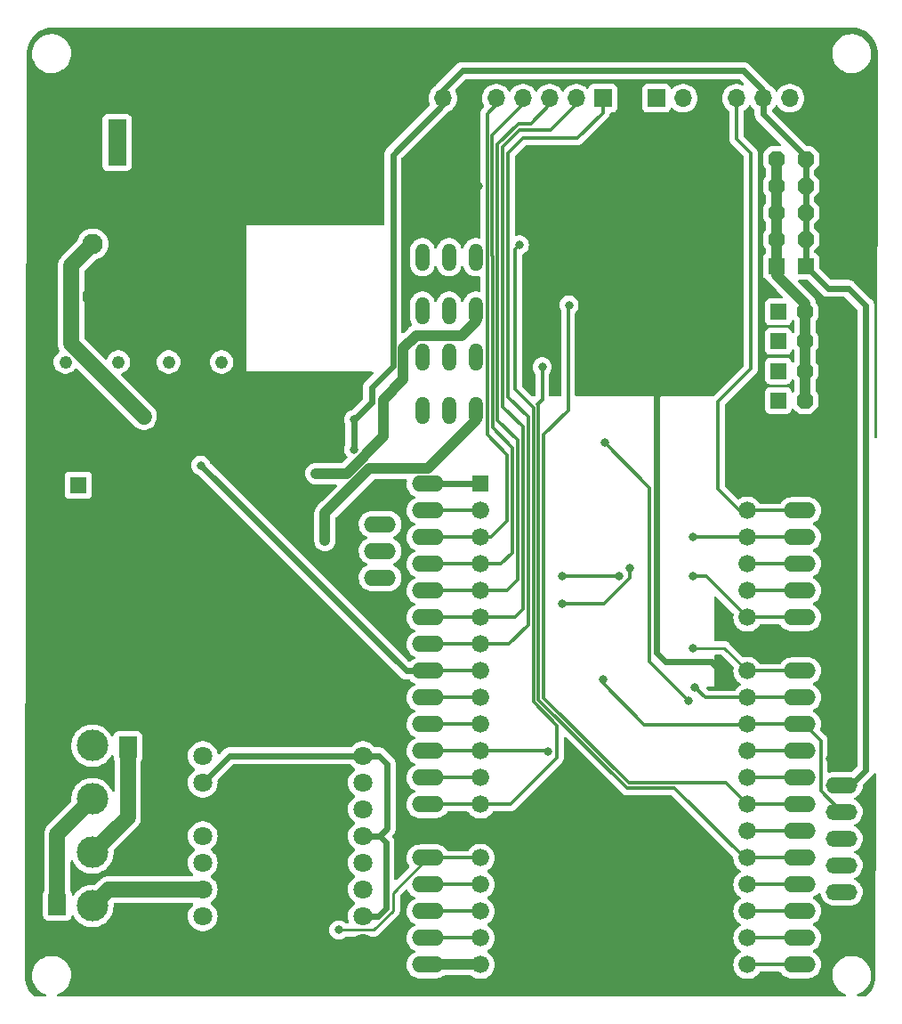
<source format=gbr>
%TF.GenerationSoftware,KiCad,Pcbnew,7.0.8*%
%TF.CreationDate,2023-12-31T21:54:59+05:30*%
%TF.ProjectId,sra_dev_board_2023,7372615f-6465-4765-9f62-6f6172645f32,rev?*%
%TF.SameCoordinates,Original*%
%TF.FileFunction,Copper,L2,Bot*%
%TF.FilePolarity,Positive*%
%FSLAX46Y46*%
G04 Gerber Fmt 4.6, Leading zero omitted, Abs format (unit mm)*
G04 Created by KiCad (PCBNEW 7.0.8) date 2023-12-31 21:54:59*
%MOMM*%
%LPD*%
G01*
G04 APERTURE LIST*
G04 Aperture macros list*
%AMOutline5P*
0 Free polygon, 5 corners , with rotation*
0 The origin of the aperture is its center*
0 number of corners: always 5*
0 $1 to $10 corner X, Y*
0 $11 Rotation angle, in degrees counterclockwise*
0 create outline with 5 corners*
4,1,5,$1,$2,$3,$4,$5,$6,$7,$8,$9,$10,$1,$2,$11*%
%AMOutline6P*
0 Free polygon, 6 corners , with rotation*
0 The origin of the aperture is its center*
0 number of corners: always 6*
0 $1 to $12 corner X, Y*
0 $13 Rotation angle, in degrees counterclockwise*
0 create outline with 6 corners*
4,1,6,$1,$2,$3,$4,$5,$6,$7,$8,$9,$10,$11,$12,$1,$2,$13*%
%AMOutline7P*
0 Free polygon, 7 corners , with rotation*
0 The origin of the aperture is its center*
0 number of corners: always 7*
0 $1 to $14 corner X, Y*
0 $15 Rotation angle, in degrees counterclockwise*
0 create outline with 7 corners*
4,1,7,$1,$2,$3,$4,$5,$6,$7,$8,$9,$10,$11,$12,$13,$14,$1,$2,$15*%
%AMOutline8P*
0 Free polygon, 8 corners , with rotation*
0 The origin of the aperture is its center*
0 number of corners: always 8*
0 $1 to $16 corner X, Y*
0 $17 Rotation angle, in degrees counterclockwise*
0 create outline with 8 corners*
4,1,8,$1,$2,$3,$4,$5,$6,$7,$8,$9,$10,$11,$12,$13,$14,$15,$16,$1,$2,$17*%
G04 Aperture macros list end*
%TA.AperFunction,ComponentPad*%
%ADD10R,1.524000X1.524000*%
%TD*%
%TA.AperFunction,ComponentPad*%
%ADD11Outline8P,-0.762000X0.381000X-0.381000X0.762000X0.381000X0.762000X0.762000X0.381000X0.762000X-0.381000X0.381000X-0.762000X-0.381000X-0.762000X-0.762000X-0.381000X90.000000*%
%TD*%
%TA.AperFunction,ComponentPad*%
%ADD12C,1.950000*%
%TD*%
%TA.AperFunction,ComponentPad*%
%ADD13O,3.048000X1.524000*%
%TD*%
%TA.AperFunction,ComponentPad*%
%ADD14R,1.575000X1.575000*%
%TD*%
%TA.AperFunction,ComponentPad*%
%ADD15C,1.575000*%
%TD*%
%TA.AperFunction,ComponentPad*%
%ADD16R,3.000000X3.000000*%
%TD*%
%TA.AperFunction,ComponentPad*%
%ADD17C,3.000000*%
%TD*%
%TA.AperFunction,ComponentPad*%
%ADD18O,3.000000X1.500000*%
%TD*%
%TA.AperFunction,ComponentPad*%
%ADD19O,3.000000X1.540000*%
%TD*%
%TA.AperFunction,ComponentPad*%
%ADD20Outline8P,-0.762000X0.381000X-0.381000X0.762000X0.381000X0.762000X0.762000X0.381000X0.762000X-0.381000X0.381000X-0.762000X-0.381000X-0.762000X-0.762000X-0.381000X180.000000*%
%TD*%
%TA.AperFunction,SMDPad,CuDef*%
%ADD21R,1.700000X2.000000*%
%TD*%
%TA.AperFunction,ComponentPad*%
%ADD22R,1.700000X1.700000*%
%TD*%
%TA.AperFunction,ComponentPad*%
%ADD23O,1.700000X1.700000*%
%TD*%
%TA.AperFunction,ComponentPad*%
%ADD24C,1.800000*%
%TD*%
%TA.AperFunction,ComponentPad*%
%ADD25C,1.219000*%
%TD*%
%TA.AperFunction,ComponentPad*%
%ADD26O,1.320800X2.641600*%
%TD*%
%TA.AperFunction,ComponentPad*%
%ADD27R,1.800000X4.400000*%
%TD*%
%TA.AperFunction,ComponentPad*%
%ADD28O,1.800000X4.000000*%
%TD*%
%TA.AperFunction,ComponentPad*%
%ADD29O,4.000000X1.800000*%
%TD*%
%TA.AperFunction,ComponentPad*%
%ADD30R,1.560000X1.560000*%
%TD*%
%TA.AperFunction,ComponentPad*%
%ADD31C,1.676400*%
%TD*%
%TA.AperFunction,ViaPad*%
%ADD32C,0.800000*%
%TD*%
%TA.AperFunction,Conductor*%
%ADD33C,1.000000*%
%TD*%
%TA.AperFunction,Conductor*%
%ADD34C,0.300000*%
%TD*%
%TA.AperFunction,Conductor*%
%ADD35C,0.600000*%
%TD*%
%TA.AperFunction,Conductor*%
%ADD36C,0.250000*%
%TD*%
%TA.AperFunction,Conductor*%
%ADD37C,1.500000*%
%TD*%
G04 APERTURE END LIST*
D10*
%TO.P,J10,1,Pin_1*%
%TO.N,/15*%
X141520000Y-56510000D03*
D11*
%TO.P,J10,2,Pin_2*%
%TO.N,/5V*%
X144060000Y-56510000D03*
%TO.P,J10,3,Pin_3*%
%TO.N,GND*%
X146600000Y-56510000D03*
%TD*%
D12*
%TO.P,T3,1,Pin_1*%
%TO.N,GND*%
X76270000Y-55053723D03*
%TO.P,T3,2,Pin_2*%
%TO.N,/12V_U*%
X76270000Y-50053723D03*
%TD*%
D13*
%TO.P,J5,1,Pin_1*%
%TO.N,/CLK*%
X143569418Y-118588838D03*
%TO.P,J5,2,Pin_2*%
%TO.N,/SD0*%
X143569418Y-116048838D03*
%TO.P,J5,3,Pin_3*%
%TO.N,/SD1*%
X143569418Y-113508838D03*
%TO.P,J5,4,Pin_4*%
%TO.N,/15*%
X143569418Y-110968838D03*
%TO.P,J5,5,Pin_5*%
%TO.N,/2*%
X143569418Y-108428838D03*
%TO.P,J5,6,Pin_6*%
%TO.N,/0*%
X143569418Y-105888838D03*
%TO.P,J5,7,Pin_7*%
%TO.N,/4*%
X143569418Y-103348838D03*
%TO.P,J5,8,Pin_8*%
%TO.N,/16*%
X143569418Y-100808838D03*
%TO.P,J5,9,Pin_9*%
%TO.N,/17*%
X143569418Y-98268838D03*
%TO.P,J5,10,Pin_10*%
%TO.N,/5*%
X143569418Y-95728838D03*
%TO.P,J5,11,Pin_11*%
%TO.N,/18*%
X143569418Y-93188838D03*
%TO.P,J5,12,Pin_12*%
%TO.N,/19*%
X143569418Y-90648838D03*
%TO.P,J5,13,Pin_13*%
%TO.N,GND*%
X143569418Y-88108838D03*
%TO.P,J5,14,Pin_14*%
%TO.N,D+*%
X143569418Y-85568838D03*
%TO.P,J5,15,Pin_15*%
%TO.N,/RX*%
X143569418Y-83028838D03*
%TO.P,J5,16,Pin_16*%
%TO.N,/TX*%
X143569418Y-80488838D03*
%TO.P,J5,17,Pin_17*%
%TO.N,D-*%
X143569418Y-77948838D03*
%TO.P,J5,18,Pin_18*%
%TO.N,/23*%
X143569418Y-75408838D03*
%TO.P,J5,19,Pin_19*%
%TO.N,GND*%
X143569418Y-72868838D03*
%TD*%
D14*
%TO.P,J14,1,1*%
%TO.N,/12V_U*%
X74895000Y-73000000D03*
D15*
%TO.P,J14,2,2*%
%TO.N,GND*%
X74895000Y-75500000D03*
%TD*%
D16*
%TO.P,J16,1,Pin_1*%
%TO.N,GND*%
X76240000Y-92670000D03*
D17*
%TO.P,J16,2,Pin_2*%
%TO.N,/OUT1A*%
X76240000Y-97750000D03*
%TO.P,J16,3,Pin_3*%
%TO.N,/OUT2A*%
X76240000Y-102830000D03*
%TO.P,J16,4,Pin_4*%
%TO.N,/OUT3A*%
X76240000Y-107910000D03*
%TO.P,J16,5,Pin_5*%
%TO.N,/OUT4A*%
X76240000Y-112990000D03*
%TD*%
D18*
%TO.P,J17,1,Pin_1*%
%TO.N,/19*%
X147550000Y-111677727D03*
%TO.P,J17,2,Pin_2*%
%TO.N,/18*%
X147550000Y-109137727D03*
%TO.P,J17,3,Pin_3*%
%TO.N,/23*%
X147550000Y-106597727D03*
%TO.P,J17,4,Pin_4*%
%TO.N,/5*%
X147550000Y-104057727D03*
D19*
%TO.P,J17,5,Pin_5*%
%TO.N,/3V3*%
X147550000Y-101517727D03*
D18*
%TO.P,J17,6,Pin_6*%
%TO.N,GND*%
X147550000Y-98977727D03*
%TD*%
D10*
%TO.P,J11,1,Pin_1*%
%TO.N,/5V*%
X141332544Y-52158000D03*
D20*
%TO.P,J11,2,Pin_2*%
X141332544Y-49618000D03*
%TO.P,J11,3,Pin_3*%
X141332544Y-47078000D03*
%TO.P,J11,4,Pin_4*%
X141332544Y-44538000D03*
%TO.P,J11,5,Pin_5*%
X141332544Y-41998000D03*
%TD*%
D21*
%TO.P,TP2,1,1*%
%TO.N,/OUT3A*%
X79600000Y-97859497D03*
%TD*%
D22*
%TO.P,J8,1,Pin_1*%
%TO.N,D+*%
X129920000Y-36195000D03*
D23*
%TO.P,J8,2,Pin_2*%
%TO.N,D-*%
X132460000Y-36195000D03*
%TO.P,J8,3,Pin_3*%
%TO.N,GND*%
X135000000Y-36195000D03*
%TO.P,J8,4,Pin_4*%
%TO.N,/23*%
X137540000Y-36195000D03*
%TO.P,J8,5,Pin_5*%
%TO.N,/3V3*%
X140080000Y-36195000D03*
%TO.P,J8,6,Pin_6*%
%TO.N,unconnected-(J8-Pin_6-Pad6)*%
X142620000Y-36195000D03*
%TD*%
D21*
%TO.P,TP1,1,1*%
%TO.N,/OUT2A*%
X72900000Y-112859497D03*
%TD*%
D24*
%TO.P,U3,1,VM*%
%TO.N,/12V_P*%
X86740000Y-98727582D03*
%TO.P,U3,2,VCC*%
%TO.N,/3V3*%
X86740000Y-101267582D03*
%TO.P,U3,3,GND*%
%TO.N,GND*%
X86740000Y-103807582D03*
%TO.P,U3,4,A01*%
%TO.N,/OUT1A*%
X86740000Y-106347582D03*
%TO.P,U3,5,A02*%
%TO.N,/OUT2A*%
X86740000Y-108887582D03*
%TO.P,U3,6,B02*%
%TO.N,/OUT4A*%
X86740000Y-111427582D03*
%TO.P,U3,7,B01*%
%TO.N,/OUT3A*%
X86740000Y-113967582D03*
%TO.P,U3,8,GND*%
%TO.N,GND*%
X86740000Y-116507582D03*
%TO.P,U3,9,GND*%
X101980000Y-116507582D03*
%TO.P,U3,10,PWMB*%
%TO.N,/3V3*%
X101980000Y-113967582D03*
%TO.P,U3,11,BI2*%
%TO.N,Net-(U3-BI2)*%
X101980000Y-111427582D03*
%TO.P,U3,12,BI1*%
%TO.N,Net-(U3-BI1)*%
X101980000Y-108887582D03*
%TO.P,U3,13,STBY*%
%TO.N,/3V3*%
X101980000Y-106347582D03*
%TO.P,U3,14,AI1*%
%TO.N,Net-(U3-AI1)*%
X101980000Y-103807582D03*
%TO.P,U3,15,AI2*%
%TO.N,Net-(U3-AI2)*%
X101980000Y-101267582D03*
%TO.P,U3,16,PWMA*%
%TO.N,/3V3*%
X101980000Y-98727582D03*
%TD*%
D10*
%TO.P,J13,1,Pin_1*%
%TO.N,GND*%
X146900000Y-52160000D03*
D20*
%TO.P,J13,2,Pin_2*%
X146900000Y-49620000D03*
%TO.P,J13,3,Pin_3*%
X146900000Y-47080000D03*
%TO.P,J13,4,Pin_4*%
X146900000Y-44540000D03*
%TO.P,J13,5,Pin_5*%
X146900000Y-42000000D03*
%TD*%
D25*
%TO.P,F2,1*%
%TO.N,Net-(D13-K)*%
X83485000Y-61280000D03*
%TO.P,F2,2*%
%TO.N,Net-(5V_SW1-B-Pad2)*%
X88535000Y-61280000D03*
%TD*%
D10*
%TO.P,J3,1,Pin_1*%
%TO.N,/19*%
X141520000Y-64934000D03*
D11*
%TO.P,J3,2,Pin_2*%
%TO.N,/5V*%
X144060000Y-64934000D03*
%TO.P,J3,3,Pin_3*%
%TO.N,GND*%
X146600000Y-64934000D03*
%TD*%
D26*
%TO.P,12V_SW1,1,A*%
%TO.N,unconnected-(12V_SW1-A-Pad1)*%
X107640000Y-60770000D03*
%TO.P,12V_SW1,2,B*%
%TO.N,Net-(12V_SW1-B-Pad2)*%
X110180000Y-60770000D03*
%TO.P,12V_SW1,3,C*%
%TO.N,/12V_P*%
X112720000Y-60770000D03*
%TO.P,12V_SW1,4,A*%
%TO.N,unconnected-(12V_SW1-A-Pad4)*%
X107640000Y-65850000D03*
%TO.P,12V_SW1,5,B*%
%TO.N,Net-(12V_SW1-B-Pad2)*%
X110180000Y-65850000D03*
%TO.P,12V_SW1,6,C*%
%TO.N,/12V_P*%
X112720000Y-65850000D03*
%TD*%
%TO.P,5V_SW1,1,A*%
%TO.N,unconnected-(5V_SW1-A-Pad1)*%
X107640000Y-51310000D03*
%TO.P,5V_SW1,2,B*%
%TO.N,Net-(5V_SW1-B-Pad2)*%
X110180000Y-51310000D03*
%TO.P,5V_SW1,3,C*%
%TO.N,/5V_P*%
X112720000Y-51310000D03*
%TO.P,5V_SW1,4,A*%
%TO.N,unconnected-(5V_SW1-A-Pad4)*%
X107640000Y-56390000D03*
%TO.P,5V_SW1,5,B*%
%TO.N,Net-(5V_SW1-B-Pad2)*%
X110180000Y-56390000D03*
%TO.P,5V_SW1,6,C*%
%TO.N,/5V_P*%
X112720000Y-56390000D03*
%TD*%
D25*
%TO.P,F1,1*%
%TO.N,Net-(D9-K)*%
X78715000Y-61280000D03*
%TO.P,F1,2*%
%TO.N,Net-(12V_SW1-B-Pad2)*%
X73665000Y-61280000D03*
%TD*%
D10*
%TO.P,J2,1,Pin_1*%
%TO.N,/5*%
X141520000Y-59310000D03*
D11*
%TO.P,J2,2,Pin_2*%
%TO.N,/5V*%
X144060000Y-59310000D03*
%TO.P,J2,3,Pin_3*%
%TO.N,GND*%
X146600000Y-59310000D03*
%TD*%
D13*
%TO.P,J9,1,Pin_1*%
%TO.N,GND*%
X103620000Y-74160000D03*
%TO.P,J9,2,Pin_2*%
%TO.N,/3V3*%
X103620000Y-76700000D03*
%TO.P,J9,3,Pin_3*%
%TO.N,D+*%
X103620000Y-79240000D03*
%TO.P,J9,4,Pin_4*%
%TO.N,D-*%
X103620000Y-81780000D03*
%TD*%
D27*
%TO.P,J6,1*%
%TO.N,/12V_U*%
X78580000Y-40400000D03*
D28*
%TO.P,J6,2*%
%TO.N,GND*%
X72780000Y-40400000D03*
D29*
%TO.P,J6,3*%
X75580000Y-45200000D03*
%TD*%
D30*
%TO.P,U1,1,3V3*%
%TO.N,/ESP_3V3*%
X113179418Y-72868838D03*
D31*
%TO.P,U1,2,EN*%
%TO.N,/EN*%
X113179418Y-75408838D03*
%TO.P,U1,3,SENSOR_VP*%
%TO.N,/36*%
X113179418Y-77948838D03*
%TO.P,U1,4,SENSOR_VN*%
%TO.N,/39*%
X113179418Y-80488838D03*
%TO.P,U1,5,IO34*%
%TO.N,/34*%
X113179418Y-83028838D03*
%TO.P,U1,6,IO35*%
%TO.N,/35*%
X113179418Y-85568838D03*
%TO.P,U1,7,IO32*%
%TO.N,/32*%
X113179418Y-88108838D03*
%TO.P,U1,8,IO33*%
%TO.N,/33*%
X113179418Y-90648838D03*
%TO.P,U1,9,IO25*%
%TO.N,/25*%
X113179418Y-93188838D03*
%TO.P,U1,10,IO26*%
%TO.N,/26*%
X113179418Y-95728838D03*
%TO.P,U1,11,IO27*%
%TO.N,/27*%
X113179418Y-98268838D03*
%TO.P,U1,12,IO14*%
%TO.N,/14*%
X113179418Y-100808838D03*
%TO.P,U1,13,IO12*%
%TO.N,/12*%
X113179418Y-103348838D03*
%TO.P,U1,14,GND1*%
%TO.N,GND*%
X113179418Y-105888838D03*
%TO.P,U1,15,IO13*%
%TO.N,/13*%
X113179418Y-108428838D03*
%TO.P,U1,16,SD2*%
%TO.N,/SD2*%
X113179418Y-110968838D03*
%TO.P,U1,17,SD3*%
%TO.N,/SD3*%
X113179418Y-113508838D03*
%TO.P,U1,18,CMD*%
%TO.N,/11*%
X113179418Y-116048838D03*
%TO.P,U1,19,EXT_5V*%
%TO.N,/5V_P*%
X113179418Y-118588838D03*
%TO.P,U1,20,GND3*%
%TO.N,GND*%
X138579418Y-72868838D03*
%TO.P,U1,21,IO23*%
%TO.N,/23*%
X138579418Y-75408838D03*
%TO.P,U1,22,IO22*%
%TO.N,D-*%
X138579418Y-77948838D03*
%TO.P,U1,23,TXD0*%
%TO.N,/TX*%
X138579418Y-80488838D03*
%TO.P,U1,24,RXD0*%
%TO.N,/RX*%
X138579418Y-83028838D03*
%TO.P,U1,25,IO21*%
%TO.N,D+*%
X138579418Y-85568838D03*
%TO.P,U1,26,GND2*%
%TO.N,GND*%
X138579418Y-88108838D03*
%TO.P,U1,27,IO19*%
%TO.N,/19*%
X138579418Y-90648838D03*
%TO.P,U1,28,IO18*%
%TO.N,/18*%
X138579418Y-93188838D03*
%TO.P,U1,29,IO5*%
%TO.N,/5*%
X138579418Y-95728838D03*
%TO.P,U1,30,IO17*%
%TO.N,/17*%
X138579418Y-98268838D03*
%TO.P,U1,31,IO16*%
%TO.N,/16*%
X138579418Y-100808838D03*
%TO.P,U1,32,IO4*%
%TO.N,/4*%
X138579418Y-103348838D03*
%TO.P,U1,33,IO0*%
%TO.N,/0*%
X138579418Y-105888838D03*
%TO.P,U1,34,IO2*%
%TO.N,/2*%
X138579418Y-108428838D03*
%TO.P,U1,35,IO15*%
%TO.N,/15*%
X138579418Y-110968838D03*
%TO.P,U1,36,SD1*%
%TO.N,/SD1*%
X138579418Y-113508838D03*
%TO.P,U1,37,SD0*%
%TO.N,/SD0*%
X138579418Y-116048838D03*
%TO.P,U1,38,CLK*%
%TO.N,/CLK*%
X138579418Y-118588838D03*
%TD*%
D22*
%TO.P,J7,1,Pin_1*%
%TO.N,/32*%
X124825000Y-36195000D03*
D23*
%TO.P,J7,2,Pin_2*%
%TO.N,/35*%
X122285000Y-36195000D03*
%TO.P,J7,3,Pin_3*%
%TO.N,/34*%
X119745000Y-36195000D03*
%TO.P,J7,4,Pin_4*%
%TO.N,/39*%
X117205000Y-36195000D03*
%TO.P,J7,5,Pin_5*%
%TO.N,/36*%
X114665000Y-36195000D03*
%TO.P,J7,6,Pin_6*%
%TO.N,GND*%
X112125000Y-36195000D03*
%TO.P,J7,7,Pin_7*%
%TO.N,/3V3*%
X109585000Y-36195000D03*
%TD*%
D10*
%TO.P,J12,1,Pin_1*%
%TO.N,/3V3*%
X144122544Y-52166000D03*
D20*
%TO.P,J12,2,Pin_2*%
X144122544Y-49626000D03*
%TO.P,J12,3,Pin_3*%
X144122544Y-47086000D03*
%TO.P,J12,4,Pin_4*%
X144122544Y-44546000D03*
%TO.P,J12,5,Pin_5*%
X144122544Y-42006000D03*
%TD*%
D13*
%TO.P,J1,1,Pin_1*%
%TO.N,/ESP_3V3*%
X108179418Y-72868838D03*
%TO.P,J1,2,Pin_2*%
%TO.N,/EN*%
X108179418Y-75408838D03*
%TO.P,J1,3,Pin_3*%
%TO.N,/36*%
X108179418Y-77948838D03*
%TO.P,J1,4,Pin_4*%
%TO.N,/39*%
X108179418Y-80488838D03*
%TO.P,J1,5,Pin_5*%
%TO.N,/34*%
X108179418Y-83028838D03*
%TO.P,J1,6,Pin_6*%
%TO.N,/35*%
X108179418Y-85568838D03*
%TO.P,J1,7,Pin_7*%
%TO.N,/32*%
X108179418Y-88108838D03*
%TO.P,J1,8,Pin_8*%
%TO.N,/33*%
X108179418Y-90648838D03*
%TO.P,J1,9,Pin_9*%
%TO.N,/25*%
X108179418Y-93188838D03*
%TO.P,J1,10,Pin_10*%
%TO.N,/26*%
X108179418Y-95728838D03*
%TO.P,J1,11,Pin_11*%
%TO.N,/27*%
X108179418Y-98268838D03*
%TO.P,J1,12,Pin_12*%
%TO.N,/14*%
X108179418Y-100808838D03*
%TO.P,J1,13,Pin_13*%
%TO.N,/12*%
X108179418Y-103348838D03*
%TO.P,J1,14,Pin_14*%
%TO.N,GND*%
X108179418Y-105888838D03*
%TO.P,J1,15,Pin_15*%
%TO.N,/13*%
X108179418Y-108428838D03*
%TO.P,J1,16,Pin_16*%
%TO.N,/SD2*%
X108179418Y-110968838D03*
%TO.P,J1,17,Pin_17*%
%TO.N,/SD3*%
X108179418Y-113508838D03*
%TO.P,J1,18,Pin_18*%
%TO.N,/11*%
X108179418Y-116048838D03*
%TO.P,J1,19,Pin_19*%
%TO.N,/5V_P*%
X108179418Y-118588838D03*
%TD*%
D10*
%TO.P,J4,1,Pin_1*%
%TO.N,/18*%
X141510000Y-62120000D03*
D11*
%TO.P,J4,2,Pin_2*%
%TO.N,/5V*%
X144050000Y-62120000D03*
%TO.P,J4,3,Pin_3*%
%TO.N,GND*%
X146590000Y-62120000D03*
%TD*%
D32*
%TO.N,/5V_P*%
X97500000Y-71880000D03*
%TO.N,/12V_P*%
X98370000Y-78260000D03*
%TO.N,/33*%
X86550000Y-71100000D03*
%TO.N,/27*%
X119580000Y-98280000D03*
%TO.N,/12*%
X116867500Y-50147500D03*
%TO.N,/13*%
X99690000Y-115280000D03*
%TO.N,/12V_U*%
X81120000Y-66450000D03*
%TO.N,/3V3*%
X101110000Y-66770000D03*
X101110000Y-69590000D03*
%TO.N,GND*%
X96660000Y-45115000D03*
X136203500Y-58716500D03*
X130200000Y-42980000D03*
X94200000Y-35700000D03*
X96740000Y-33160000D03*
X82800000Y-43400000D03*
X112990000Y-44570000D03*
X119070000Y-58710000D03*
X82800000Y-37500000D03*
X135180000Y-43020000D03*
X90060000Y-72830000D03*
X94200000Y-33160000D03*
X128970000Y-54170000D03*
X129000000Y-52900000D03*
X126300000Y-52900000D03*
X120970000Y-53570000D03*
X88210000Y-66340000D03*
X117680000Y-42970000D03*
X99280000Y-38240000D03*
X119080000Y-50290000D03*
X122730000Y-43000000D03*
X94730000Y-67350000D03*
X83505000Y-46955000D03*
X96740000Y-38240000D03*
X82800000Y-40100000D03*
X110880000Y-44580000D03*
X99280000Y-35700000D03*
X140170000Y-54430000D03*
X127730000Y-42990000D03*
X129020000Y-58710000D03*
X94200000Y-38240000D03*
X132710000Y-42970000D03*
X99280000Y-33160000D03*
X120250000Y-43010000D03*
X96740000Y-35700000D03*
X100060000Y-45115000D03*
X126300000Y-58710000D03*
X136220000Y-52820000D03*
X79980000Y-71100000D03*
X125210000Y-42980000D03*
%TO.N,/5*%
X124820000Y-91450000D03*
%TO.N,/19*%
X133370000Y-88460000D03*
%TO.N,/18*%
X133580000Y-92190000D03*
%TO.N,/15*%
X124980000Y-68970000D03*
X132950000Y-93480000D03*
%TO.N,/2*%
X119050000Y-61750000D03*
%TO.N,/4*%
X121599070Y-55870000D03*
%TO.N,D+*%
X120950000Y-81670000D03*
X126409500Y-81670000D03*
X133370000Y-81670000D03*
%TO.N,D-*%
X120940000Y-84230000D03*
X133375500Y-77948838D03*
X127380000Y-80880000D03*
%TD*%
D33*
%TO.N,/12V_P*%
X98370000Y-78260000D02*
X98370000Y-75647056D01*
X98370000Y-75647056D02*
X102610218Y-71406838D01*
X102610218Y-71406838D02*
X108163162Y-71406838D01*
X108163162Y-71406838D02*
X112720000Y-66850000D01*
X112720000Y-66850000D02*
X112720000Y-65850000D01*
D34*
%TO.N,/12*%
X116001162Y-103348838D02*
X113179418Y-103348838D01*
X120430000Y-98920000D02*
X116001162Y-103348838D01*
X120430000Y-95837107D02*
X120430000Y-98920000D01*
X118200000Y-65600000D02*
X118200000Y-93607108D01*
X118200000Y-93607108D02*
X120430000Y-95837107D01*
X116470000Y-63870000D02*
X118200000Y-65600000D01*
X116470000Y-50545000D02*
X116470000Y-63870000D01*
X116867500Y-50147500D02*
X116470000Y-50545000D01*
%TO.N,/32*%
X117700000Y-86300000D02*
X115891162Y-88108838D01*
X117700000Y-66500000D02*
X117700000Y-86300000D01*
X115810400Y-50579753D02*
X115810400Y-64610400D01*
X115800000Y-50569353D02*
X115810400Y-50579753D01*
X115800000Y-41400000D02*
X115800000Y-50569353D01*
X117200000Y-40000000D02*
X115800000Y-41400000D01*
X115810400Y-64610400D02*
X117700000Y-66500000D01*
X122400000Y-40000000D02*
X117200000Y-40000000D01*
X124825000Y-37575000D02*
X122400000Y-40000000D01*
X115891162Y-88108838D02*
X113179418Y-88108838D01*
X124825000Y-36800000D02*
X124825000Y-37575000D01*
%TO.N,/35*%
X115300000Y-40807106D02*
X116907106Y-39200000D01*
X119885000Y-39200000D02*
X122285000Y-36800000D01*
X115300000Y-50776460D02*
X115300000Y-40807106D01*
X115310400Y-50786860D02*
X115300000Y-50776460D01*
X115310400Y-65510400D02*
X115310400Y-50786860D01*
X116907106Y-39200000D02*
X119885000Y-39200000D01*
X117200000Y-67400000D02*
X115310400Y-65510400D01*
X117200000Y-84800000D02*
X117200000Y-67400000D01*
X116431162Y-85568838D02*
X117200000Y-84800000D01*
X113179418Y-85568838D02*
X116431162Y-85568838D01*
%TO.N,/34*%
X114800000Y-50983567D02*
X114800000Y-40600000D01*
X114810400Y-50993967D02*
X114800000Y-50983567D01*
X117945000Y-38600000D02*
X119745000Y-36800000D01*
X114810400Y-66810400D02*
X114810400Y-50993967D01*
X116700000Y-68700000D02*
X114810400Y-66810400D01*
X114800000Y-40600000D02*
X116800000Y-38600000D01*
X116700000Y-82000000D02*
X116700000Y-68700000D01*
X115671162Y-83028838D02*
X116700000Y-82000000D01*
X116800000Y-38600000D02*
X117945000Y-38600000D01*
X113179418Y-83028838D02*
X115671162Y-83028838D01*
%TO.N,/39*%
X114300000Y-39705000D02*
X117205000Y-36800000D01*
X114300000Y-51190674D02*
X114300000Y-39705000D01*
X114310400Y-67510400D02*
X114310400Y-51201074D01*
X116200000Y-69400000D02*
X114310400Y-67510400D01*
X116200000Y-79400000D02*
X116200000Y-69400000D01*
X114310400Y-51201074D02*
X114300000Y-51190674D01*
X115111162Y-80488838D02*
X116200000Y-79400000D01*
X113179418Y-80488838D02*
X115111162Y-80488838D01*
%TO.N,/36*%
X113800000Y-37665000D02*
X114665000Y-36800000D01*
X113800000Y-51397781D02*
X113800000Y-37665000D01*
X113810400Y-51408181D02*
X113800000Y-51397781D01*
X113800000Y-68200000D02*
X113810400Y-68189600D01*
X113810400Y-68189600D02*
X113810400Y-51408181D01*
X115700000Y-70100000D02*
X113800000Y-68200000D01*
X115700000Y-76400000D02*
X115700000Y-70100000D01*
X114151162Y-77948838D02*
X115700000Y-76400000D01*
X113179418Y-77948838D02*
X114151162Y-77948838D01*
%TO.N,/2*%
X119050000Y-64850000D02*
X119050000Y-61750000D01*
X118700000Y-65392893D02*
X118603554Y-65296446D01*
X118700000Y-93400001D02*
X118700000Y-65392893D01*
X127108838Y-101808838D02*
X118700000Y-93400001D01*
X131658838Y-101808838D02*
X127108838Y-101808838D01*
X118603554Y-65296446D02*
X119050000Y-64850000D01*
X138278838Y-108428838D02*
X131658838Y-101808838D01*
D33*
%TO.N,/5V_P*%
X112720000Y-57390000D02*
X111360800Y-58749200D01*
X111360800Y-58749200D02*
X107040800Y-58749200D01*
X112720000Y-56390000D02*
X112720000Y-57390000D01*
X107040800Y-58749200D02*
X105830000Y-59960000D01*
X105830000Y-59960000D02*
X105830000Y-62940000D01*
X105830000Y-62940000D02*
X103940000Y-64830000D01*
X103940000Y-64830000D02*
X103940000Y-68380000D01*
X103940000Y-68380000D02*
X100440000Y-71880000D01*
X100440000Y-71880000D02*
X97500000Y-71880000D01*
X108179418Y-118588838D02*
X113179418Y-118588838D01*
D34*
%TO.N,/32*%
X108179418Y-88108838D02*
X113179418Y-88108838D01*
D35*
%TO.N,/33*%
X106098838Y-90648838D02*
X108179418Y-90648838D01*
D34*
X108179418Y-90648838D02*
X113179418Y-90648838D01*
D35*
X86550000Y-71100000D02*
X106098838Y-90648838D01*
D34*
%TO.N,/25*%
X108179418Y-93188838D02*
X113179418Y-93188838D01*
%TO.N,/26*%
X108179418Y-95728838D02*
X113179418Y-95728838D01*
%TO.N,/27*%
X119580000Y-98280000D02*
X119568838Y-98268838D01*
X108179418Y-98268838D02*
X113179418Y-98268838D01*
X119568838Y-98268838D02*
X113179418Y-98268838D01*
%TO.N,/14*%
X108179418Y-100808838D02*
X113179418Y-100808838D01*
%TO.N,/12*%
X113179418Y-103348838D02*
X108179418Y-103348838D01*
D36*
%TO.N,/13*%
X104870000Y-111738256D02*
X108179418Y-108428838D01*
X104870000Y-113433884D02*
X104870000Y-111738256D01*
D34*
X108179418Y-108428838D02*
X113179418Y-108428838D01*
D36*
X103023884Y-115280000D02*
X104870000Y-113433884D01*
X99690000Y-115280000D02*
X103023884Y-115280000D01*
D37*
%TO.N,/12V_U*%
X74210000Y-52113723D02*
X74210000Y-59540000D01*
X76270000Y-50053723D02*
X74210000Y-52113723D01*
X74210000Y-59540000D02*
X81120000Y-66450000D01*
D35*
%TO.N,/3V3*%
X101980000Y-98727582D02*
X89280000Y-98727582D01*
X104290000Y-105630000D02*
X103572418Y-106347582D01*
X140080000Y-37720000D02*
X144122544Y-41762544D01*
X149850000Y-55930000D02*
X149850000Y-100080000D01*
X102790000Y-65090000D02*
X101110000Y-66770000D01*
X103452418Y-113967582D02*
X101980000Y-113967582D01*
X101110000Y-66770000D02*
X101110000Y-69590000D01*
X104830000Y-41555000D02*
X104830000Y-61670000D01*
X138180000Y-33570000D02*
X140080000Y-35470000D01*
X89280000Y-98727582D02*
X86740000Y-101267582D01*
X144122544Y-47086000D02*
X144122544Y-49626000D01*
X111430000Y-33570000D02*
X138180000Y-33570000D01*
X109585000Y-36800000D02*
X104830000Y-41555000D01*
X144122544Y-42006000D02*
X144122544Y-44546000D01*
X104830000Y-61670000D02*
X102790000Y-63710000D01*
X144122544Y-49626000D02*
X144122544Y-52166000D01*
X144122544Y-52166000D02*
X146236544Y-54280000D01*
X109585000Y-35415000D02*
X111430000Y-33570000D01*
X104180000Y-106960000D02*
X104180000Y-113240000D01*
X148200000Y-54280000D02*
X149850000Y-55930000D01*
X146236544Y-54280000D02*
X148200000Y-54280000D01*
X103572418Y-106347582D02*
X101980000Y-106347582D01*
X101980000Y-98727582D02*
X103547582Y-98727582D01*
X103567582Y-106347582D02*
X104180000Y-106960000D01*
X140080000Y-36790000D02*
X140080000Y-37720000D01*
X101980000Y-106347582D02*
X103567582Y-106347582D01*
X149850000Y-100080000D02*
X148412273Y-101517727D01*
X144122544Y-44546000D02*
X144122544Y-47086000D01*
X140080000Y-35470000D02*
X140080000Y-36790000D01*
X103547582Y-98727582D02*
X104290000Y-99470000D01*
X104290000Y-99470000D02*
X104290000Y-105630000D01*
X102790000Y-63710000D02*
X102790000Y-65090000D01*
X104180000Y-113240000D02*
X103452418Y-113967582D01*
X109585000Y-36800000D02*
X109585000Y-35415000D01*
D33*
%TO.N,/5V*%
X141332544Y-41998000D02*
X141332544Y-44538000D01*
X144060000Y-55710000D02*
X144060000Y-56510000D01*
X141332544Y-49618000D02*
X141332544Y-52158000D01*
X144050000Y-62120000D02*
X144050000Y-64924000D01*
X144060000Y-56510000D02*
X144060000Y-59310000D01*
X141332544Y-52982544D02*
X144060000Y-55710000D01*
X141332544Y-47078000D02*
X141332544Y-49618000D01*
X141332544Y-44538000D02*
X141332544Y-47078000D01*
X141332544Y-52158000D02*
X141332544Y-52982544D01*
X144060000Y-59310000D02*
X144060000Y-62110000D01*
D35*
%TO.N,GND*%
X129920000Y-64560000D02*
X130880000Y-63600000D01*
X130880000Y-63600000D02*
X131800000Y-63600000D01*
X117680000Y-42970000D02*
X120210000Y-42970000D01*
X138579418Y-72868838D02*
X143569418Y-72868838D01*
X129920000Y-88890000D02*
X129920000Y-64560000D01*
X135160000Y-89760000D02*
X130790000Y-89760000D01*
X108179418Y-105888838D02*
X113179418Y-105888838D01*
X136400000Y-91000000D02*
X135160000Y-89760000D01*
X143569418Y-88108838D02*
X138579418Y-88108838D01*
X130790000Y-89760000D02*
X129920000Y-88890000D01*
X120210000Y-42970000D02*
X120250000Y-43010000D01*
D34*
%TO.N,/EN*%
X113179418Y-75408838D02*
X108179418Y-75408838D01*
%TO.N,/36*%
X113179418Y-77948838D02*
X108179418Y-77948838D01*
%TO.N,/39*%
X113179418Y-80488838D02*
X108179418Y-80488838D01*
%TO.N,/34*%
X113179418Y-83028838D02*
X108179418Y-83028838D01*
%TO.N,/35*%
X113179418Y-85568838D02*
X108179418Y-85568838D01*
%TO.N,/SD2*%
X108179418Y-110968838D02*
X113179418Y-110968838D01*
%TO.N,/SD3*%
X108179418Y-113508838D02*
X113179418Y-113508838D01*
%TO.N,/5*%
X128759339Y-95730000D02*
X138578256Y-95730000D01*
X145560000Y-97270000D02*
X145560000Y-102067727D01*
X138579418Y-95728838D02*
X143569418Y-95728838D01*
X144018838Y-95728838D02*
X145560000Y-97270000D01*
X145560000Y-102067727D02*
X147550000Y-104057727D01*
X124820000Y-91450000D02*
X124820000Y-91790661D01*
X124820000Y-91790661D02*
X128759339Y-95730000D01*
D36*
%TO.N,/19*%
X133370000Y-88460000D02*
X136390580Y-88460000D01*
D34*
X138579418Y-90648838D02*
X143569418Y-90648838D01*
D36*
X136390580Y-88460000D02*
X138579418Y-90648838D01*
D34*
%TO.N,/18*%
X134578838Y-93188838D02*
X138579418Y-93188838D01*
X138579418Y-93188838D02*
X143569418Y-93188838D01*
X133580000Y-92190000D02*
X134578838Y-93188838D01*
%TO.N,/CLK*%
X138579418Y-118588838D02*
X143569418Y-118588838D01*
%TO.N,/SD0*%
X138579418Y-116048838D02*
X143569418Y-116048838D01*
%TO.N,/SD1*%
X138579418Y-113508838D02*
X143569418Y-113508838D01*
%TO.N,/15*%
X129270000Y-89800000D02*
X129270000Y-73260000D01*
X129270000Y-73260000D02*
X124980000Y-68970000D01*
X138579418Y-110968838D02*
X143569418Y-110968838D01*
X132950000Y-93480000D02*
X129270000Y-89800000D01*
%TO.N,/2*%
X138579418Y-108428838D02*
X143569418Y-108428838D01*
%TO.N,/0*%
X138579418Y-105888838D02*
X143569418Y-105888838D01*
%TO.N,/4*%
X119200000Y-68162894D02*
X119200000Y-93192895D01*
X127315944Y-101308838D02*
X136539418Y-101308838D01*
X119200000Y-93192895D02*
X127315944Y-101308838D01*
X121510499Y-65852395D02*
X119200000Y-68162894D01*
X121510499Y-55958571D02*
X121510499Y-65852395D01*
X121599070Y-55870000D02*
X121510499Y-55958571D01*
X136539418Y-101308838D02*
X138579418Y-103348838D01*
X138579418Y-103348838D02*
X143569418Y-103348838D01*
%TO.N,/16*%
X138579418Y-100808838D02*
X143569418Y-100808838D01*
%TO.N,/17*%
X138579418Y-98268838D02*
X143569418Y-98268838D01*
%TO.N,D+*%
X134680580Y-81670000D02*
X138579418Y-85568838D01*
X138579418Y-85568838D02*
X143569418Y-85568838D01*
X133370000Y-81670000D02*
X134680580Y-81670000D01*
X120950000Y-81670000D02*
X126409500Y-81670000D01*
%TO.N,/RX*%
X138579418Y-83028838D02*
X143569418Y-83028838D01*
%TO.N,/TX*%
X138579418Y-80488838D02*
X143569418Y-80488838D01*
%TO.N,D-*%
X138579418Y-77948838D02*
X143569418Y-77948838D01*
X127380000Y-81760161D02*
X127380000Y-80880000D01*
X120940000Y-84230000D02*
X124910161Y-84230000D01*
X124910161Y-84230000D02*
X127380000Y-81760161D01*
X133375500Y-77948838D02*
X138579418Y-77948838D01*
%TO.N,/23*%
X137540000Y-40080000D02*
X138900000Y-41440000D01*
X138579418Y-75408838D02*
X143569418Y-75408838D01*
X137828838Y-75408838D02*
X138579418Y-75408838D01*
X135770000Y-73350000D02*
X137828838Y-75408838D01*
X137540000Y-36790000D02*
X137540000Y-40080000D01*
X135770000Y-65052831D02*
X138900000Y-61922831D01*
X135770000Y-65052831D02*
X135770000Y-73350000D01*
X138900000Y-41440000D02*
X138900000Y-61922831D01*
%TO.N,/11*%
X108179418Y-116048838D02*
X113179418Y-116048838D01*
D37*
%TO.N,/OUT2A*%
X72900000Y-106170000D02*
X76240000Y-102830000D01*
X72900000Y-112859497D02*
X72900000Y-106170000D01*
%TO.N,/OUT3A*%
X79600000Y-104550000D02*
X76240000Y-107910000D01*
X79600000Y-97859497D02*
X79600000Y-104550000D01*
%TO.N,/OUT4A*%
X77802418Y-111427582D02*
X86740000Y-111427582D01*
X76240000Y-112990000D02*
X77802418Y-111427582D01*
D35*
%TO.N,/ESP_3V3*%
X108179418Y-72868838D02*
X113179418Y-72868838D01*
%TD*%
%TA.AperFunction,Conductor*%
%TO.N,GND*%
G36*
X148501899Y-29450614D02*
G01*
X148598917Y-29456483D01*
X148806353Y-29470079D01*
X148813541Y-29470970D01*
X148949203Y-29495831D01*
X149115601Y-29528930D01*
X149122018Y-29530562D01*
X149249580Y-29570312D01*
X149261157Y-29573920D01*
X149415000Y-29626142D01*
X149420583Y-29628341D01*
X149556505Y-29689514D01*
X149635346Y-29728395D01*
X149699803Y-29760182D01*
X149704533Y-29762772D01*
X149832369Y-29840051D01*
X149834778Y-29841583D01*
X149965549Y-29928962D01*
X149969402Y-29931752D01*
X150087537Y-30024304D01*
X150090223Y-30026531D01*
X150208060Y-30129872D01*
X150211054Y-30132676D01*
X150317321Y-30238943D01*
X150320126Y-30241938D01*
X150423467Y-30359775D01*
X150425694Y-30362461D01*
X150518246Y-30480596D01*
X150521036Y-30484449D01*
X150608415Y-30615220D01*
X150609947Y-30617629D01*
X150687226Y-30745465D01*
X150689816Y-30750195D01*
X150760491Y-30893507D01*
X150821656Y-31029412D01*
X150823864Y-31035020D01*
X150876079Y-31188842D01*
X150919430Y-31327959D01*
X150921073Y-31334416D01*
X150954167Y-31500790D01*
X150979024Y-31636432D01*
X150979922Y-31643674D01*
X150993517Y-31851100D01*
X150999385Y-31948098D01*
X150999500Y-31951901D01*
X150999500Y-32499899D01*
X150910501Y-68354027D01*
X150910500Y-68354340D01*
X150890329Y-68422411D01*
X150836558Y-68468770D01*
X150766259Y-68478700D01*
X150701751Y-68449046D01*
X150663516Y-68389225D01*
X150658500Y-68354027D01*
X150658500Y-55838905D01*
X150649362Y-55798869D01*
X150649117Y-55797797D01*
X150647935Y-55790833D01*
X150643217Y-55748956D01*
X150643217Y-55748954D01*
X150629294Y-55709165D01*
X150627338Y-55702377D01*
X150617959Y-55661279D01*
X150599666Y-55623296D01*
X150596968Y-55616782D01*
X150583043Y-55576985D01*
X150560615Y-55541292D01*
X150557195Y-55535104D01*
X150546216Y-55512306D01*
X150538908Y-55497130D01*
X150512624Y-55464171D01*
X150508547Y-55458427D01*
X150486111Y-55422719D01*
X150486108Y-55422716D01*
X150486107Y-55422714D01*
X150354922Y-55291529D01*
X150354899Y-55291508D01*
X148739589Y-53676197D01*
X148707281Y-53643889D01*
X148687574Y-53631506D01*
X148671591Y-53621463D01*
X148665825Y-53617372D01*
X148632871Y-53591092D01*
X148632867Y-53591089D01*
X148594890Y-53572800D01*
X148588702Y-53569380D01*
X148553015Y-53546957D01*
X148548988Y-53545548D01*
X148513226Y-53533034D01*
X148506698Y-53530330D01*
X148468724Y-53512042D01*
X148468717Y-53512040D01*
X148427620Y-53502659D01*
X148420830Y-53500702D01*
X148381052Y-53486784D01*
X148381046Y-53486782D01*
X148339156Y-53482062D01*
X148332187Y-53480878D01*
X148291099Y-53471500D01*
X148291097Y-53471500D01*
X148245406Y-53471500D01*
X146623625Y-53471500D01*
X146555504Y-53451498D01*
X146534530Y-53434595D01*
X145429949Y-52330013D01*
X145395923Y-52267701D01*
X145393044Y-52240918D01*
X145393044Y-51355367D01*
X145393043Y-51355350D01*
X145386534Y-51294803D01*
X145386532Y-51294795D01*
X145335433Y-51157797D01*
X145335431Y-51157792D01*
X145247805Y-51040738D01*
X145130751Y-50953112D01*
X145130748Y-50953111D01*
X145013010Y-50909196D01*
X144956175Y-50866649D01*
X144931365Y-50800129D01*
X144931044Y-50791141D01*
X144931044Y-50731818D01*
X144951046Y-50663697D01*
X144967944Y-50642727D01*
X145273546Y-50337126D01*
X145326358Y-50269140D01*
X145326357Y-50269140D01*
X145326359Y-50269139D01*
X145347028Y-50219236D01*
X145382315Y-50134048D01*
X145393044Y-50048630D01*
X145393045Y-49203375D01*
X145382315Y-49117951D01*
X145326358Y-48982860D01*
X145273541Y-48914869D01*
X144967948Y-48609276D01*
X144933923Y-48546965D01*
X144931044Y-48520182D01*
X144931044Y-48191818D01*
X144951046Y-48123697D01*
X144967944Y-48102727D01*
X145273546Y-47797126D01*
X145326358Y-47729140D01*
X145326357Y-47729140D01*
X145326359Y-47729139D01*
X145347028Y-47679236D01*
X145382315Y-47594048D01*
X145393044Y-47508630D01*
X145393045Y-46663375D01*
X145382315Y-46577951D01*
X145326358Y-46442860D01*
X145273541Y-46374869D01*
X144967948Y-46069276D01*
X144933923Y-46006965D01*
X144931044Y-45980182D01*
X144931044Y-45651818D01*
X144951046Y-45583697D01*
X144967944Y-45562727D01*
X145273546Y-45257126D01*
X145326358Y-45189140D01*
X145326357Y-45189140D01*
X145326359Y-45189139D01*
X145347028Y-45139236D01*
X145382315Y-45054048D01*
X145393044Y-44968630D01*
X145393045Y-44123375D01*
X145382315Y-44037951D01*
X145326358Y-43902860D01*
X145273541Y-43834869D01*
X144967948Y-43529276D01*
X144933923Y-43466965D01*
X144931044Y-43440182D01*
X144931044Y-43111818D01*
X144951046Y-43043697D01*
X144967944Y-43022727D01*
X145273546Y-42717126D01*
X145326358Y-42649140D01*
X145326357Y-42649140D01*
X145326359Y-42649139D01*
X145347028Y-42599236D01*
X145382315Y-42514048D01*
X145393044Y-42428630D01*
X145393045Y-41583375D01*
X145382315Y-41497951D01*
X145326358Y-41362860D01*
X145273541Y-41294869D01*
X144833670Y-40854998D01*
X144823378Y-40847003D01*
X144765683Y-40802184D01*
X144630592Y-40746229D01*
X144545174Y-40735500D01*
X144545170Y-40735499D01*
X144545166Y-40735499D01*
X144291081Y-40735499D01*
X144222960Y-40715497D01*
X144201986Y-40698594D01*
X140934341Y-37430949D01*
X140900315Y-37368637D01*
X140905380Y-37297822D01*
X140946043Y-37242423D01*
X141003240Y-37197906D01*
X141155722Y-37032268D01*
X141244518Y-36896354D01*
X141298520Y-36850268D01*
X141368868Y-36840692D01*
X141433225Y-36870669D01*
X141455480Y-36896353D01*
X141462842Y-36907620D01*
X141544275Y-37032265D01*
X141544279Y-37032270D01*
X141696762Y-37197908D01*
X141746814Y-37236865D01*
X141874424Y-37336189D01*
X142072426Y-37443342D01*
X142072427Y-37443342D01*
X142072428Y-37443343D01*
X142184227Y-37481723D01*
X142285365Y-37516444D01*
X142507431Y-37553500D01*
X142507435Y-37553500D01*
X142732565Y-37553500D01*
X142732569Y-37553500D01*
X142954635Y-37516444D01*
X143167574Y-37443342D01*
X143365576Y-37336189D01*
X143543240Y-37197906D01*
X143695722Y-37032268D01*
X143818860Y-36843791D01*
X143909296Y-36637616D01*
X143964564Y-36419368D01*
X143983156Y-36195000D01*
X143964564Y-35970632D01*
X143909296Y-35752384D01*
X143818860Y-35546209D01*
X143801500Y-35519637D01*
X143695724Y-35357734D01*
X143695720Y-35357729D01*
X143543237Y-35192091D01*
X143423372Y-35098796D01*
X143365576Y-35053811D01*
X143167574Y-34946658D01*
X143167572Y-34946657D01*
X143167571Y-34946656D01*
X142954639Y-34873557D01*
X142954630Y-34873555D01*
X142902990Y-34864938D01*
X142732569Y-34836500D01*
X142507431Y-34836500D01*
X142359211Y-34861233D01*
X142285369Y-34873555D01*
X142285360Y-34873557D01*
X142072428Y-34946656D01*
X142072426Y-34946658D01*
X141874432Y-35053807D01*
X141874426Y-35053810D01*
X141874424Y-35053811D01*
X141696762Y-35192091D01*
X141544279Y-35357729D01*
X141455483Y-35493643D01*
X141401479Y-35539731D01*
X141331131Y-35549306D01*
X141266774Y-35519329D01*
X141244517Y-35493643D01*
X141155720Y-35357729D01*
X141003237Y-35192091D01*
X140883372Y-35098796D01*
X140825576Y-35053811D01*
X140825570Y-35053808D01*
X140825569Y-35053807D01*
X140775545Y-35026735D01*
X140728827Y-34982957D01*
X140716111Y-34962719D01*
X140587281Y-34833889D01*
X138719589Y-32966197D01*
X138687281Y-32933889D01*
X138659737Y-32916582D01*
X138651591Y-32911463D01*
X138645825Y-32907372D01*
X138612871Y-32881092D01*
X138612867Y-32881089D01*
X138574890Y-32862800D01*
X138568702Y-32859380D01*
X138533015Y-32836957D01*
X138493226Y-32823034D01*
X138486698Y-32820330D01*
X138448724Y-32802042D01*
X138448717Y-32802040D01*
X138407620Y-32792659D01*
X138400830Y-32790702D01*
X138361052Y-32776784D01*
X138361046Y-32776782D01*
X138319156Y-32772062D01*
X138312187Y-32770878D01*
X138271099Y-32761500D01*
X138271097Y-32761500D01*
X138225406Y-32761500D01*
X111521097Y-32761500D01*
X111338903Y-32761500D01*
X111338901Y-32761500D01*
X111297811Y-32770878D01*
X111290842Y-32772063D01*
X111248953Y-32776782D01*
X111209165Y-32790704D01*
X111202375Y-32792660D01*
X111161283Y-32802039D01*
X111161282Y-32802040D01*
X111123298Y-32820331D01*
X111116769Y-32823035D01*
X111076983Y-32836957D01*
X111041292Y-32859383D01*
X111035105Y-32862802D01*
X110997129Y-32881090D01*
X110964169Y-32907376D01*
X110958403Y-32911466D01*
X110922719Y-32933889D01*
X110890411Y-32966197D01*
X109077719Y-34778889D01*
X109022719Y-34833889D01*
X108948889Y-34907718D01*
X108926466Y-34943404D01*
X108922376Y-34949169D01*
X108896090Y-34982130D01*
X108886963Y-35001083D01*
X108843512Y-35050581D01*
X108843536Y-35050611D01*
X108843380Y-35050732D01*
X108842364Y-35051890D01*
X108839427Y-35053808D01*
X108661762Y-35192091D01*
X108509279Y-35357729D01*
X108509275Y-35357734D01*
X108386141Y-35546206D01*
X108295703Y-35752386D01*
X108295702Y-35752387D01*
X108240437Y-35970624D01*
X108221844Y-36195000D01*
X108240437Y-36419375D01*
X108295702Y-36637612D01*
X108295703Y-36637613D01*
X108355120Y-36773072D01*
X108364166Y-36843490D01*
X108333705Y-36907620D01*
X108328827Y-36912780D01*
X104304996Y-40936610D01*
X104304994Y-40936613D01*
X104193892Y-41047714D01*
X104193889Y-41047717D01*
X104171466Y-41083404D01*
X104167376Y-41089169D01*
X104141090Y-41122129D01*
X104122802Y-41160105D01*
X104119383Y-41166292D01*
X104096957Y-41201983D01*
X104083035Y-41241769D01*
X104080331Y-41248298D01*
X104062040Y-41286282D01*
X104062039Y-41286283D01*
X104052660Y-41327375D01*
X104050704Y-41334165D01*
X104036782Y-41373953D01*
X104032063Y-41415842D01*
X104030878Y-41422811D01*
X104021500Y-41463901D01*
X104021500Y-48174000D01*
X104001498Y-48242121D01*
X103947842Y-48288614D01*
X103895500Y-48300000D01*
X90900000Y-48300000D01*
X90900000Y-62200000D01*
X102852418Y-62200000D01*
X102920539Y-62220002D01*
X102967032Y-62273658D01*
X102977136Y-62343932D01*
X102947642Y-62408512D01*
X102941513Y-62415095D01*
X102282719Y-63073889D01*
X102228406Y-63128202D01*
X102153889Y-63202718D01*
X102131466Y-63238404D01*
X102127376Y-63244169D01*
X102101090Y-63277129D01*
X102082802Y-63315105D01*
X102079383Y-63321292D01*
X102056957Y-63356983D01*
X102043035Y-63396769D01*
X102040331Y-63403298D01*
X102022040Y-63441282D01*
X102022039Y-63441283D01*
X102012660Y-63482375D01*
X102010704Y-63489165D01*
X101996782Y-63528953D01*
X101992063Y-63570842D01*
X101990878Y-63577811D01*
X101981500Y-63618901D01*
X101981500Y-64702917D01*
X101961498Y-64771038D01*
X101944595Y-64792012D01*
X100858085Y-65878521D01*
X100820239Y-65904533D01*
X100653247Y-65978882D01*
X100498744Y-66091135D01*
X100370965Y-66233048D01*
X100370958Y-66233058D01*
X100275476Y-66398438D01*
X100275473Y-66398445D01*
X100216457Y-66580072D01*
X100196496Y-66770000D01*
X100216457Y-66959927D01*
X100271193Y-67128384D01*
X100275473Y-67141556D01*
X100283809Y-67155994D01*
X100284619Y-67157397D01*
X100301500Y-67220397D01*
X100301500Y-69139602D01*
X100284620Y-69202601D01*
X100275474Y-69218441D01*
X100275473Y-69218445D01*
X100216457Y-69400072D01*
X100196496Y-69590000D01*
X100216457Y-69779927D01*
X100246526Y-69872470D01*
X100275473Y-69961556D01*
X100275476Y-69961561D01*
X100370958Y-70126941D01*
X100370965Y-70126951D01*
X100478509Y-70246390D01*
X100509226Y-70310397D01*
X100500462Y-70380851D01*
X100473969Y-70419795D01*
X100059171Y-70834595D01*
X99996859Y-70868620D01*
X99970075Y-70871500D01*
X97450446Y-70871500D01*
X97302305Y-70886090D01*
X97112195Y-70943759D01*
X96936995Y-71037405D01*
X96783432Y-71163432D01*
X96657405Y-71316995D01*
X96563759Y-71492195D01*
X96506090Y-71682305D01*
X96486620Y-71879996D01*
X96486620Y-71880003D01*
X96506090Y-72077694D01*
X96506091Y-72077700D01*
X96506092Y-72077701D01*
X96563759Y-72267804D01*
X96657405Y-72443004D01*
X96783432Y-72596568D01*
X96936996Y-72722595D01*
X97112196Y-72816241D01*
X97302299Y-72873908D01*
X97302303Y-72873908D01*
X97302305Y-72873909D01*
X97386513Y-72882202D01*
X97450453Y-72888500D01*
X99398132Y-72888500D01*
X99466253Y-72908502D01*
X99512746Y-72962158D01*
X99522850Y-73032432D01*
X99493356Y-73097012D01*
X99487241Y-73103579D01*
X98063529Y-74527292D01*
X97694115Y-74896706D01*
X97689532Y-74900860D01*
X97653432Y-74930486D01*
X97527405Y-75084051D01*
X97461572Y-75207217D01*
X97433760Y-75259248D01*
X97433754Y-75259263D01*
X97376091Y-75449351D01*
X97376089Y-75449363D01*
X97356620Y-75647051D01*
X97356620Y-75647058D01*
X97361196Y-75693520D01*
X97361500Y-75699699D01*
X97361500Y-78309553D01*
X97376090Y-78457694D01*
X97376091Y-78457700D01*
X97376092Y-78457701D01*
X97433759Y-78647804D01*
X97527405Y-78823004D01*
X97653432Y-78976568D01*
X97806996Y-79102595D01*
X97982196Y-79196241D01*
X98172299Y-79253908D01*
X98172303Y-79253908D01*
X98172305Y-79253909D01*
X98369997Y-79273380D01*
X98370000Y-79273380D01*
X98370003Y-79273380D01*
X98567694Y-79253909D01*
X98567695Y-79253908D01*
X98567701Y-79253908D01*
X98757804Y-79196241D01*
X98933004Y-79102595D01*
X99086568Y-78976568D01*
X99212595Y-78823004D01*
X99306241Y-78647804D01*
X99363908Y-78457701D01*
X99364648Y-78450194D01*
X99378499Y-78309553D01*
X99378500Y-78309547D01*
X99378500Y-76116980D01*
X99398502Y-76048859D01*
X99415405Y-76027885D01*
X102991047Y-72452243D01*
X103053359Y-72418217D01*
X103080142Y-72415338D01*
X106059754Y-72415338D01*
X106127875Y-72435340D01*
X106174368Y-72488996D01*
X106184472Y-72559270D01*
X106182595Y-72569375D01*
X106153328Y-72697602D01*
X106153328Y-72697605D01*
X106145410Y-72873909D01*
X106143067Y-72926069D01*
X106173766Y-73152693D01*
X106173767Y-73152697D01*
X106244435Y-73370193D01*
X106352803Y-73571575D01*
X106352807Y-73571582D01*
X106495397Y-73750383D01*
X106667617Y-73900847D01*
X106863933Y-74018141D01*
X106863936Y-74018142D01*
X106863941Y-74018145D01*
X106876301Y-74022783D01*
X106933049Y-74065445D01*
X106957725Y-74132016D01*
X106942493Y-74201359D01*
X106892189Y-74251459D01*
X106886698Y-74254271D01*
X106763148Y-74313769D01*
X106763145Y-74313771D01*
X106578127Y-74448194D01*
X106578126Y-74448195D01*
X106420087Y-74613490D01*
X106294102Y-74804350D01*
X106294098Y-74804358D01*
X106204217Y-75014644D01*
X106204216Y-75014646D01*
X106153328Y-75237603D01*
X106153328Y-75237605D01*
X106143818Y-75449355D01*
X106143067Y-75466069D01*
X106170420Y-75667990D01*
X106173767Y-75692697D01*
X106244435Y-75910193D01*
X106352803Y-76111575D01*
X106352807Y-76111582D01*
X106495397Y-76290383D01*
X106667617Y-76440847D01*
X106863933Y-76558141D01*
X106863936Y-76558142D01*
X106863941Y-76558145D01*
X106876301Y-76562783D01*
X106933049Y-76605445D01*
X106957725Y-76672016D01*
X106942493Y-76741359D01*
X106892189Y-76791459D01*
X106886698Y-76794271D01*
X106763148Y-76853769D01*
X106763145Y-76853771D01*
X106578127Y-76988194D01*
X106578126Y-76988195D01*
X106420087Y-77153490D01*
X106294102Y-77344350D01*
X106294098Y-77344358D01*
X106204217Y-77554644D01*
X106204216Y-77554646D01*
X106153328Y-77777603D01*
X106153328Y-77777605D01*
X106144665Y-77970500D01*
X106143067Y-78006069D01*
X106161878Y-78144931D01*
X106173767Y-78232697D01*
X106244435Y-78450193D01*
X106352803Y-78651575D01*
X106352807Y-78651582D01*
X106495397Y-78830383D01*
X106667617Y-78980847D01*
X106863933Y-79098141D01*
X106863936Y-79098142D01*
X106863941Y-79098145D01*
X106876301Y-79102783D01*
X106933049Y-79145445D01*
X106957725Y-79212016D01*
X106942493Y-79281359D01*
X106892189Y-79331459D01*
X106886698Y-79334271D01*
X106763148Y-79393769D01*
X106763145Y-79393771D01*
X106578127Y-79528194D01*
X106578126Y-79528195D01*
X106420087Y-79693490D01*
X106294102Y-79884350D01*
X106294098Y-79884358D01*
X106204217Y-80094644D01*
X106204216Y-80094646D01*
X106153328Y-80317603D01*
X106153328Y-80317605D01*
X106144665Y-80510500D01*
X106143067Y-80546069D01*
X106167114Y-80723586D01*
X106173767Y-80772697D01*
X106244435Y-80990193D01*
X106352803Y-81191575D01*
X106352807Y-81191582D01*
X106495397Y-81370383D01*
X106667617Y-81520847D01*
X106863933Y-81638141D01*
X106863936Y-81638142D01*
X106863941Y-81638145D01*
X106876301Y-81642783D01*
X106933049Y-81685445D01*
X106957725Y-81752016D01*
X106942493Y-81821359D01*
X106892189Y-81871459D01*
X106886698Y-81874271D01*
X106763148Y-81933769D01*
X106763145Y-81933771D01*
X106578127Y-82068194D01*
X106578126Y-82068195D01*
X106420087Y-82233490D01*
X106294102Y-82424350D01*
X106294098Y-82424358D01*
X106204217Y-82634644D01*
X106204216Y-82634646D01*
X106153328Y-82857603D01*
X106153328Y-82857605D01*
X106144665Y-83050500D01*
X106143067Y-83086069D01*
X106173766Y-83312693D01*
X106173767Y-83312697D01*
X106244435Y-83530193D01*
X106352803Y-83731575D01*
X106352807Y-83731582D01*
X106495397Y-83910383D01*
X106667617Y-84060847D01*
X106863933Y-84178141D01*
X106863936Y-84178142D01*
X106863941Y-84178145D01*
X106876301Y-84182783D01*
X106933049Y-84225445D01*
X106957725Y-84292016D01*
X106942493Y-84361359D01*
X106892189Y-84411459D01*
X106886698Y-84414271D01*
X106763148Y-84473769D01*
X106763145Y-84473771D01*
X106578127Y-84608194D01*
X106578126Y-84608195D01*
X106420087Y-84773490D01*
X106294102Y-84964350D01*
X106294098Y-84964358D01*
X106204217Y-85174644D01*
X106204216Y-85174646D01*
X106195098Y-85214596D01*
X106153328Y-85397605D01*
X106143067Y-85626069D01*
X106167114Y-85803586D01*
X106173767Y-85852697D01*
X106244435Y-86070193D01*
X106352803Y-86271575D01*
X106352807Y-86271582D01*
X106495397Y-86450383D01*
X106667617Y-86600847D01*
X106863933Y-86718141D01*
X106863936Y-86718142D01*
X106863941Y-86718145D01*
X106876301Y-86722783D01*
X106933049Y-86765445D01*
X106957725Y-86832016D01*
X106942493Y-86901359D01*
X106892189Y-86951459D01*
X106886698Y-86954271D01*
X106763148Y-87013769D01*
X106763145Y-87013771D01*
X106578127Y-87148194D01*
X106578126Y-87148195D01*
X106420087Y-87313490D01*
X106294102Y-87504350D01*
X106294098Y-87504358D01*
X106204217Y-87714644D01*
X106204216Y-87714646D01*
X106153328Y-87937603D01*
X106153328Y-87937605D01*
X106147322Y-88071339D01*
X106143067Y-88166069D01*
X106173766Y-88392693D01*
X106173767Y-88392697D01*
X106244435Y-88610193D01*
X106352803Y-88811575D01*
X106352807Y-88811582D01*
X106495397Y-88990383D01*
X106667617Y-89140847D01*
X106863933Y-89258141D01*
X106863936Y-89258142D01*
X106863941Y-89258145D01*
X106876301Y-89262783D01*
X106933049Y-89305445D01*
X106957725Y-89372016D01*
X106942493Y-89441359D01*
X106892189Y-89491459D01*
X106886698Y-89494271D01*
X106763148Y-89553769D01*
X106763145Y-89553771D01*
X106578132Y-89688190D01*
X106578127Y-89688194D01*
X106522233Y-89746655D01*
X106460700Y-89782069D01*
X106389788Y-89778594D01*
X106342067Y-89748675D01*
X98430623Y-81837231D01*
X101583649Y-81837231D01*
X101614348Y-82063855D01*
X101614349Y-82063859D01*
X101685017Y-82281355D01*
X101793385Y-82482737D01*
X101793389Y-82482744D01*
X101935979Y-82661545D01*
X102108199Y-82812009D01*
X102304515Y-82929303D01*
X102304520Y-82929305D01*
X102304523Y-82929307D01*
X102304526Y-82929308D01*
X102518633Y-83009665D01*
X102743650Y-83050500D01*
X102743653Y-83050500D01*
X104439048Y-83050500D01*
X104439054Y-83050500D01*
X104609773Y-83035135D01*
X104830226Y-82974294D01*
X105036272Y-82875067D01*
X105221290Y-82740644D01*
X105379332Y-82575345D01*
X105505318Y-82384483D01*
X105595201Y-82174193D01*
X105646090Y-81951233D01*
X105656351Y-81722769D01*
X105625652Y-81496145D01*
X105554982Y-81278644D01*
X105508132Y-81191582D01*
X105446614Y-81077262D01*
X105446610Y-81077255D01*
X105304020Y-80898454D01*
X105131800Y-80747990D01*
X104935484Y-80630696D01*
X104935479Y-80630694D01*
X104935478Y-80630693D01*
X104935477Y-80630693D01*
X104923112Y-80626052D01*
X104866365Y-80583389D01*
X104841692Y-80516817D01*
X104856926Y-80447475D01*
X104907232Y-80397376D01*
X104912693Y-80394579D01*
X105036272Y-80335067D01*
X105221290Y-80200644D01*
X105379332Y-80035345D01*
X105505318Y-79844483D01*
X105595201Y-79634193D01*
X105646090Y-79411233D01*
X105656351Y-79182769D01*
X105625652Y-78956145D01*
X105554982Y-78738644D01*
X105508132Y-78651582D01*
X105446614Y-78537262D01*
X105446610Y-78537255D01*
X105331181Y-78392512D01*
X105304022Y-78358456D01*
X105286367Y-78343031D01*
X105131800Y-78207990D01*
X104935484Y-78090696D01*
X104935479Y-78090694D01*
X104935478Y-78090693D01*
X104935477Y-78090693D01*
X104923112Y-78086052D01*
X104866365Y-78043389D01*
X104841692Y-77976817D01*
X104856926Y-77907475D01*
X104907232Y-77857376D01*
X104912693Y-77854579D01*
X105036272Y-77795067D01*
X105221290Y-77660644D01*
X105379332Y-77495345D01*
X105505318Y-77304483D01*
X105595201Y-77094193D01*
X105646090Y-76871233D01*
X105656351Y-76642769D01*
X105625652Y-76416145D01*
X105554982Y-76198644D01*
X105508132Y-76111582D01*
X105446614Y-75997262D01*
X105446610Y-75997255D01*
X105346072Y-75871185D01*
X105304022Y-75818456D01*
X105286367Y-75803031D01*
X105131800Y-75667990D01*
X104935484Y-75550696D01*
X104935473Y-75550691D01*
X104721366Y-75470334D01*
X104496350Y-75429500D01*
X104496347Y-75429500D01*
X102800946Y-75429500D01*
X102767054Y-75432550D01*
X102630226Y-75444864D01*
X102630224Y-75444865D01*
X102409782Y-75505703D01*
X102409768Y-75505708D01*
X102203734Y-75604929D01*
X102203727Y-75604933D01*
X102018709Y-75739356D01*
X102018708Y-75739357D01*
X101860669Y-75904652D01*
X101734684Y-76095512D01*
X101734680Y-76095520D01*
X101644799Y-76305806D01*
X101644798Y-76305808D01*
X101593910Y-76528765D01*
X101593910Y-76528767D01*
X101583770Y-76754544D01*
X101583649Y-76757231D01*
X101614348Y-76983855D01*
X101614349Y-76983859D01*
X101685017Y-77201355D01*
X101793385Y-77402737D01*
X101793389Y-77402744D01*
X101935979Y-77581545D01*
X102108199Y-77732009D01*
X102304515Y-77849303D01*
X102304518Y-77849304D01*
X102304523Y-77849307D01*
X102316883Y-77853945D01*
X102373631Y-77896607D01*
X102398307Y-77963178D01*
X102383075Y-78032521D01*
X102332771Y-78082621D01*
X102327280Y-78085433D01*
X102203730Y-78144931D01*
X102203727Y-78144933D01*
X102018709Y-78279356D01*
X102018708Y-78279357D01*
X101860669Y-78444652D01*
X101734684Y-78635512D01*
X101734680Y-78635520D01*
X101644799Y-78845806D01*
X101644798Y-78845808D01*
X101593910Y-79068765D01*
X101593910Y-79068767D01*
X101583770Y-79294544D01*
X101583649Y-79297231D01*
X101614348Y-79523855D01*
X101614349Y-79523859D01*
X101685017Y-79741355D01*
X101793385Y-79942737D01*
X101793389Y-79942744D01*
X101935979Y-80121545D01*
X102108199Y-80272009D01*
X102304515Y-80389303D01*
X102304518Y-80389304D01*
X102304523Y-80389307D01*
X102316883Y-80393945D01*
X102373631Y-80436607D01*
X102398307Y-80503178D01*
X102383075Y-80572521D01*
X102332771Y-80622621D01*
X102327280Y-80625433D01*
X102203730Y-80684931D01*
X102203727Y-80684933D01*
X102018709Y-80819356D01*
X102018708Y-80819357D01*
X101860669Y-80984652D01*
X101734684Y-81175512D01*
X101734680Y-81175520D01*
X101644799Y-81385806D01*
X101644798Y-81385808D01*
X101593910Y-81608765D01*
X101593910Y-81608767D01*
X101583770Y-81834544D01*
X101583649Y-81837231D01*
X98430623Y-81837231D01*
X87436090Y-70842698D01*
X87405352Y-70792539D01*
X87384527Y-70728444D01*
X87289040Y-70563056D01*
X87289038Y-70563054D01*
X87289034Y-70563048D01*
X87161255Y-70421135D01*
X87006752Y-70308882D01*
X86832288Y-70231206D01*
X86645487Y-70191500D01*
X86454513Y-70191500D01*
X86267711Y-70231206D01*
X86093247Y-70308882D01*
X85938744Y-70421135D01*
X85810965Y-70563048D01*
X85810958Y-70563058D01*
X85715476Y-70728438D01*
X85715473Y-70728445D01*
X85656457Y-70910072D01*
X85636496Y-71100000D01*
X85656457Y-71289927D01*
X85665253Y-71316996D01*
X85715473Y-71471556D01*
X85715476Y-71471561D01*
X85810958Y-71636941D01*
X85810965Y-71636951D01*
X85938744Y-71778864D01*
X85938747Y-71778866D01*
X86093248Y-71891118D01*
X86260242Y-71965468D01*
X86298086Y-71991478D01*
X105462727Y-91156119D01*
X105591557Y-91284949D01*
X105627248Y-91307375D01*
X105633010Y-91311464D01*
X105665966Y-91337745D01*
X105665969Y-91337747D01*
X105694696Y-91351581D01*
X105703941Y-91356033D01*
X105710120Y-91359447D01*
X105745823Y-91381881D01*
X105785620Y-91395806D01*
X105792122Y-91398499D01*
X105830118Y-91416797D01*
X105871217Y-91426177D01*
X105878000Y-91428131D01*
X105917791Y-91442055D01*
X105959672Y-91446773D01*
X105966640Y-91447956D01*
X106007742Y-91457338D01*
X106053432Y-91457338D01*
X106376467Y-91457338D01*
X106444588Y-91477340D01*
X106474977Y-91504777D01*
X106495397Y-91530383D01*
X106667617Y-91680847D01*
X106863933Y-91798141D01*
X106863936Y-91798142D01*
X106863941Y-91798145D01*
X106876301Y-91802783D01*
X106933049Y-91845445D01*
X106957725Y-91912016D01*
X106942493Y-91981359D01*
X106892189Y-92031459D01*
X106886698Y-92034271D01*
X106763148Y-92093769D01*
X106763145Y-92093771D01*
X106578127Y-92228194D01*
X106578126Y-92228195D01*
X106420087Y-92393490D01*
X106294102Y-92584350D01*
X106294098Y-92584358D01*
X106204217Y-92794644D01*
X106204216Y-92794646D01*
X106153328Y-93017603D01*
X106153328Y-93017605D01*
X106143067Y-93246069D01*
X106167114Y-93423586D01*
X106173767Y-93472697D01*
X106244435Y-93690193D01*
X106352803Y-93891575D01*
X106352807Y-93891582D01*
X106495397Y-94070383D01*
X106667617Y-94220847D01*
X106863933Y-94338141D01*
X106863936Y-94338142D01*
X106863941Y-94338145D01*
X106876301Y-94342783D01*
X106933049Y-94385445D01*
X106957725Y-94452016D01*
X106942493Y-94521359D01*
X106892189Y-94571459D01*
X106886698Y-94574271D01*
X106763148Y-94633769D01*
X106763145Y-94633771D01*
X106578127Y-94768194D01*
X106578126Y-94768195D01*
X106420087Y-94933490D01*
X106294102Y-95124350D01*
X106294098Y-95124358D01*
X106204217Y-95334644D01*
X106204216Y-95334646D01*
X106179034Y-95444978D01*
X106153328Y-95557605D01*
X106143067Y-95786069D01*
X106167114Y-95963586D01*
X106173767Y-96012697D01*
X106244435Y-96230193D01*
X106352803Y-96431575D01*
X106352807Y-96431582D01*
X106495397Y-96610383D01*
X106667617Y-96760847D01*
X106863933Y-96878141D01*
X106863936Y-96878142D01*
X106863941Y-96878145D01*
X106876301Y-96882783D01*
X106933049Y-96925445D01*
X106957725Y-96992016D01*
X106942493Y-97061359D01*
X106892189Y-97111459D01*
X106886698Y-97114271D01*
X106763148Y-97173769D01*
X106763145Y-97173771D01*
X106578127Y-97308194D01*
X106578126Y-97308195D01*
X106420087Y-97473490D01*
X106294102Y-97664350D01*
X106294098Y-97664358D01*
X106204217Y-97874644D01*
X106204216Y-97874646D01*
X106153328Y-98097603D01*
X106153328Y-98097605D01*
X106144546Y-98293146D01*
X106143067Y-98326069D01*
X106173680Y-98552058D01*
X106173767Y-98552697D01*
X106244435Y-98770193D01*
X106352803Y-98971575D01*
X106352807Y-98971582D01*
X106440299Y-99081293D01*
X106482301Y-99133962D01*
X106495397Y-99150383D01*
X106667617Y-99300847D01*
X106863933Y-99418141D01*
X106863936Y-99418142D01*
X106863941Y-99418145D01*
X106876301Y-99422783D01*
X106933049Y-99465445D01*
X106957725Y-99532016D01*
X106942493Y-99601359D01*
X106892189Y-99651459D01*
X106886698Y-99654271D01*
X106763148Y-99713769D01*
X106763145Y-99713771D01*
X106578127Y-99848194D01*
X106578126Y-99848195D01*
X106420087Y-100013490D01*
X106294102Y-100204350D01*
X106294098Y-100204358D01*
X106204217Y-100414644D01*
X106204216Y-100414646D01*
X106153328Y-100637603D01*
X106153328Y-100637605D01*
X106143535Y-100855657D01*
X106143067Y-100866069D01*
X106167114Y-101043586D01*
X106173767Y-101092697D01*
X106244435Y-101310193D01*
X106352803Y-101511575D01*
X106352807Y-101511582D01*
X106495397Y-101690383D01*
X106667617Y-101840847D01*
X106863933Y-101958141D01*
X106863936Y-101958142D01*
X106863941Y-101958145D01*
X106876301Y-101962783D01*
X106933049Y-102005445D01*
X106957725Y-102072016D01*
X106942493Y-102141359D01*
X106892189Y-102191459D01*
X106886698Y-102194271D01*
X106763148Y-102253769D01*
X106763145Y-102253771D01*
X106578127Y-102388194D01*
X106578126Y-102388195D01*
X106420087Y-102553490D01*
X106294102Y-102744350D01*
X106294098Y-102744358D01*
X106204217Y-102954644D01*
X106204216Y-102954646D01*
X106153328Y-103177603D01*
X106153328Y-103177605D01*
X106145645Y-103348678D01*
X106143067Y-103406069D01*
X106173680Y-103632058D01*
X106173767Y-103632697D01*
X106244435Y-103850193D01*
X106352803Y-104051575D01*
X106352807Y-104051582D01*
X106495397Y-104230383D01*
X106667617Y-104380847D01*
X106863933Y-104498141D01*
X106863938Y-104498143D01*
X106863941Y-104498145D01*
X106885441Y-104506214D01*
X107078051Y-104578503D01*
X107303068Y-104619338D01*
X107303071Y-104619338D01*
X108998466Y-104619338D01*
X108998472Y-104619338D01*
X109169191Y-104603973D01*
X109389644Y-104543132D01*
X109595690Y-104443905D01*
X109780708Y-104309482D01*
X109938750Y-104144183D01*
X109991727Y-104063924D01*
X110045947Y-104018093D01*
X110096883Y-104007338D01*
X111930896Y-104007338D01*
X111999017Y-104027340D01*
X112034109Y-104061068D01*
X112143840Y-104217782D01*
X112143849Y-104217792D01*
X112310463Y-104384406D01*
X112310473Y-104384415D01*
X112503492Y-104519567D01*
X112503491Y-104519567D01*
X112531473Y-104532615D01*
X112717060Y-104619156D01*
X112944673Y-104680144D01*
X113179418Y-104700682D01*
X113414163Y-104680144D01*
X113641776Y-104619156D01*
X113855340Y-104519569D01*
X113879313Y-104502783D01*
X114048362Y-104384415D01*
X114048364Y-104384412D01*
X114048367Y-104384411D01*
X114214991Y-104217787D01*
X114266529Y-104144183D01*
X114324727Y-104061068D01*
X114380184Y-104016739D01*
X114427940Y-104007338D01*
X115914551Y-104007338D01*
X115930782Y-104009129D01*
X115930806Y-104008880D01*
X115938698Y-104009626D01*
X115938698Y-104009625D01*
X115938699Y-104009626D01*
X116011504Y-104007338D01*
X116042594Y-104007338D01*
X116049941Y-104006409D01*
X116055844Y-104005944D01*
X116104993Y-104004400D01*
X116125583Y-103998417D01*
X116144938Y-103994409D01*
X116166226Y-103991720D01*
X116211958Y-103973613D01*
X116217542Y-103971701D01*
X116264762Y-103957983D01*
X116283214Y-103947070D01*
X116300975Y-103938368D01*
X116320918Y-103930473D01*
X116360699Y-103901568D01*
X116365649Y-103898318D01*
X116375337Y-103892588D01*
X116407969Y-103873291D01*
X116423139Y-103858119D01*
X116438167Y-103845285D01*
X116455519Y-103832679D01*
X116486864Y-103794788D01*
X116490832Y-103790426D01*
X120834386Y-99446872D01*
X120847129Y-99436665D01*
X120846969Y-99436471D01*
X120853074Y-99431419D01*
X120853080Y-99431416D01*
X120902945Y-99378314D01*
X120924927Y-99356333D01*
X120929470Y-99350475D01*
X120933308Y-99345980D01*
X120966972Y-99310133D01*
X120977310Y-99291327D01*
X120988152Y-99274823D01*
X121001304Y-99257868D01*
X121020832Y-99212737D01*
X121023441Y-99207414D01*
X121047124Y-99164337D01*
X121052457Y-99143562D01*
X121058856Y-99124869D01*
X121067380Y-99105176D01*
X121075074Y-99056591D01*
X121076271Y-99050810D01*
X121088500Y-99003188D01*
X121088500Y-98981741D01*
X121090051Y-98962030D01*
X121093406Y-98940848D01*
X121088780Y-98891903D01*
X121088500Y-98885971D01*
X121088500Y-97023950D01*
X121108502Y-96955829D01*
X121162158Y-96909336D01*
X121232432Y-96899232D01*
X121297012Y-96928726D01*
X121303595Y-96934855D01*
X126581963Y-102213223D01*
X126592176Y-102225969D01*
X126592369Y-102225810D01*
X126597421Y-102231917D01*
X126597422Y-102231918D01*
X126650523Y-102281783D01*
X126672505Y-102303765D01*
X126672513Y-102303771D01*
X126678355Y-102308303D01*
X126682871Y-102312160D01*
X126684048Y-102313265D01*
X126718705Y-102345810D01*
X126737507Y-102356146D01*
X126754013Y-102366989D01*
X126770970Y-102380142D01*
X126816092Y-102399667D01*
X126821418Y-102402277D01*
X126864497Y-102425961D01*
X126864501Y-102425962D01*
X126885270Y-102431294D01*
X126903972Y-102437697D01*
X126923662Y-102446218D01*
X126972233Y-102453910D01*
X126978027Y-102455109D01*
X127025650Y-102467338D01*
X127047097Y-102467338D01*
X127066805Y-102468888D01*
X127087990Y-102472244D01*
X127125718Y-102468677D01*
X127136932Y-102467618D01*
X127142865Y-102467338D01*
X131333888Y-102467338D01*
X131402009Y-102487340D01*
X131422983Y-102504243D01*
X137195681Y-108276941D01*
X137229707Y-108339253D01*
X137232107Y-108377015D01*
X137227588Y-108428675D01*
X137227574Y-108428838D01*
X137232581Y-108486064D01*
X137248112Y-108663586D01*
X137309099Y-108891194D01*
X137309101Y-108891198D01*
X137408688Y-109104763D01*
X137543840Y-109297782D01*
X137543849Y-109297792D01*
X137710463Y-109464406D01*
X137710473Y-109464415D01*
X137897862Y-109595625D01*
X137942191Y-109651082D01*
X137949500Y-109721701D01*
X137917470Y-109785062D01*
X137897862Y-109802051D01*
X137710473Y-109933260D01*
X137710463Y-109933269D01*
X137543849Y-110099883D01*
X137543840Y-110099893D01*
X137408688Y-110292912D01*
X137309101Y-110506477D01*
X137309099Y-110506481D01*
X137248112Y-110734089D01*
X137227574Y-110968838D01*
X137248112Y-111203586D01*
X137309099Y-111431194D01*
X137309101Y-111431198D01*
X137408688Y-111644763D01*
X137543840Y-111837782D01*
X137543849Y-111837792D01*
X137710463Y-112004406D01*
X137710473Y-112004415D01*
X137897862Y-112135625D01*
X137942191Y-112191082D01*
X137949500Y-112261701D01*
X137917470Y-112325062D01*
X137897862Y-112342051D01*
X137710473Y-112473260D01*
X137710463Y-112473269D01*
X137543849Y-112639883D01*
X137543840Y-112639893D01*
X137408688Y-112832912D01*
X137309101Y-113046477D01*
X137309099Y-113046481D01*
X137248112Y-113274089D01*
X137227574Y-113508838D01*
X137248112Y-113743586D01*
X137309099Y-113971194D01*
X137309101Y-113971198D01*
X137408688Y-114184763D01*
X137543840Y-114377782D01*
X137543849Y-114377792D01*
X137710463Y-114544406D01*
X137710473Y-114544415D01*
X137897862Y-114675625D01*
X137942191Y-114731082D01*
X137949500Y-114801701D01*
X137917470Y-114865062D01*
X137897862Y-114882051D01*
X137710473Y-115013260D01*
X137710463Y-115013269D01*
X137543849Y-115179883D01*
X137543840Y-115179893D01*
X137408688Y-115372912D01*
X137309101Y-115586477D01*
X137309099Y-115586481D01*
X137248112Y-115814089D01*
X137227574Y-116048838D01*
X137248112Y-116283586D01*
X137309099Y-116511194D01*
X137309101Y-116511198D01*
X137408688Y-116724763D01*
X137543840Y-116917782D01*
X137543849Y-116917792D01*
X137710463Y-117084406D01*
X137710473Y-117084415D01*
X137897862Y-117215625D01*
X137942191Y-117271082D01*
X137949500Y-117341701D01*
X137917470Y-117405062D01*
X137897862Y-117422051D01*
X137710473Y-117553260D01*
X137710463Y-117553269D01*
X137543849Y-117719883D01*
X137543840Y-117719893D01*
X137408688Y-117912912D01*
X137309101Y-118126477D01*
X137309099Y-118126481D01*
X137248112Y-118354089D01*
X137227574Y-118588838D01*
X137248112Y-118823586D01*
X137309099Y-119051194D01*
X137309101Y-119051198D01*
X137408688Y-119264763D01*
X137543840Y-119457782D01*
X137543849Y-119457792D01*
X137710463Y-119624406D01*
X137710473Y-119624415D01*
X137903492Y-119759567D01*
X137903491Y-119759567D01*
X137954784Y-119783485D01*
X138117060Y-119859156D01*
X138344673Y-119920144D01*
X138579418Y-119940682D01*
X138814163Y-119920144D01*
X139041776Y-119859156D01*
X139255340Y-119759569D01*
X139255343Y-119759567D01*
X139448362Y-119624415D01*
X139448364Y-119624412D01*
X139448367Y-119624411D01*
X139614991Y-119457787D01*
X139614995Y-119457782D01*
X139724727Y-119301068D01*
X139780184Y-119256739D01*
X139827940Y-119247338D01*
X141646846Y-119247338D01*
X141714967Y-119267340D01*
X141745355Y-119294776D01*
X141826931Y-119397069D01*
X141885397Y-119470383D01*
X142057617Y-119620847D01*
X142253933Y-119738141D01*
X142253938Y-119738143D01*
X142253941Y-119738145D01*
X142253944Y-119738146D01*
X142468051Y-119818503D01*
X142693068Y-119859338D01*
X142693071Y-119859338D01*
X144388466Y-119859338D01*
X144388472Y-119859338D01*
X144559191Y-119843973D01*
X144779644Y-119783132D01*
X144985690Y-119683905D01*
X145170708Y-119549482D01*
X145328750Y-119384183D01*
X145454736Y-119193321D01*
X145544619Y-118983031D01*
X145595508Y-118760071D01*
X145605769Y-118531607D01*
X145575070Y-118304983D01*
X145504400Y-118087482D01*
X145396029Y-117886095D01*
X145396028Y-117886093D01*
X145253438Y-117707292D01*
X145081218Y-117556828D01*
X144884902Y-117439534D01*
X144884897Y-117439532D01*
X144884896Y-117439531D01*
X144884895Y-117439531D01*
X144872530Y-117434890D01*
X144815783Y-117392227D01*
X144791110Y-117325655D01*
X144806344Y-117256313D01*
X144856650Y-117206214D01*
X144862111Y-117203417D01*
X144985690Y-117143905D01*
X145170708Y-117009482D01*
X145328750Y-116844183D01*
X145454736Y-116653321D01*
X145544619Y-116443031D01*
X145595508Y-116220071D01*
X145605769Y-115991607D01*
X145575070Y-115764983D01*
X145504400Y-115547482D01*
X145396032Y-115346100D01*
X145396028Y-115346093D01*
X145253438Y-115167292D01*
X145081218Y-115016828D01*
X144884902Y-114899534D01*
X144884897Y-114899532D01*
X144884896Y-114899531D01*
X144884895Y-114899531D01*
X144872530Y-114894890D01*
X144815783Y-114852227D01*
X144791110Y-114785655D01*
X144806344Y-114716313D01*
X144856650Y-114666214D01*
X144862111Y-114663417D01*
X144985690Y-114603905D01*
X145170708Y-114469482D01*
X145328750Y-114304183D01*
X145454736Y-114113321D01*
X145544619Y-113903031D01*
X145595508Y-113680071D01*
X145605769Y-113451607D01*
X145575070Y-113224983D01*
X145504400Y-113007482D01*
X145466056Y-112936227D01*
X145396032Y-112806100D01*
X145396028Y-112806093D01*
X145300322Y-112686082D01*
X145253440Y-112627294D01*
X145220082Y-112598150D01*
X145081218Y-112476828D01*
X144884902Y-112359534D01*
X144884897Y-112359532D01*
X144884896Y-112359531D01*
X144884895Y-112359531D01*
X144872530Y-112354890D01*
X144815783Y-112312227D01*
X144791110Y-112245655D01*
X144806344Y-112176313D01*
X144856650Y-112126214D01*
X144862111Y-112123417D01*
X144985690Y-112063905D01*
X145170708Y-111929482D01*
X145273549Y-111821919D01*
X145332661Y-111760093D01*
X145334059Y-111761430D01*
X145385087Y-111725602D01*
X145456024Y-111722695D01*
X145517272Y-111758600D01*
X145549385Y-111821919D01*
X145550366Y-111828029D01*
X145568094Y-111958905D01*
X145603606Y-112068197D01*
X145635204Y-112165445D01*
X145638099Y-112174353D01*
X145745440Y-112373827D01*
X145745444Y-112373834D01*
X145886687Y-112550946D01*
X146057280Y-112699989D01*
X146234879Y-112806100D01*
X146251750Y-112816180D01*
X146463839Y-112895778D01*
X146463841Y-112895778D01*
X146463843Y-112895779D01*
X146686730Y-112936227D01*
X146686733Y-112936227D01*
X148356516Y-112936227D01*
X148356522Y-112936227D01*
X148515126Y-112921952D01*
X148525623Y-112921008D01*
X148525623Y-112921007D01*
X148702062Y-112872313D01*
X148743990Y-112860742D01*
X148743990Y-112860741D01*
X148743993Y-112860741D01*
X148948093Y-112762452D01*
X149131363Y-112629298D01*
X149287912Y-112465561D01*
X149412709Y-112276501D01*
X149501743Y-112068197D01*
X149552151Y-111847342D01*
X149562315Y-111621036D01*
X149531906Y-111396552D01*
X149461903Y-111181106D01*
X149414517Y-111093047D01*
X149354559Y-110981626D01*
X149354555Y-110981619D01*
X149270523Y-110876247D01*
X149213314Y-110804509D01*
X149156547Y-110754913D01*
X149042719Y-110655464D01*
X148848256Y-110539277D01*
X148848252Y-110539275D01*
X148848250Y-110539274D01*
X148830202Y-110532500D01*
X148810615Y-110525149D01*
X148753867Y-110482486D01*
X148729193Y-110415914D01*
X148744427Y-110346572D01*
X148794732Y-110296473D01*
X148800168Y-110293688D01*
X148948093Y-110222452D01*
X149131363Y-110089298D01*
X149287912Y-109925561D01*
X149412709Y-109736501D01*
X149501743Y-109528197D01*
X149552151Y-109307342D01*
X149562315Y-109081036D01*
X149531906Y-108856552D01*
X149461903Y-108641106D01*
X149439821Y-108600071D01*
X149354559Y-108441626D01*
X149354555Y-108441619D01*
X149256361Y-108318488D01*
X149213314Y-108264509D01*
X149205412Y-108257605D01*
X149042719Y-108115464D01*
X148848256Y-107999277D01*
X148848252Y-107999275D01*
X148848250Y-107999274D01*
X148830202Y-107992500D01*
X148810615Y-107985149D01*
X148753867Y-107942486D01*
X148729193Y-107875914D01*
X148744427Y-107806572D01*
X148794732Y-107756473D01*
X148800168Y-107753688D01*
X148948093Y-107682452D01*
X149131363Y-107549298D01*
X149287912Y-107385561D01*
X149412709Y-107196501D01*
X149501743Y-106988197D01*
X149552151Y-106767342D01*
X149562315Y-106541036D01*
X149531906Y-106316552D01*
X149461903Y-106101106D01*
X149453236Y-106085000D01*
X149354559Y-105901626D01*
X149354555Y-105901619D01*
X149243366Y-105762193D01*
X149213314Y-105724509D01*
X149156547Y-105674913D01*
X149042719Y-105575464D01*
X148848256Y-105459277D01*
X148848252Y-105459275D01*
X148848250Y-105459274D01*
X148830202Y-105452500D01*
X148810615Y-105445149D01*
X148753867Y-105402486D01*
X148729193Y-105335914D01*
X148744427Y-105266572D01*
X148794732Y-105216473D01*
X148800168Y-105213688D01*
X148948093Y-105142452D01*
X149131363Y-105009298D01*
X149287912Y-104845561D01*
X149412709Y-104656501D01*
X149501743Y-104448197D01*
X149552151Y-104227342D01*
X149562315Y-104001036D01*
X149531906Y-103776552D01*
X149461903Y-103561106D01*
X149439719Y-103519881D01*
X149354559Y-103361626D01*
X149354555Y-103361619D01*
X149213312Y-103184507D01*
X149042719Y-103035464D01*
X148848256Y-102919277D01*
X148848252Y-102919275D01*
X148848250Y-102919274D01*
X148825064Y-102910572D01*
X148768316Y-102867908D01*
X148743642Y-102801337D01*
X148758876Y-102731994D01*
X148809181Y-102681896D01*
X148816068Y-102678422D01*
X148921692Y-102629170D01*
X149104943Y-102500856D01*
X149263129Y-102342670D01*
X149391443Y-102159419D01*
X149485986Y-101956670D01*
X149543887Y-101740584D01*
X149560127Y-101554948D01*
X149585989Y-101488835D01*
X149596544Y-101476846D01*
X150453803Y-100619589D01*
X150486111Y-100587281D01*
X150508535Y-100551592D01*
X150512629Y-100545822D01*
X150538909Y-100512870D01*
X150557202Y-100474880D01*
X150560618Y-100468703D01*
X150563647Y-100463882D01*
X150583043Y-100433015D01*
X150585855Y-100424976D01*
X150627225Y-100367284D01*
X150693222Y-100341114D01*
X150762891Y-100354779D01*
X150814113Y-100403941D01*
X150830787Y-100466895D01*
X150784682Y-119040861D01*
X150784682Y-119630328D01*
X150784567Y-119634133D01*
X150778504Y-119734333D01*
X150765176Y-119938129D01*
X150764277Y-119945380D01*
X150738729Y-120084785D01*
X150706390Y-120247353D01*
X150704747Y-120253809D01*
X150660654Y-120395304D01*
X150609252Y-120546720D01*
X150607044Y-120552327D01*
X150545081Y-120690002D01*
X150505637Y-120769986D01*
X150475296Y-120831510D01*
X150472706Y-120836240D01*
X150394546Y-120965528D01*
X150393014Y-120967938D01*
X150306616Y-121097236D01*
X150303826Y-121101089D01*
X150210294Y-121220474D01*
X150208066Y-121223160D01*
X150105858Y-121339702D01*
X150103039Y-121342712D01*
X149995684Y-121450065D01*
X149992674Y-121452884D01*
X149876106Y-121555109D01*
X149873422Y-121557334D01*
X149853195Y-121573182D01*
X149787237Y-121599451D01*
X149775485Y-121600000D01*
X149133075Y-121600000D01*
X149064954Y-121579998D01*
X149018461Y-121526342D01*
X149008357Y-121456068D01*
X149037851Y-121391488D01*
X149088064Y-121356314D01*
X149148968Y-121333020D01*
X149287558Y-121280014D01*
X149523777Y-121147441D01*
X149738177Y-120981888D01*
X149926186Y-120786881D01*
X150083799Y-120566579D01*
X150091127Y-120552327D01*
X150207656Y-120325675D01*
X150207657Y-120325672D01*
X150295116Y-120069310D01*
X150295118Y-120069305D01*
X150336739Y-119843972D01*
X150344318Y-119802941D01*
X150344319Y-119802930D01*
X150345030Y-119783484D01*
X150354212Y-119532235D01*
X150327733Y-119291581D01*
X150324587Y-119262985D01*
X150269217Y-119051194D01*
X150256072Y-119000912D01*
X150248473Y-118983031D01*
X150150130Y-118751610D01*
X150009018Y-118520390D01*
X149835745Y-118312180D01*
X149835741Y-118312177D01*
X149835740Y-118312175D01*
X149634012Y-118131427D01*
X149634002Y-118131418D01*
X149408090Y-117981956D01*
X149162824Y-117866980D01*
X149005392Y-117819615D01*
X148903425Y-117788938D01*
X148635442Y-117749500D01*
X148635439Y-117749500D01*
X148432369Y-117749500D01*
X148432367Y-117749500D01*
X148229839Y-117764323D01*
X148229838Y-117764323D01*
X147965456Y-117823217D01*
X147965441Y-117823222D01*
X147712441Y-117919986D01*
X147476229Y-118052555D01*
X147476225Y-118052557D01*
X147261818Y-118218116D01*
X147073815Y-118413117D01*
X147073810Y-118413123D01*
X146916203Y-118633417D01*
X146916196Y-118633427D01*
X146792343Y-118874324D01*
X146792342Y-118874327D01*
X146704883Y-119130689D01*
X146704880Y-119130702D01*
X146655681Y-119397058D01*
X146655680Y-119397069D01*
X146645788Y-119667765D01*
X146675412Y-119937014D01*
X146743928Y-120199090D01*
X146849869Y-120448389D01*
X146849870Y-120448390D01*
X146990982Y-120679610D01*
X147164255Y-120887820D01*
X147164257Y-120887822D01*
X147164259Y-120887824D01*
X147252294Y-120966703D01*
X147365998Y-121068582D01*
X147591910Y-121218044D01*
X147837176Y-121333020D01*
X147904726Y-121353342D01*
X147964194Y-121392122D01*
X147993258Y-121456897D01*
X147982687Y-121527102D01*
X147935839Y-121580448D01*
X147868424Y-121600000D01*
X72983075Y-121600000D01*
X72914954Y-121579998D01*
X72868461Y-121526342D01*
X72858357Y-121456068D01*
X72887851Y-121391488D01*
X72938064Y-121356314D01*
X72998968Y-121333020D01*
X73137558Y-121280014D01*
X73373777Y-121147441D01*
X73588177Y-120981888D01*
X73776186Y-120786881D01*
X73933799Y-120566579D01*
X73941127Y-120552327D01*
X74057656Y-120325675D01*
X74057657Y-120325672D01*
X74145116Y-120069310D01*
X74145118Y-120069305D01*
X74186739Y-119843972D01*
X74194318Y-119802941D01*
X74194319Y-119802930D01*
X74195030Y-119783484D01*
X74204212Y-119532235D01*
X74177733Y-119291581D01*
X74174587Y-119262985D01*
X74119217Y-119051194D01*
X74106072Y-119000912D01*
X74098473Y-118983031D01*
X74000130Y-118751610D01*
X73859018Y-118520390D01*
X73685745Y-118312180D01*
X73685741Y-118312177D01*
X73685740Y-118312175D01*
X73484012Y-118131427D01*
X73484002Y-118131418D01*
X73258090Y-117981956D01*
X73012824Y-117866980D01*
X72855392Y-117819615D01*
X72753425Y-117788938D01*
X72485442Y-117749500D01*
X72485439Y-117749500D01*
X72282369Y-117749500D01*
X72282367Y-117749500D01*
X72079839Y-117764323D01*
X72079838Y-117764323D01*
X71815456Y-117823217D01*
X71815441Y-117823222D01*
X71562441Y-117919986D01*
X71326229Y-118052555D01*
X71326225Y-118052557D01*
X71111818Y-118218116D01*
X70923815Y-118413117D01*
X70923810Y-118413123D01*
X70766203Y-118633417D01*
X70766196Y-118633427D01*
X70642343Y-118874324D01*
X70642342Y-118874327D01*
X70554883Y-119130689D01*
X70554880Y-119130702D01*
X70505681Y-119397058D01*
X70505680Y-119397069D01*
X70495788Y-119667765D01*
X70525412Y-119937014D01*
X70593928Y-120199090D01*
X70699869Y-120448389D01*
X70699870Y-120448390D01*
X70840982Y-120679610D01*
X71014255Y-120887820D01*
X71014257Y-120887822D01*
X71014259Y-120887824D01*
X71102294Y-120966703D01*
X71215998Y-121068582D01*
X71441910Y-121218044D01*
X71687176Y-121333020D01*
X71754726Y-121353342D01*
X71814194Y-121392122D01*
X71843258Y-121456897D01*
X71832687Y-121527102D01*
X71785839Y-121580448D01*
X71718424Y-121600000D01*
X70794832Y-121600000D01*
X70726711Y-121579998D01*
X70717127Y-121573186D01*
X70697847Y-121558082D01*
X70695181Y-121555872D01*
X70576959Y-121452194D01*
X70573974Y-121449399D01*
X70528133Y-121403557D01*
X70468020Y-121343443D01*
X70465201Y-121340434D01*
X70447043Y-121319729D01*
X70361529Y-121222220D01*
X70359346Y-121219588D01*
X70267056Y-121101791D01*
X70264276Y-121097952D01*
X70176578Y-120966703D01*
X70175056Y-120964311D01*
X70098040Y-120836913D01*
X70095457Y-120832194D01*
X70024508Y-120688326D01*
X69998379Y-120630271D01*
X69963583Y-120552959D01*
X69961378Y-120547357D01*
X69908922Y-120392829D01*
X69887993Y-120325672D01*
X69865783Y-120254400D01*
X69864147Y-120247975D01*
X69830833Y-120080503D01*
X69806167Y-119945915D01*
X69805272Y-119938684D01*
X69796372Y-119802930D01*
X69791478Y-119728297D01*
X69785796Y-119634383D01*
X69785682Y-119630579D01*
X69785682Y-119040863D01*
X69798423Y-113908146D01*
X71541500Y-113908146D01*
X71548009Y-113968693D01*
X71548011Y-113968701D01*
X71599110Y-114105699D01*
X71599112Y-114105704D01*
X71686738Y-114222758D01*
X71803792Y-114310384D01*
X71803794Y-114310385D01*
X71803796Y-114310386D01*
X71862875Y-114332421D01*
X71940795Y-114361485D01*
X71940803Y-114361487D01*
X72001350Y-114367996D01*
X72001355Y-114367996D01*
X72001362Y-114367997D01*
X72001368Y-114367997D01*
X73798632Y-114367997D01*
X73798638Y-114367997D01*
X73798645Y-114367996D01*
X73798649Y-114367996D01*
X73859196Y-114361487D01*
X73859199Y-114361486D01*
X73859201Y-114361486D01*
X73996204Y-114310386D01*
X74004487Y-114304186D01*
X74113261Y-114222758D01*
X74200887Y-114105704D01*
X74200889Y-114105700D01*
X74200890Y-114105699D01*
X74250259Y-113973337D01*
X74292805Y-113916501D01*
X74359326Y-113891691D01*
X74428700Y-113906783D01*
X74478902Y-113956985D01*
X74480163Y-113959355D01*
X74506506Y-114010194D01*
X74519892Y-114036028D01*
X74587797Y-114132227D01*
X74678343Y-114260502D01*
X74865889Y-114461314D01*
X75079031Y-114634718D01*
X75313800Y-114777484D01*
X75313802Y-114777485D01*
X75351140Y-114793703D01*
X75565823Y-114886953D01*
X75830404Y-114961085D01*
X75925504Y-114974156D01*
X76102604Y-114998499D01*
X76102615Y-114998500D01*
X76377385Y-114998500D01*
X76377395Y-114998499D01*
X76506945Y-114980692D01*
X76649596Y-114961085D01*
X76914177Y-114886953D01*
X77166200Y-114777484D01*
X77400969Y-114634718D01*
X77614111Y-114461314D01*
X77801657Y-114260502D01*
X77960111Y-114036023D01*
X78086523Y-113792058D01*
X78178538Y-113533153D01*
X78234442Y-113264130D01*
X78247161Y-113078191D01*
X78253193Y-112990004D01*
X78253193Y-112989996D01*
X78242160Y-112828711D01*
X78257466Y-112759384D01*
X78278776Y-112731011D01*
X78286807Y-112722981D01*
X78349121Y-112688960D01*
X78375897Y-112686082D01*
X85726267Y-112686082D01*
X85794388Y-112706084D01*
X85840881Y-112759740D01*
X85850985Y-112830014D01*
X85821491Y-112894594D01*
X85803657Y-112911514D01*
X85782783Y-112927760D01*
X85782774Y-112927768D01*
X85624685Y-113099498D01*
X85497015Y-113294913D01*
X85403252Y-113508671D01*
X85403249Y-113508678D01*
X85345950Y-113734948D01*
X85345949Y-113734954D01*
X85345949Y-113734956D01*
X85326673Y-113967582D01*
X85344669Y-114184763D01*
X85345950Y-114200215D01*
X85403249Y-114426485D01*
X85403252Y-114426492D01*
X85497015Y-114640250D01*
X85624685Y-114835665D01*
X85782774Y-115007395D01*
X85782778Y-115007399D01*
X85848650Y-115058669D01*
X85966983Y-115150772D01*
X86172273Y-115261869D01*
X86393049Y-115337662D01*
X86623288Y-115376082D01*
X86623292Y-115376082D01*
X86856708Y-115376082D01*
X86856712Y-115376082D01*
X87086951Y-115337662D01*
X87307727Y-115261869D01*
X87513017Y-115150772D01*
X87697220Y-115007400D01*
X87788322Y-114908438D01*
X87855314Y-114835665D01*
X87896898Y-114772016D01*
X87982984Y-114640251D01*
X88076749Y-114426489D01*
X88134051Y-114200208D01*
X88153327Y-113967582D01*
X88134051Y-113734956D01*
X88090378Y-113562494D01*
X88076750Y-113508678D01*
X88076747Y-113508671D01*
X88051716Y-113451607D01*
X87982984Y-113294913D01*
X87937297Y-113224983D01*
X87855314Y-113099498D01*
X87697225Y-112927768D01*
X87697221Y-112927765D01*
X87697212Y-112927758D01*
X87529229Y-112797011D01*
X87487761Y-112739389D01*
X87484027Y-112668491D01*
X87519217Y-112606829D01*
X87529217Y-112598162D01*
X87697220Y-112467400D01*
X87716141Y-112446847D01*
X87855314Y-112295665D01*
X87900017Y-112227242D01*
X87982984Y-112100251D01*
X88076749Y-111886489D01*
X88134051Y-111660208D01*
X88153327Y-111427582D01*
X88134051Y-111194956D01*
X88120152Y-111140071D01*
X88076750Y-110968678D01*
X88076747Y-110968671D01*
X88051716Y-110911607D01*
X87982984Y-110754913D01*
X87900017Y-110627922D01*
X87855314Y-110559498D01*
X87697225Y-110387768D01*
X87697221Y-110387765D01*
X87688540Y-110381008D01*
X87529229Y-110257011D01*
X87487761Y-110199389D01*
X87484027Y-110128491D01*
X87519217Y-110066829D01*
X87529217Y-110058162D01*
X87697220Y-109927400D01*
X87783361Y-109833827D01*
X87855314Y-109755665D01*
X87900017Y-109687242D01*
X87982984Y-109560251D01*
X88076749Y-109346489D01*
X88134051Y-109120208D01*
X88153327Y-108887582D01*
X88134051Y-108654956D01*
X88080029Y-108441626D01*
X88076750Y-108428678D01*
X88076747Y-108428671D01*
X88051716Y-108371607D01*
X87982984Y-108214913D01*
X87900017Y-108087922D01*
X87855314Y-108019498D01*
X87697225Y-107847768D01*
X87697221Y-107847765D01*
X87667144Y-107824355D01*
X87529229Y-107717011D01*
X87487761Y-107659389D01*
X87484027Y-107588491D01*
X87519217Y-107526829D01*
X87529217Y-107518162D01*
X87697220Y-107387400D01*
X87716141Y-107366847D01*
X87855314Y-107215665D01*
X87892648Y-107158521D01*
X87982984Y-107020251D01*
X88076749Y-106806489D01*
X88134051Y-106580208D01*
X88153327Y-106347582D01*
X88134051Y-106114956D01*
X88111242Y-106024886D01*
X88076750Y-105888678D01*
X88076747Y-105888671D01*
X88061614Y-105854172D01*
X87982984Y-105674913D01*
X87969379Y-105654089D01*
X87855314Y-105479498D01*
X87697225Y-105307768D01*
X87697221Y-105307764D01*
X87597744Y-105230338D01*
X87513017Y-105164392D01*
X87307727Y-105053295D01*
X87307724Y-105053294D01*
X87307723Y-105053293D01*
X87086955Y-104977503D01*
X87086948Y-104977501D01*
X86988411Y-104961058D01*
X86856712Y-104939082D01*
X86623288Y-104939082D01*
X86508066Y-104958309D01*
X86393051Y-104977501D01*
X86393044Y-104977503D01*
X86172276Y-105053293D01*
X86172273Y-105053295D01*
X85966985Y-105164391D01*
X85966983Y-105164392D01*
X85782778Y-105307764D01*
X85782774Y-105307768D01*
X85624685Y-105479498D01*
X85497015Y-105674913D01*
X85403252Y-105888671D01*
X85403249Y-105888678D01*
X85345950Y-106114948D01*
X85345949Y-106114954D01*
X85345949Y-106114956D01*
X85326673Y-106347582D01*
X85345210Y-106571293D01*
X85345950Y-106580215D01*
X85403249Y-106806485D01*
X85403252Y-106806492D01*
X85497015Y-107020250D01*
X85624685Y-107215665D01*
X85782774Y-107387395D01*
X85782785Y-107387405D01*
X85950766Y-107518151D01*
X85992237Y-107575776D01*
X85995970Y-107646674D01*
X85960780Y-107708336D01*
X85950766Y-107717013D01*
X85782785Y-107847758D01*
X85782774Y-107847768D01*
X85624685Y-108019498D01*
X85497015Y-108214913D01*
X85403252Y-108428671D01*
X85403249Y-108428678D01*
X85345950Y-108654948D01*
X85345949Y-108654954D01*
X85345949Y-108654956D01*
X85326673Y-108887582D01*
X85344669Y-109104763D01*
X85345950Y-109120215D01*
X85403249Y-109346485D01*
X85403252Y-109346492D01*
X85497015Y-109560250D01*
X85624685Y-109755665D01*
X85782774Y-109927395D01*
X85782783Y-109927403D01*
X85803657Y-109943650D01*
X85845129Y-110001275D01*
X85848863Y-110072173D01*
X85813673Y-110133835D01*
X85750733Y-110166684D01*
X85726267Y-110169082D01*
X77876639Y-110169082D01*
X77869581Y-110168686D01*
X77830770Y-110164313D01*
X77762149Y-110168939D01*
X77757911Y-110169082D01*
X77745889Y-110169082D01*
X77703662Y-110172882D01*
X77604754Y-110179551D01*
X77604742Y-110179553D01*
X77600566Y-110180605D01*
X77581099Y-110183913D01*
X77576797Y-110184300D01*
X77536657Y-110195378D01*
X77481217Y-110210679D01*
X77442702Y-110220383D01*
X77385084Y-110234901D01*
X77385074Y-110234905D01*
X77381142Y-110236691D01*
X77362595Y-110243415D01*
X77358434Y-110244564D01*
X77358426Y-110244567D01*
X77358425Y-110244568D01*
X77292785Y-110276178D01*
X77269098Y-110287585D01*
X77178827Y-110328588D01*
X77178824Y-110328589D01*
X77175286Y-110331041D01*
X77158211Y-110340985D01*
X77154330Y-110342854D01*
X77154324Y-110342857D01*
X77074111Y-110401136D01*
X76992613Y-110457596D01*
X76989557Y-110460653D01*
X76974554Y-110473467D01*
X76971060Y-110476006D01*
X76971057Y-110476008D01*
X76902537Y-110547674D01*
X76501928Y-110948282D01*
X76439616Y-110982308D01*
X76395677Y-110984014D01*
X76377385Y-110981500D01*
X76102615Y-110981500D01*
X76102604Y-110981500D01*
X75830406Y-111018914D01*
X75565819Y-111093048D01*
X75313802Y-111202514D01*
X75079028Y-111345284D01*
X74865886Y-111518688D01*
X74678343Y-111719498D01*
X74519892Y-111943971D01*
X74519889Y-111943977D01*
X74498774Y-111984729D01*
X74496374Y-111989360D01*
X74447274Y-112040641D01*
X74378244Y-112057237D01*
X74311201Y-112033877D01*
X74267429Y-111977979D01*
X74258500Y-111931392D01*
X74258500Y-111810864D01*
X74258499Y-111810847D01*
X74251990Y-111750300D01*
X74251988Y-111750292D01*
X74218390Y-111660215D01*
X74200889Y-111613293D01*
X74200887Y-111613290D01*
X74183631Y-111590238D01*
X74158821Y-111523718D01*
X74158500Y-111514730D01*
X74158500Y-108775616D01*
X74178502Y-108707495D01*
X74232158Y-108661002D01*
X74302432Y-108650898D01*
X74367012Y-108680392D01*
X74396372Y-108717646D01*
X74486300Y-108891198D01*
X74519892Y-108956028D01*
X74528422Y-108968112D01*
X74678343Y-109180502D01*
X74865889Y-109381314D01*
X75079031Y-109554718D01*
X75313800Y-109697484D01*
X75313802Y-109697485D01*
X75351140Y-109713703D01*
X75565823Y-109806953D01*
X75830404Y-109881085D01*
X75925504Y-109894156D01*
X76102604Y-109918499D01*
X76102615Y-109918500D01*
X76377385Y-109918500D01*
X76377395Y-109918499D01*
X76506945Y-109900692D01*
X76649596Y-109881085D01*
X76914177Y-109806953D01*
X77166200Y-109697484D01*
X77400969Y-109554718D01*
X77614111Y-109381314D01*
X77801657Y-109180502D01*
X77960111Y-108956023D01*
X78086523Y-108712058D01*
X78178538Y-108453153D01*
X78234442Y-108184130D01*
X78241077Y-108087127D01*
X78253193Y-107910004D01*
X78253193Y-107909997D01*
X78249741Y-107859537D01*
X78242159Y-107748706D01*
X78257465Y-107679383D01*
X78278766Y-107651019D01*
X80437423Y-105492362D01*
X80442667Y-105487676D01*
X80473218Y-105463314D01*
X80518496Y-105411487D01*
X80521352Y-105408433D01*
X80529861Y-105399926D01*
X80546766Y-105379676D01*
X80557028Y-105367385D01*
X80622262Y-105292719D01*
X80622265Y-105292715D01*
X80624461Y-105289039D01*
X80635914Y-105272895D01*
X80638672Y-105269593D01*
X80687603Y-105183357D01*
X80738453Y-105098250D01*
X80739969Y-105094210D01*
X80748349Y-105076299D01*
X80750468Y-105072566D01*
X80783214Y-104978983D01*
X80818051Y-104886161D01*
X80818818Y-104881930D01*
X80823866Y-104862807D01*
X80825288Y-104858745D01*
X80828494Y-104838500D01*
X80840801Y-104760794D01*
X80853244Y-104692227D01*
X80858500Y-104663267D01*
X80858500Y-104658965D01*
X80860051Y-104639254D01*
X80860725Y-104635000D01*
X80858500Y-104535863D01*
X80858500Y-101267582D01*
X85326673Y-101267582D01*
X85344669Y-101484763D01*
X85345950Y-101500215D01*
X85403249Y-101726485D01*
X85403252Y-101726492D01*
X85497015Y-101940250D01*
X85624685Y-102135665D01*
X85782774Y-102307395D01*
X85782778Y-102307399D01*
X85828097Y-102342672D01*
X85966983Y-102450772D01*
X86172273Y-102561869D01*
X86393049Y-102637662D01*
X86623288Y-102676082D01*
X86623292Y-102676082D01*
X86856708Y-102676082D01*
X86856712Y-102676082D01*
X87086951Y-102637662D01*
X87307727Y-102561869D01*
X87513017Y-102450772D01*
X87697220Y-102307400D01*
X87700567Y-102303765D01*
X87855314Y-102135665D01*
X87896898Y-102072016D01*
X87982984Y-101940251D01*
X88076749Y-101726489D01*
X88134051Y-101500208D01*
X88153327Y-101267582D01*
X88137493Y-101076501D01*
X88151802Y-101006964D01*
X88173965Y-100977007D01*
X89577986Y-99572987D01*
X89640298Y-99538961D01*
X89667081Y-99536082D01*
X100757571Y-99536082D01*
X100825692Y-99556084D01*
X100861450Y-99591576D01*
X100861483Y-99591551D01*
X100861680Y-99591804D01*
X100863055Y-99593169D01*
X100864686Y-99595665D01*
X100864689Y-99595669D01*
X101022774Y-99767395D01*
X101022785Y-99767405D01*
X101190766Y-99898151D01*
X101232237Y-99955776D01*
X101235970Y-100026674D01*
X101200780Y-100088336D01*
X101190766Y-100097013D01*
X101022785Y-100227758D01*
X101022774Y-100227768D01*
X100864685Y-100399498D01*
X100737015Y-100594913D01*
X100643252Y-100808671D01*
X100643249Y-100808678D01*
X100585950Y-101034948D01*
X100585949Y-101034954D01*
X100585949Y-101034956D01*
X100566673Y-101267582D01*
X100584669Y-101484763D01*
X100585950Y-101500215D01*
X100643249Y-101726485D01*
X100643252Y-101726492D01*
X100737015Y-101940250D01*
X100864685Y-102135665D01*
X101022774Y-102307395D01*
X101022785Y-102307405D01*
X101190766Y-102438151D01*
X101232237Y-102495776D01*
X101235970Y-102566674D01*
X101200780Y-102628336D01*
X101190766Y-102637013D01*
X101022785Y-102767758D01*
X101022774Y-102767768D01*
X100864685Y-102939498D01*
X100737015Y-103134913D01*
X100643252Y-103348671D01*
X100643249Y-103348678D01*
X100585950Y-103574948D01*
X100585949Y-103574954D01*
X100585949Y-103574956D01*
X100566673Y-103807582D01*
X100584996Y-104028712D01*
X100585950Y-104040215D01*
X100643249Y-104266485D01*
X100643252Y-104266492D01*
X100737015Y-104480250D01*
X100864685Y-104675665D01*
X101022774Y-104847395D01*
X101022785Y-104847405D01*
X101190766Y-104978151D01*
X101232237Y-105035776D01*
X101235970Y-105106674D01*
X101200780Y-105168336D01*
X101190766Y-105177013D01*
X101022785Y-105307758D01*
X101022774Y-105307768D01*
X100864685Y-105479498D01*
X100737015Y-105674913D01*
X100643252Y-105888671D01*
X100643249Y-105888678D01*
X100585950Y-106114948D01*
X100585949Y-106114954D01*
X100585949Y-106114956D01*
X100566673Y-106347582D01*
X100585210Y-106571293D01*
X100585950Y-106580215D01*
X100643249Y-106806485D01*
X100643252Y-106806492D01*
X100737015Y-107020250D01*
X100864685Y-107215665D01*
X101022774Y-107387395D01*
X101022785Y-107387405D01*
X101190766Y-107518151D01*
X101232237Y-107575776D01*
X101235970Y-107646674D01*
X101200780Y-107708336D01*
X101190766Y-107717013D01*
X101022785Y-107847758D01*
X101022774Y-107847768D01*
X100864685Y-108019498D01*
X100737015Y-108214913D01*
X100643252Y-108428671D01*
X100643249Y-108428678D01*
X100585950Y-108654948D01*
X100585949Y-108654954D01*
X100585949Y-108654956D01*
X100566673Y-108887582D01*
X100584669Y-109104763D01*
X100585950Y-109120215D01*
X100643249Y-109346485D01*
X100643252Y-109346492D01*
X100737015Y-109560250D01*
X100864685Y-109755665D01*
X101022774Y-109927395D01*
X101022785Y-109927405D01*
X101190766Y-110058151D01*
X101232237Y-110115776D01*
X101235970Y-110186674D01*
X101200780Y-110248336D01*
X101190766Y-110257013D01*
X101022785Y-110387758D01*
X101022774Y-110387768D01*
X100864685Y-110559498D01*
X100737015Y-110754913D01*
X100643252Y-110968671D01*
X100643249Y-110968678D01*
X100585950Y-111194948D01*
X100585949Y-111194954D01*
X100585949Y-111194956D01*
X100566673Y-111427582D01*
X100584669Y-111644763D01*
X100585950Y-111660215D01*
X100643249Y-111886485D01*
X100643252Y-111886492D01*
X100737015Y-112100250D01*
X100864685Y-112295665D01*
X101022774Y-112467395D01*
X101022785Y-112467405D01*
X101190766Y-112598151D01*
X101232237Y-112655776D01*
X101235970Y-112726674D01*
X101200780Y-112788336D01*
X101190766Y-112797013D01*
X101022785Y-112927758D01*
X101022774Y-112927768D01*
X100864685Y-113099498D01*
X100737015Y-113294913D01*
X100643252Y-113508671D01*
X100643249Y-113508678D01*
X100585950Y-113734948D01*
X100585949Y-113734954D01*
X100585949Y-113734956D01*
X100566673Y-113967582D01*
X100584669Y-114184763D01*
X100585950Y-114200215D01*
X100643249Y-114426485D01*
X100643250Y-114426486D01*
X100643251Y-114426489D01*
X100655201Y-114453733D01*
X100662287Y-114469887D01*
X100671333Y-114540305D01*
X100640872Y-114604435D01*
X100580575Y-114641916D01*
X100546899Y-114646500D01*
X100398200Y-114646500D01*
X100330079Y-114626498D01*
X100304563Y-114604810D01*
X100301252Y-114601133D01*
X100146752Y-114488882D01*
X99972288Y-114411206D01*
X99785487Y-114371500D01*
X99594513Y-114371500D01*
X99407711Y-114411206D01*
X99233247Y-114488882D01*
X99078744Y-114601135D01*
X98950965Y-114743048D01*
X98950958Y-114743058D01*
X98855476Y-114908438D01*
X98855473Y-114908445D01*
X98796457Y-115090072D01*
X98776496Y-115280000D01*
X98796457Y-115469927D01*
X98821657Y-115547482D01*
X98855473Y-115651556D01*
X98857257Y-115654646D01*
X98950958Y-115816941D01*
X98950965Y-115816951D01*
X99078744Y-115958864D01*
X99078747Y-115958866D01*
X99233248Y-116071118D01*
X99407712Y-116148794D01*
X99594513Y-116188500D01*
X99785487Y-116188500D01*
X99972288Y-116148794D01*
X100146752Y-116071118D01*
X100301253Y-115958866D01*
X100304563Y-115955190D01*
X100365009Y-115917950D01*
X100398200Y-115913500D01*
X102940031Y-115913500D01*
X102955872Y-115915249D01*
X102955900Y-115914956D01*
X102963786Y-115915700D01*
X102963793Y-115915702D01*
X103033842Y-115913500D01*
X103063740Y-115913500D01*
X103070702Y-115912619D01*
X103076603Y-115912154D01*
X103123773Y-115910673D01*
X103143231Y-115905019D01*
X103162578Y-115901013D01*
X103182681Y-115898474D01*
X103226563Y-115881099D01*
X103232158Y-115879183D01*
X103260700Y-115870891D01*
X103277475Y-115866019D01*
X103277479Y-115866017D01*
X103294910Y-115855708D01*
X103312664Y-115847009D01*
X103331501Y-115839552D01*
X103369670Y-115811818D01*
X103374628Y-115808562D01*
X103415246Y-115784542D01*
X103429569Y-115770218D01*
X103444608Y-115757374D01*
X103460991Y-115745472D01*
X103491077Y-115709103D01*
X103495045Y-115704741D01*
X105258657Y-113941129D01*
X105271092Y-113931168D01*
X105270905Y-113930941D01*
X105277009Y-113925889D01*
X105277018Y-113925884D01*
X105324999Y-113874788D01*
X105346134Y-113853654D01*
X105350429Y-113848116D01*
X105354271Y-113843615D01*
X105386586Y-113809205D01*
X105396345Y-113791451D01*
X105407197Y-113774930D01*
X105419613Y-113758925D01*
X105438347Y-113715632D01*
X105440961Y-113710296D01*
X105457577Y-113680072D01*
X105463695Y-113668944D01*
X105468733Y-113649319D01*
X105475138Y-113630614D01*
X105483181Y-113612029D01*
X105490561Y-113565431D01*
X105491762Y-113559624D01*
X105503500Y-113513914D01*
X105503500Y-113493659D01*
X105505051Y-113473947D01*
X105508220Y-113453941D01*
X105505629Y-113426535D01*
X105503780Y-113406964D01*
X105503500Y-113401032D01*
X105503500Y-112052850D01*
X105523502Y-111984729D01*
X105540399Y-111963760D01*
X106051024Y-111453135D01*
X106113333Y-111419113D01*
X106184148Y-111424177D01*
X106240984Y-111466724D01*
X106251071Y-111482525D01*
X106325610Y-111621040D01*
X106352107Y-111670281D01*
X106352806Y-111671579D01*
X106352807Y-111671582D01*
X106495397Y-111850383D01*
X106667617Y-112000847D01*
X106863933Y-112118141D01*
X106863936Y-112118142D01*
X106863941Y-112118145D01*
X106876301Y-112122783D01*
X106933049Y-112165445D01*
X106957725Y-112232016D01*
X106942493Y-112301359D01*
X106892189Y-112351459D01*
X106886698Y-112354271D01*
X106763148Y-112413769D01*
X106763145Y-112413771D01*
X106578127Y-112548194D01*
X106578126Y-112548195D01*
X106420087Y-112713490D01*
X106294102Y-112904350D01*
X106294098Y-112904358D01*
X106204217Y-113114644D01*
X106204216Y-113114646D01*
X106153328Y-113337603D01*
X106153328Y-113337605D01*
X106143096Y-113565431D01*
X106143067Y-113566069D01*
X106173680Y-113792058D01*
X106173767Y-113792697D01*
X106244435Y-114010193D01*
X106352803Y-114211575D01*
X106352807Y-114211582D01*
X106495397Y-114390383D01*
X106667617Y-114540847D01*
X106863933Y-114658141D01*
X106863936Y-114658142D01*
X106863941Y-114658145D01*
X106876301Y-114662783D01*
X106933049Y-114705445D01*
X106957725Y-114772016D01*
X106942493Y-114841359D01*
X106892189Y-114891459D01*
X106886698Y-114894271D01*
X106763148Y-114953769D01*
X106763145Y-114953771D01*
X106578127Y-115088194D01*
X106578126Y-115088195D01*
X106420087Y-115253490D01*
X106294102Y-115444350D01*
X106294098Y-115444358D01*
X106204217Y-115654644D01*
X106204216Y-115654646D01*
X106155972Y-115866019D01*
X106153328Y-115877605D01*
X106143067Y-116106069D01*
X106167114Y-116283586D01*
X106173767Y-116332697D01*
X106244435Y-116550193D01*
X106352803Y-116751575D01*
X106352807Y-116751582D01*
X106495397Y-116930383D01*
X106667617Y-117080847D01*
X106863933Y-117198141D01*
X106863936Y-117198142D01*
X106863941Y-117198145D01*
X106876301Y-117202783D01*
X106933049Y-117245445D01*
X106957725Y-117312016D01*
X106942493Y-117381359D01*
X106892189Y-117431459D01*
X106886698Y-117434271D01*
X106763148Y-117493769D01*
X106763145Y-117493771D01*
X106578127Y-117628194D01*
X106578126Y-117628195D01*
X106420087Y-117793490D01*
X106294102Y-117984350D01*
X106294098Y-117984358D01*
X106204217Y-118194644D01*
X106204216Y-118194646D01*
X106153328Y-118417603D01*
X106153328Y-118417605D01*
X106148712Y-118520392D01*
X106143067Y-118646069D01*
X106167114Y-118823586D01*
X106173767Y-118872697D01*
X106244435Y-119090193D01*
X106352803Y-119291575D01*
X106352807Y-119291582D01*
X106495397Y-119470383D01*
X106667617Y-119620847D01*
X106863933Y-119738141D01*
X106863938Y-119738143D01*
X106863941Y-119738145D01*
X106863944Y-119738146D01*
X107078051Y-119818503D01*
X107303068Y-119859338D01*
X107303071Y-119859338D01*
X108998466Y-119859338D01*
X108998472Y-119859338D01*
X109169191Y-119843973D01*
X109389644Y-119783132D01*
X109595690Y-119683905D01*
X109681720Y-119621401D01*
X109748588Y-119597543D01*
X109755780Y-119597338D01*
X112232344Y-119597338D01*
X112300465Y-119617340D01*
X112305901Y-119621342D01*
X112305962Y-119621256D01*
X112503492Y-119759567D01*
X112503491Y-119759567D01*
X112554784Y-119783485D01*
X112717060Y-119859156D01*
X112944673Y-119920144D01*
X113179418Y-119940682D01*
X113414163Y-119920144D01*
X113641776Y-119859156D01*
X113855340Y-119759569D01*
X113855343Y-119759567D01*
X114048362Y-119624415D01*
X114048364Y-119624412D01*
X114048367Y-119624411D01*
X114214991Y-119457787D01*
X114257508Y-119397067D01*
X114350147Y-119264763D01*
X114350147Y-119264762D01*
X114350149Y-119264760D01*
X114449736Y-119051196D01*
X114510724Y-118823583D01*
X114531262Y-118588838D01*
X114510724Y-118354093D01*
X114449736Y-118126480D01*
X114350149Y-117912916D01*
X114350148Y-117912915D01*
X114350147Y-117912912D01*
X114214995Y-117719893D01*
X114214986Y-117719883D01*
X114048372Y-117553269D01*
X114048369Y-117553267D01*
X114048367Y-117553265D01*
X113860971Y-117422050D01*
X113816644Y-117366595D01*
X113809335Y-117295975D01*
X113841365Y-117232615D01*
X113860968Y-117215627D01*
X114048367Y-117084411D01*
X114214991Y-116917787D01*
X114266528Y-116844185D01*
X114350147Y-116724763D01*
X114350147Y-116724762D01*
X114350149Y-116724760D01*
X114449736Y-116511196D01*
X114510724Y-116283583D01*
X114531262Y-116048838D01*
X114510724Y-115814093D01*
X114449736Y-115586480D01*
X114350149Y-115372916D01*
X114350148Y-115372915D01*
X114350147Y-115372912D01*
X114214995Y-115179893D01*
X114214986Y-115179883D01*
X114048372Y-115013269D01*
X114048369Y-115013267D01*
X114048367Y-115013265D01*
X113860971Y-114882050D01*
X113816644Y-114826595D01*
X113809335Y-114755975D01*
X113841365Y-114692615D01*
X113860968Y-114675627D01*
X114048367Y-114544411D01*
X114214991Y-114377787D01*
X114219394Y-114371500D01*
X114350147Y-114184763D01*
X114350147Y-114184762D01*
X114350149Y-114184760D01*
X114449736Y-113971196D01*
X114510724Y-113743583D01*
X114531262Y-113508838D01*
X114510724Y-113274093D01*
X114508054Y-113264130D01*
X114468001Y-113114646D01*
X114449736Y-113046480D01*
X114350149Y-112832916D01*
X114350148Y-112832915D01*
X114350147Y-112832912D01*
X114214995Y-112639893D01*
X114214986Y-112639883D01*
X114048372Y-112473269D01*
X114048369Y-112473267D01*
X114048367Y-112473265D01*
X113860971Y-112342050D01*
X113816644Y-112286595D01*
X113809335Y-112215975D01*
X113841365Y-112152615D01*
X113860968Y-112135627D01*
X114048367Y-112004411D01*
X114214991Y-111837787D01*
X114233855Y-111810847D01*
X114350147Y-111644763D01*
X114350147Y-111644762D01*
X114350149Y-111644760D01*
X114449736Y-111431196D01*
X114510724Y-111203583D01*
X114531262Y-110968838D01*
X114510724Y-110734093D01*
X114449736Y-110506480D01*
X114350149Y-110292916D01*
X114350148Y-110292915D01*
X114350147Y-110292912D01*
X114214995Y-110099893D01*
X114214986Y-110099883D01*
X114048372Y-109933269D01*
X114048369Y-109933267D01*
X114048367Y-109933265D01*
X113860971Y-109802050D01*
X113816644Y-109746595D01*
X113809335Y-109675975D01*
X113841365Y-109612615D01*
X113860968Y-109595627D01*
X114048367Y-109464411D01*
X114214991Y-109297787D01*
X114242567Y-109258405D01*
X114350147Y-109104763D01*
X114350147Y-109104762D01*
X114350149Y-109104760D01*
X114449736Y-108891196D01*
X114510724Y-108663583D01*
X114531262Y-108428838D01*
X114510724Y-108194093D01*
X114508054Y-108184130D01*
X114468001Y-108034646D01*
X114449736Y-107966480D01*
X114350149Y-107752916D01*
X114350148Y-107752915D01*
X114350147Y-107752912D01*
X114214995Y-107559893D01*
X114214986Y-107559883D01*
X114048372Y-107393269D01*
X114048362Y-107393260D01*
X113855343Y-107258108D01*
X113855344Y-107258108D01*
X113641778Y-107158521D01*
X113641774Y-107158519D01*
X113414166Y-107097532D01*
X113179418Y-107076994D01*
X112944669Y-107097532D01*
X112717061Y-107158519D01*
X112717057Y-107158521D01*
X112503492Y-107258108D01*
X112310473Y-107393260D01*
X112310463Y-107393269D01*
X112143849Y-107559883D01*
X112143840Y-107559893D01*
X112034109Y-107716608D01*
X111978652Y-107760937D01*
X111930896Y-107770338D01*
X110101990Y-107770338D01*
X110033869Y-107750336D01*
X110003479Y-107722898D01*
X109991866Y-107708336D01*
X109863440Y-107547294D01*
X109830082Y-107518150D01*
X109691218Y-107396828D01*
X109494902Y-107279534D01*
X109494891Y-107279529D01*
X109280784Y-107199172D01*
X109055768Y-107158338D01*
X109055765Y-107158338D01*
X107360364Y-107158338D01*
X107326472Y-107161388D01*
X107189644Y-107173702D01*
X107189642Y-107173703D01*
X106969200Y-107234541D01*
X106969186Y-107234546D01*
X106763152Y-107333767D01*
X106763145Y-107333771D01*
X106578127Y-107468194D01*
X106578126Y-107468195D01*
X106420087Y-107633490D01*
X106294102Y-107824350D01*
X106294098Y-107824358D01*
X106204217Y-108034644D01*
X106204216Y-108034646D01*
X106153328Y-108257603D01*
X106153328Y-108257605D01*
X106144546Y-108453146D01*
X106143067Y-108486069D01*
X106173062Y-108707495D01*
X106173767Y-108712697D01*
X106244435Y-108930193D01*
X106352803Y-109131575D01*
X106352808Y-109131583D01*
X106362652Y-109143926D01*
X106383740Y-109170370D01*
X106410575Y-109236099D01*
X106397614Y-109305902D01*
X106374325Y-109338025D01*
X105203595Y-110508756D01*
X105141283Y-110542781D01*
X105070468Y-110537717D01*
X105013632Y-110495170D01*
X104988821Y-110428650D01*
X104988500Y-110419661D01*
X104988500Y-106868906D01*
X104984066Y-106849482D01*
X104979118Y-106827802D01*
X104977935Y-106820834D01*
X104976319Y-106806489D01*
X104973217Y-106778953D01*
X104959293Y-106739162D01*
X104957338Y-106732374D01*
X104947959Y-106691280D01*
X104929661Y-106653284D01*
X104926968Y-106646782D01*
X104913043Y-106606985D01*
X104890609Y-106571282D01*
X104887195Y-106565103D01*
X104875605Y-106541036D01*
X104868909Y-106527131D01*
X104868907Y-106527128D01*
X104842626Y-106494172D01*
X104838534Y-106488406D01*
X104816109Y-106452716D01*
X104802487Y-106439094D01*
X104768461Y-106376782D01*
X104773526Y-106305967D01*
X104802483Y-106260908D01*
X104893803Y-106169589D01*
X104926111Y-106137281D01*
X104948535Y-106101592D01*
X104952629Y-106095822D01*
X104978909Y-106062870D01*
X104997205Y-106024875D01*
X105000608Y-106018718D01*
X105023043Y-105983015D01*
X105036969Y-105943213D01*
X105039664Y-105936709D01*
X105056560Y-105901626D01*
X105057957Y-105898726D01*
X105057957Y-105898725D01*
X105057956Y-105898725D01*
X105057959Y-105898721D01*
X105067339Y-105857616D01*
X105069293Y-105850835D01*
X105083217Y-105811047D01*
X105087935Y-105769163D01*
X105089119Y-105762193D01*
X105093955Y-105741007D01*
X105098500Y-105721097D01*
X105098500Y-105538904D01*
X105098500Y-99564913D01*
X105098501Y-99564896D01*
X105098501Y-99378904D01*
X105093349Y-99356334D01*
X105089115Y-99337782D01*
X105087935Y-99330832D01*
X105085603Y-99310135D01*
X105083217Y-99288953D01*
X105072438Y-99258149D01*
X105069294Y-99249164D01*
X105067338Y-99242377D01*
X105057959Y-99201280D01*
X105039661Y-99163284D01*
X105036968Y-99156782D01*
X105023043Y-99116985D01*
X105000609Y-99081282D01*
X104997195Y-99075103D01*
X104985491Y-99050800D01*
X104978909Y-99037131D01*
X104965648Y-99020502D01*
X104952626Y-99004172D01*
X104948534Y-98998406D01*
X104931679Y-98971581D01*
X104926111Y-98962719D01*
X104797281Y-98833889D01*
X104087171Y-98123779D01*
X104054863Y-98091471D01*
X104035156Y-98079088D01*
X104019173Y-98069045D01*
X104013407Y-98064954D01*
X103980453Y-98038674D01*
X103980449Y-98038671D01*
X103942472Y-98020382D01*
X103936284Y-98016962D01*
X103900597Y-97994539D01*
X103860808Y-97980616D01*
X103854280Y-97977912D01*
X103816306Y-97959624D01*
X103816299Y-97959622D01*
X103775202Y-97950241D01*
X103768412Y-97948284D01*
X103728634Y-97934366D01*
X103728628Y-97934364D01*
X103686738Y-97929644D01*
X103679769Y-97928460D01*
X103638681Y-97919082D01*
X103638679Y-97919082D01*
X103592988Y-97919082D01*
X103202429Y-97919082D01*
X103134308Y-97899080D01*
X103098549Y-97863587D01*
X103098517Y-97863613D01*
X103098319Y-97863359D01*
X103096944Y-97861994D01*
X103095314Y-97859499D01*
X103095311Y-97859496D01*
X103095310Y-97859494D01*
X102937225Y-97687768D01*
X102937221Y-97687764D01*
X102837479Y-97610132D01*
X102753017Y-97544392D01*
X102547727Y-97433295D01*
X102547724Y-97433294D01*
X102547723Y-97433293D01*
X102326955Y-97357503D01*
X102326948Y-97357501D01*
X102224218Y-97340359D01*
X102096712Y-97319082D01*
X101863288Y-97319082D01*
X101748066Y-97338309D01*
X101633051Y-97357501D01*
X101633044Y-97357503D01*
X101412276Y-97433293D01*
X101412273Y-97433295D01*
X101206985Y-97544391D01*
X101206983Y-97544392D01*
X101022778Y-97687764D01*
X101022774Y-97687768D01*
X100864689Y-97859494D01*
X100864686Y-97859499D01*
X100863056Y-97861993D01*
X100862124Y-97862788D01*
X100861483Y-97863613D01*
X100861313Y-97863481D01*
X100809056Y-97908083D01*
X100757571Y-97919082D01*
X89188903Y-97919082D01*
X89147810Y-97928460D01*
X89140844Y-97929643D01*
X89098953Y-97934364D01*
X89098943Y-97934367D01*
X89059166Y-97948285D01*
X89052376Y-97950242D01*
X89011283Y-97959622D01*
X89011279Y-97959623D01*
X88987057Y-97971287D01*
X88973300Y-97977912D01*
X88966771Y-97980616D01*
X88926983Y-97994539D01*
X88891295Y-98016964D01*
X88885108Y-98020383D01*
X88847130Y-98038673D01*
X88814177Y-98064951D01*
X88808414Y-98069040D01*
X88772721Y-98091468D01*
X88740411Y-98123779D01*
X88643889Y-98220301D01*
X88643887Y-98220303D01*
X88396540Y-98467650D01*
X88338375Y-98525815D01*
X88276063Y-98559840D01*
X88205247Y-98554775D01*
X88148412Y-98512228D01*
X88127137Y-98467655D01*
X88076749Y-98268675D01*
X87982984Y-98054913D01*
X87962863Y-98024116D01*
X87855314Y-97859498D01*
X87697225Y-97687768D01*
X87697221Y-97687764D01*
X87597479Y-97610132D01*
X87513017Y-97544392D01*
X87307727Y-97433295D01*
X87307724Y-97433294D01*
X87307723Y-97433293D01*
X87086955Y-97357503D01*
X87086948Y-97357501D01*
X86984218Y-97340359D01*
X86856712Y-97319082D01*
X86623288Y-97319082D01*
X86508066Y-97338309D01*
X86393051Y-97357501D01*
X86393044Y-97357503D01*
X86172276Y-97433293D01*
X86172273Y-97433295D01*
X85966985Y-97544391D01*
X85966983Y-97544392D01*
X85782778Y-97687764D01*
X85782774Y-97687768D01*
X85624685Y-97859498D01*
X85497015Y-98054913D01*
X85403252Y-98268671D01*
X85403249Y-98268678D01*
X85345950Y-98494948D01*
X85345949Y-98494954D01*
X85345949Y-98494956D01*
X85326673Y-98727582D01*
X85344669Y-98944763D01*
X85345950Y-98960215D01*
X85403249Y-99186485D01*
X85403252Y-99186492D01*
X85497015Y-99400250D01*
X85624685Y-99595665D01*
X85782774Y-99767395D01*
X85782785Y-99767405D01*
X85950766Y-99898151D01*
X85992237Y-99955776D01*
X85995970Y-100026674D01*
X85960780Y-100088336D01*
X85950766Y-100097013D01*
X85782785Y-100227758D01*
X85782774Y-100227768D01*
X85624685Y-100399498D01*
X85497015Y-100594913D01*
X85403252Y-100808671D01*
X85403249Y-100808678D01*
X85345950Y-101034948D01*
X85345949Y-101034954D01*
X85345949Y-101034956D01*
X85326673Y-101267582D01*
X80858500Y-101267582D01*
X80858500Y-99204262D01*
X80878502Y-99136141D01*
X80883624Y-99128763D01*
X80900889Y-99105701D01*
X80951989Y-98968698D01*
X80953314Y-98956381D01*
X80958499Y-98908146D01*
X80958500Y-98908129D01*
X80958500Y-96810864D01*
X80958499Y-96810847D01*
X80951990Y-96750300D01*
X80951988Y-96750292D01*
X80900889Y-96613294D01*
X80900887Y-96613289D01*
X80813261Y-96496235D01*
X80696207Y-96408609D01*
X80696202Y-96408607D01*
X80559204Y-96357508D01*
X80559196Y-96357506D01*
X80498649Y-96350997D01*
X80498638Y-96350997D01*
X78701362Y-96350997D01*
X78701350Y-96350997D01*
X78640803Y-96357506D01*
X78640795Y-96357508D01*
X78503797Y-96408607D01*
X78503792Y-96408609D01*
X78386738Y-96496235D01*
X78299112Y-96613289D01*
X78299110Y-96613294D01*
X78248011Y-96750292D01*
X78248010Y-96750298D01*
X78247376Y-96756197D01*
X78220204Y-96821788D01*
X78161885Y-96862277D01*
X78090933Y-96864809D01*
X78029877Y-96828580D01*
X78010224Y-96800692D01*
X77960111Y-96703977D01*
X77949879Y-96689482D01*
X77896099Y-96613293D01*
X77801657Y-96479498D01*
X77614111Y-96278686D01*
X77400969Y-96105282D01*
X77166200Y-95962516D01*
X77166201Y-95962516D01*
X77166197Y-95962514D01*
X76914180Y-95853048D01*
X76914178Y-95853047D01*
X76914177Y-95853047D01*
X76675129Y-95786069D01*
X76649593Y-95778914D01*
X76377395Y-95741500D01*
X76377385Y-95741500D01*
X76102615Y-95741500D01*
X76102604Y-95741500D01*
X75830406Y-95778914D01*
X75565819Y-95853048D01*
X75313802Y-95962514D01*
X75079028Y-96105284D01*
X74865886Y-96278688D01*
X74678343Y-96479498D01*
X74519892Y-96703971D01*
X74393477Y-96947941D01*
X74301462Y-97206845D01*
X74301460Y-97206853D01*
X74267246Y-97371500D01*
X74254406Y-97433295D01*
X74245557Y-97475877D01*
X74245556Y-97475883D01*
X74226807Y-97749995D01*
X74226807Y-97750004D01*
X74245556Y-98024116D01*
X74245557Y-98024122D01*
X74245558Y-98024130D01*
X74276217Y-98171670D01*
X74301460Y-98293146D01*
X74301462Y-98293154D01*
X74313160Y-98326069D01*
X74393477Y-98552058D01*
X74486298Y-98731196D01*
X74519892Y-98796028D01*
X74546618Y-98833890D01*
X74678343Y-99020502D01*
X74799643Y-99150382D01*
X74847177Y-99201279D01*
X74865889Y-99221314D01*
X75079031Y-99394718D01*
X75311495Y-99536082D01*
X75313802Y-99537485D01*
X75368172Y-99561101D01*
X75565823Y-99646953D01*
X75830404Y-99721085D01*
X75925504Y-99734156D01*
X76102604Y-99758499D01*
X76102615Y-99758500D01*
X76377385Y-99758500D01*
X76377395Y-99758499D01*
X76506945Y-99740692D01*
X76649596Y-99721085D01*
X76914177Y-99646953D01*
X77166200Y-99537484D01*
X77400969Y-99394718D01*
X77614111Y-99221314D01*
X77801657Y-99020502D01*
X77960111Y-98796023D01*
X78003627Y-98712039D01*
X78052726Y-98660760D01*
X78121755Y-98644164D01*
X78188799Y-98667524D01*
X78232571Y-98723421D01*
X78241500Y-98770009D01*
X78241500Y-98908146D01*
X78248009Y-98968693D01*
X78283625Y-99064183D01*
X78299111Y-99105701D01*
X78316367Y-99128752D01*
X78341179Y-99195271D01*
X78341500Y-99204262D01*
X78341500Y-102014594D01*
X78321498Y-102082715D01*
X78267842Y-102129208D01*
X78197568Y-102139312D01*
X78132988Y-102109818D01*
X78096776Y-102056791D01*
X78086523Y-102027942D01*
X77960111Y-101783977D01*
X77949879Y-101769482D01*
X77894045Y-101690383D01*
X77801657Y-101559498D01*
X77614111Y-101358686D01*
X77400969Y-101185282D01*
X77166200Y-101042516D01*
X77166201Y-101042516D01*
X77166197Y-101042514D01*
X76914180Y-100933048D01*
X76914178Y-100933047D01*
X76914177Y-100933047D01*
X76675129Y-100866069D01*
X76649593Y-100858914D01*
X76377395Y-100821500D01*
X76377385Y-100821500D01*
X76102615Y-100821500D01*
X76102604Y-100821500D01*
X75830406Y-100858914D01*
X75565819Y-100933048D01*
X75313802Y-101042514D01*
X75079028Y-101185284D01*
X74865886Y-101358688D01*
X74678343Y-101559498D01*
X74519892Y-101783971D01*
X74393477Y-102027941D01*
X74301462Y-102286845D01*
X74301460Y-102286853D01*
X74272553Y-102425962D01*
X74249359Y-102537582D01*
X74245557Y-102555877D01*
X74245556Y-102555883D01*
X74226807Y-102829995D01*
X74226807Y-102830004D01*
X74237839Y-102991289D01*
X74222532Y-103060616D01*
X74201228Y-103088982D01*
X72062585Y-105227626D01*
X72057314Y-105232337D01*
X72026779Y-105256687D01*
X71981540Y-105308468D01*
X71978649Y-105311561D01*
X71970141Y-105320069D01*
X71942959Y-105352629D01*
X71877736Y-105427282D01*
X71877734Y-105427285D01*
X71875526Y-105430981D01*
X71864098Y-105447087D01*
X71861330Y-105450405D01*
X71861329Y-105450406D01*
X71812396Y-105536642D01*
X71761551Y-105621742D01*
X71761546Y-105621752D01*
X71760029Y-105625794D01*
X71751665Y-105643671D01*
X71749536Y-105647424D01*
X71749532Y-105647432D01*
X71716789Y-105741007D01*
X71681950Y-105833832D01*
X71681948Y-105833841D01*
X71681179Y-105838080D01*
X71676138Y-105857180D01*
X71674714Y-105861248D01*
X71674712Y-105861256D01*
X71659201Y-105959182D01*
X71641500Y-106056729D01*
X71641500Y-106061034D01*
X71639949Y-106080743D01*
X71639275Y-106084995D01*
X71639275Y-106085002D01*
X71641500Y-106184136D01*
X71641500Y-111514730D01*
X71621498Y-111582851D01*
X71616369Y-111590238D01*
X71599112Y-111613290D01*
X71599110Y-111613294D01*
X71548011Y-111750292D01*
X71548009Y-111750300D01*
X71541500Y-111810847D01*
X71541500Y-113908146D01*
X69798423Y-113908146D01*
X69897892Y-73836149D01*
X73599000Y-73836149D01*
X73605509Y-73896696D01*
X73605511Y-73896704D01*
X73656610Y-74033702D01*
X73656612Y-74033707D01*
X73744238Y-74150761D01*
X73861292Y-74238387D01*
X73861294Y-74238388D01*
X73861296Y-74238389D01*
X73896338Y-74251459D01*
X73998295Y-74289488D01*
X73998303Y-74289490D01*
X74058850Y-74295999D01*
X74058855Y-74295999D01*
X74058862Y-74296000D01*
X74058868Y-74296000D01*
X75731132Y-74296000D01*
X75731138Y-74296000D01*
X75731145Y-74295999D01*
X75731149Y-74295999D01*
X75791696Y-74289490D01*
X75791699Y-74289489D01*
X75791701Y-74289489D01*
X75928704Y-74238389D01*
X75929080Y-74238108D01*
X76045761Y-74150761D01*
X76133387Y-74033707D01*
X76133387Y-74033706D01*
X76133389Y-74033704D01*
X76184489Y-73896701D01*
X76184668Y-73895042D01*
X76190999Y-73836149D01*
X76191000Y-73836132D01*
X76191000Y-72163867D01*
X76190999Y-72163850D01*
X76184490Y-72103303D01*
X76184488Y-72103295D01*
X76138363Y-71979633D01*
X76133389Y-71966296D01*
X76133388Y-71966294D01*
X76133387Y-71966292D01*
X76045761Y-71849238D01*
X75928707Y-71761612D01*
X75928702Y-71761610D01*
X75791704Y-71710511D01*
X75791696Y-71710509D01*
X75731149Y-71704000D01*
X75731138Y-71704000D01*
X74058862Y-71704000D01*
X74058850Y-71704000D01*
X73998303Y-71710509D01*
X73998295Y-71710511D01*
X73861297Y-71761610D01*
X73861292Y-71761612D01*
X73744238Y-71849238D01*
X73656612Y-71966292D01*
X73656610Y-71966297D01*
X73605511Y-72103295D01*
X73605509Y-72103303D01*
X73599000Y-72163850D01*
X73599000Y-73836149D01*
X69897892Y-73836149D01*
X69929060Y-61280004D01*
X72542210Y-61280004D01*
X72561327Y-61486310D01*
X72611902Y-61664064D01*
X72618030Y-61685599D01*
X72702110Y-61854455D01*
X72710386Y-61871075D01*
X72835246Y-62036418D01*
X72988368Y-62176006D01*
X72988369Y-62176007D01*
X73164517Y-62285073D01*
X73164520Y-62285074D01*
X73164529Y-62285080D01*
X73357734Y-62359928D01*
X73561402Y-62398000D01*
X73561404Y-62398000D01*
X73768596Y-62398000D01*
X73768598Y-62398000D01*
X73972266Y-62359928D01*
X74165471Y-62285080D01*
X74341632Y-62176006D01*
X74494752Y-62036419D01*
X74593310Y-61905905D01*
X74650323Y-61863599D01*
X74721159Y-61858831D01*
X74782955Y-61892743D01*
X80270065Y-67379854D01*
X80270074Y-67379862D01*
X80400408Y-67488672D01*
X80597429Y-67600466D01*
X80597433Y-67600468D01*
X80811255Y-67675288D01*
X81035000Y-67710725D01*
X81261477Y-67705642D01*
X81483407Y-67660201D01*
X81693657Y-67575865D01*
X81693658Y-67575863D01*
X81693661Y-67575863D01*
X81885464Y-67455344D01*
X81885466Y-67455343D01*
X81885466Y-67455342D01*
X81885469Y-67455341D01*
X82052678Y-67302505D01*
X82189910Y-67122269D01*
X82292754Y-66920426D01*
X82357905Y-66703463D01*
X82383269Y-66478352D01*
X82368030Y-66252332D01*
X82312679Y-66032664D01*
X82218994Y-65826410D01*
X82218993Y-65826409D01*
X82218990Y-65826403D01*
X82110089Y-65669215D01*
X82089986Y-65640198D01*
X82089980Y-65640192D01*
X82089976Y-65640187D01*
X79005799Y-62556011D01*
X78971773Y-62493699D01*
X78976838Y-62422884D01*
X79019385Y-62366048D01*
X79049373Y-62349426D01*
X79215471Y-62285080D01*
X79391632Y-62176006D01*
X79544752Y-62036419D01*
X79567705Y-62006025D01*
X79617619Y-61939927D01*
X79669615Y-61871073D01*
X79761970Y-61685599D01*
X79818672Y-61486312D01*
X79834085Y-61319986D01*
X79837790Y-61280004D01*
X82362210Y-61280004D01*
X82381327Y-61486310D01*
X82431902Y-61664064D01*
X82438030Y-61685599D01*
X82522110Y-61854455D01*
X82530386Y-61871075D01*
X82655246Y-62036418D01*
X82808368Y-62176006D01*
X82808369Y-62176007D01*
X82984517Y-62285073D01*
X82984520Y-62285074D01*
X82984529Y-62285080D01*
X83177734Y-62359928D01*
X83381402Y-62398000D01*
X83381404Y-62398000D01*
X83588596Y-62398000D01*
X83588598Y-62398000D01*
X83792266Y-62359928D01*
X83985471Y-62285080D01*
X84161632Y-62176006D01*
X84314752Y-62036419D01*
X84337705Y-62006025D01*
X84387619Y-61939927D01*
X84439615Y-61871073D01*
X84531970Y-61685599D01*
X84588672Y-61486312D01*
X84604085Y-61319986D01*
X84607790Y-61280004D01*
X87412210Y-61280004D01*
X87431327Y-61486310D01*
X87481902Y-61664064D01*
X87488030Y-61685599D01*
X87572110Y-61854455D01*
X87580386Y-61871075D01*
X87705246Y-62036418D01*
X87858368Y-62176006D01*
X87858369Y-62176007D01*
X88034517Y-62285073D01*
X88034520Y-62285074D01*
X88034529Y-62285080D01*
X88227734Y-62359928D01*
X88431402Y-62398000D01*
X88431404Y-62398000D01*
X88638596Y-62398000D01*
X88638598Y-62398000D01*
X88842266Y-62359928D01*
X89035471Y-62285080D01*
X89211632Y-62176006D01*
X89364752Y-62036419D01*
X89387705Y-62006025D01*
X89437619Y-61939927D01*
X89489615Y-61871073D01*
X89581970Y-61685599D01*
X89638672Y-61486312D01*
X89654085Y-61319986D01*
X89657790Y-61280004D01*
X89657790Y-61279995D01*
X89638672Y-61073689D01*
X89637945Y-61071135D01*
X89581970Y-60874401D01*
X89489615Y-60688927D01*
X89489613Y-60688924D01*
X89364753Y-60523581D01*
X89211631Y-60383993D01*
X89211630Y-60383992D01*
X89035482Y-60274926D01*
X89035475Y-60274922D01*
X89035471Y-60274920D01*
X89016873Y-60267715D01*
X88842269Y-60200073D01*
X88842268Y-60200072D01*
X88842266Y-60200072D01*
X88638598Y-60162000D01*
X88431402Y-60162000D01*
X88227734Y-60200072D01*
X88227732Y-60200072D01*
X88227730Y-60200073D01*
X88034533Y-60274918D01*
X88034517Y-60274926D01*
X87858369Y-60383992D01*
X87858368Y-60383993D01*
X87705246Y-60523581D01*
X87580386Y-60688924D01*
X87488030Y-60874401D01*
X87488027Y-60874409D01*
X87431327Y-61073689D01*
X87412210Y-61279995D01*
X87412210Y-61280004D01*
X84607790Y-61280004D01*
X84607790Y-61279995D01*
X84588672Y-61073689D01*
X84587945Y-61071135D01*
X84531970Y-60874401D01*
X84439615Y-60688927D01*
X84439613Y-60688924D01*
X84314753Y-60523581D01*
X84161631Y-60383993D01*
X84161630Y-60383992D01*
X83985482Y-60274926D01*
X83985475Y-60274922D01*
X83985471Y-60274920D01*
X83966873Y-60267715D01*
X83792269Y-60200073D01*
X83792268Y-60200072D01*
X83792266Y-60200072D01*
X83588598Y-60162000D01*
X83381402Y-60162000D01*
X83177734Y-60200072D01*
X83177732Y-60200072D01*
X83177730Y-60200073D01*
X82984533Y-60274918D01*
X82984517Y-60274926D01*
X82808369Y-60383992D01*
X82808368Y-60383993D01*
X82655246Y-60523581D01*
X82530386Y-60688924D01*
X82438030Y-60874401D01*
X82438027Y-60874409D01*
X82381327Y-61073689D01*
X82362210Y-61279995D01*
X82362210Y-61280004D01*
X79837790Y-61280004D01*
X79837790Y-61279995D01*
X79818672Y-61073689D01*
X79817945Y-61071135D01*
X79761970Y-60874401D01*
X79669615Y-60688927D01*
X79669613Y-60688924D01*
X79544753Y-60523581D01*
X79391631Y-60383993D01*
X79391630Y-60383992D01*
X79215482Y-60274926D01*
X79215475Y-60274922D01*
X79215471Y-60274920D01*
X79196873Y-60267715D01*
X79022269Y-60200073D01*
X79022268Y-60200072D01*
X79022266Y-60200072D01*
X78818598Y-60162000D01*
X78611402Y-60162000D01*
X78407734Y-60200072D01*
X78407732Y-60200072D01*
X78407730Y-60200073D01*
X78214533Y-60274918D01*
X78214517Y-60274926D01*
X78038369Y-60383992D01*
X78038368Y-60383993D01*
X77885246Y-60523581D01*
X77760386Y-60688924D01*
X77668030Y-60874401D01*
X77668028Y-60874406D01*
X77650544Y-60935858D01*
X77612663Y-60995904D01*
X77548333Y-61025938D01*
X77477976Y-61016425D01*
X77440259Y-60990471D01*
X75505405Y-59055617D01*
X75471379Y-58993305D01*
X75468500Y-58966522D01*
X75468500Y-52687200D01*
X75488502Y-52619079D01*
X75505400Y-52598109D01*
X76572499Y-51531010D01*
X76630670Y-51497960D01*
X76635408Y-51496759D01*
X76635426Y-51496757D01*
X76867957Y-51416929D01*
X77084178Y-51299916D01*
X77278191Y-51148910D01*
X77444702Y-50968030D01*
X77579171Y-50762211D01*
X77677928Y-50537065D01*
X77728484Y-50337427D01*
X77738280Y-50298746D01*
X77738281Y-50298740D01*
X77738281Y-50298739D01*
X77738282Y-50298736D01*
X77758584Y-50053723D01*
X77738282Y-49808710D01*
X77738281Y-49808705D01*
X77738280Y-49808699D01*
X77677928Y-49570382D01*
X77656051Y-49520507D01*
X77579171Y-49345235D01*
X77444702Y-49139416D01*
X77293218Y-48974860D01*
X77278193Y-48958538D01*
X77278192Y-48958537D01*
X77278191Y-48958536D01*
X77084178Y-48807530D01*
X77084177Y-48807529D01*
X76867956Y-48690516D01*
X76867954Y-48690515D01*
X76635430Y-48610690D01*
X76635423Y-48610688D01*
X76531638Y-48593370D01*
X76392926Y-48570223D01*
X76147074Y-48570223D01*
X76025716Y-48590474D01*
X75904576Y-48610688D01*
X75904569Y-48610690D01*
X75672045Y-48690515D01*
X75672043Y-48690516D01*
X75455822Y-48807529D01*
X75455821Y-48807530D01*
X75261806Y-48958538D01*
X75095297Y-49139416D01*
X74960829Y-49345235D01*
X74862072Y-49570381D01*
X74862070Y-49570384D01*
X74832782Y-49686038D01*
X74799733Y-49744200D01*
X73372585Y-51171349D01*
X73367314Y-51176060D01*
X73336779Y-51200410D01*
X73291540Y-51252191D01*
X73288649Y-51255284D01*
X73280141Y-51263792D01*
X73252959Y-51296352D01*
X73187736Y-51371005D01*
X73187734Y-51371008D01*
X73185526Y-51374704D01*
X73174098Y-51390810D01*
X73171330Y-51394128D01*
X73171329Y-51394129D01*
X73122396Y-51480365D01*
X73071551Y-51565465D01*
X73071546Y-51565475D01*
X73070029Y-51569517D01*
X73061665Y-51587394D01*
X73059536Y-51591147D01*
X73059532Y-51591155D01*
X73026789Y-51684730D01*
X72991950Y-51777555D01*
X72991948Y-51777564D01*
X72991179Y-51781803D01*
X72986138Y-51800903D01*
X72984714Y-51804971D01*
X72984712Y-51804979D01*
X72969201Y-51902905D01*
X72951500Y-52000452D01*
X72951500Y-52004757D01*
X72949949Y-52024466D01*
X72949275Y-52028718D01*
X72949275Y-52028725D01*
X72951500Y-52127859D01*
X72951500Y-59465779D01*
X72951104Y-59472837D01*
X72946731Y-59511647D01*
X72951357Y-59580269D01*
X72951500Y-59584507D01*
X72951500Y-59596528D01*
X72955300Y-59638755D01*
X72961969Y-59737661D01*
X72961969Y-59737663D01*
X72961970Y-59737668D01*
X72963023Y-59741849D01*
X72966331Y-59761318D01*
X72966718Y-59765620D01*
X72993095Y-59861194D01*
X73017321Y-59957337D01*
X73017321Y-59957338D01*
X73019103Y-59961260D01*
X73025842Y-59979848D01*
X73026985Y-59983990D01*
X73026986Y-59983994D01*
X73069999Y-60073311D01*
X73111004Y-60163586D01*
X73111820Y-60165023D01*
X73111994Y-60165764D01*
X73113347Y-60168743D01*
X73112756Y-60169011D01*
X73128044Y-60234141D01*
X73104325Y-60301059D01*
X73068566Y-60334337D01*
X72988366Y-60383994D01*
X72835246Y-60523581D01*
X72710386Y-60688924D01*
X72618030Y-60874401D01*
X72618027Y-60874409D01*
X72561327Y-61073689D01*
X72542210Y-61279995D01*
X72542210Y-61280004D01*
X69929060Y-61280004D01*
X69975308Y-42648649D01*
X77171500Y-42648649D01*
X77178009Y-42709196D01*
X77178011Y-42709204D01*
X77229110Y-42846202D01*
X77229112Y-42846207D01*
X77316738Y-42963261D01*
X77433792Y-43050887D01*
X77433794Y-43050888D01*
X77433796Y-43050889D01*
X77492875Y-43072924D01*
X77570795Y-43101988D01*
X77570803Y-43101990D01*
X77631350Y-43108499D01*
X77631355Y-43108499D01*
X77631362Y-43108500D01*
X77631368Y-43108500D01*
X79528632Y-43108500D01*
X79528638Y-43108500D01*
X79528645Y-43108499D01*
X79528649Y-43108499D01*
X79589196Y-43101990D01*
X79589199Y-43101989D01*
X79589201Y-43101989D01*
X79726204Y-43050889D01*
X79735812Y-43043697D01*
X79843261Y-42963261D01*
X79930887Y-42846207D01*
X79930887Y-42846206D01*
X79930889Y-42846204D01*
X79979033Y-42717126D01*
X79981988Y-42709204D01*
X79981990Y-42709196D01*
X79988499Y-42648649D01*
X79988500Y-42648632D01*
X79988500Y-38151367D01*
X79988499Y-38151350D01*
X79981990Y-38090803D01*
X79981988Y-38090795D01*
X79944374Y-37989950D01*
X79930889Y-37953796D01*
X79930888Y-37953794D01*
X79930887Y-37953792D01*
X79843261Y-37836738D01*
X79726207Y-37749112D01*
X79726202Y-37749110D01*
X79589204Y-37698011D01*
X79589196Y-37698009D01*
X79528649Y-37691500D01*
X79528638Y-37691500D01*
X77631362Y-37691500D01*
X77631350Y-37691500D01*
X77570803Y-37698009D01*
X77570795Y-37698011D01*
X77433797Y-37749110D01*
X77433792Y-37749112D01*
X77316738Y-37836738D01*
X77229112Y-37953792D01*
X77229110Y-37953797D01*
X77178011Y-38090795D01*
X77178009Y-38090803D01*
X77171500Y-38151350D01*
X77171500Y-42648649D01*
X69975308Y-42648649D01*
X70000500Y-32499902D01*
X70000500Y-32017765D01*
X70495788Y-32017765D01*
X70525412Y-32287014D01*
X70593928Y-32549090D01*
X70699869Y-32798389D01*
X70714911Y-32823036D01*
X70840982Y-33029610D01*
X71014255Y-33237820D01*
X71215998Y-33418582D01*
X71441910Y-33568044D01*
X71687176Y-33683020D01*
X71946569Y-33761060D01*
X71946572Y-33761060D01*
X71946574Y-33761061D01*
X72214557Y-33800500D01*
X72214561Y-33800500D01*
X72417633Y-33800500D01*
X72452363Y-33797957D01*
X72620156Y-33785677D01*
X72620160Y-33785676D01*
X72620161Y-33785676D01*
X72730665Y-33761060D01*
X72884553Y-33726780D01*
X73137558Y-33630014D01*
X73373777Y-33497441D01*
X73588177Y-33331888D01*
X73776186Y-33136881D01*
X73933799Y-32916579D01*
X73936430Y-32911463D01*
X74057656Y-32675675D01*
X74057657Y-32675672D01*
X74145116Y-32419310D01*
X74145118Y-32419305D01*
X74194319Y-32152933D01*
X74199259Y-32017765D01*
X146645788Y-32017765D01*
X146675412Y-32287014D01*
X146743928Y-32549090D01*
X146849869Y-32798389D01*
X146864911Y-32823036D01*
X146990982Y-33029610D01*
X147164255Y-33237820D01*
X147365998Y-33418582D01*
X147591910Y-33568044D01*
X147837176Y-33683020D01*
X148096569Y-33761060D01*
X148096572Y-33761060D01*
X148096574Y-33761061D01*
X148364557Y-33800500D01*
X148364561Y-33800500D01*
X148567633Y-33800500D01*
X148602363Y-33797957D01*
X148770156Y-33785677D01*
X148770160Y-33785676D01*
X148770161Y-33785676D01*
X148880665Y-33761060D01*
X149034553Y-33726780D01*
X149287558Y-33630014D01*
X149523777Y-33497441D01*
X149738177Y-33331888D01*
X149926186Y-33136881D01*
X150083799Y-32916579D01*
X150086430Y-32911463D01*
X150207656Y-32675675D01*
X150207657Y-32675672D01*
X150295116Y-32419310D01*
X150295118Y-32419305D01*
X150344319Y-32152933D01*
X150354212Y-31882235D01*
X150339338Y-31747058D01*
X150324587Y-31612985D01*
X150256071Y-31350909D01*
X150150130Y-31101610D01*
X150126972Y-31063665D01*
X150009018Y-30870390D01*
X149835745Y-30662180D01*
X149835741Y-30662177D01*
X149835740Y-30662175D01*
X149634012Y-30481427D01*
X149634002Y-30481418D01*
X149408090Y-30331956D01*
X149162824Y-30216980D01*
X149005392Y-30169615D01*
X148903425Y-30138938D01*
X148635442Y-30099500D01*
X148635439Y-30099500D01*
X148432369Y-30099500D01*
X148432367Y-30099500D01*
X148229839Y-30114323D01*
X148229838Y-30114323D01*
X147965456Y-30173217D01*
X147965441Y-30173222D01*
X147712441Y-30269986D01*
X147476229Y-30402555D01*
X147476225Y-30402557D01*
X147261818Y-30568116D01*
X147073815Y-30763117D01*
X147073810Y-30763123D01*
X146916203Y-30983417D01*
X146916196Y-30983427D01*
X146792343Y-31224324D01*
X146792342Y-31224327D01*
X146704883Y-31480689D01*
X146704880Y-31480702D01*
X146655681Y-31747058D01*
X146655680Y-31747069D01*
X146645788Y-32017765D01*
X74199259Y-32017765D01*
X74204212Y-31882235D01*
X74189338Y-31747058D01*
X74174587Y-31612985D01*
X74106071Y-31350909D01*
X74000130Y-31101610D01*
X73976972Y-31063665D01*
X73859018Y-30870390D01*
X73685745Y-30662180D01*
X73685741Y-30662177D01*
X73685740Y-30662175D01*
X73484012Y-30481427D01*
X73484002Y-30481418D01*
X73258090Y-30331956D01*
X73012824Y-30216980D01*
X72855392Y-30169615D01*
X72753425Y-30138938D01*
X72485442Y-30099500D01*
X72485439Y-30099500D01*
X72282369Y-30099500D01*
X72282367Y-30099500D01*
X72079839Y-30114323D01*
X72079838Y-30114323D01*
X71815456Y-30173217D01*
X71815441Y-30173222D01*
X71562441Y-30269986D01*
X71326229Y-30402555D01*
X71326225Y-30402557D01*
X71111818Y-30568116D01*
X70923815Y-30763117D01*
X70923810Y-30763123D01*
X70766203Y-30983417D01*
X70766196Y-30983427D01*
X70642343Y-31224324D01*
X70642342Y-31224327D01*
X70554883Y-31480689D01*
X70554880Y-31480702D01*
X70505681Y-31747058D01*
X70505680Y-31747069D01*
X70495788Y-32017765D01*
X70000500Y-32017765D01*
X70000500Y-31951901D01*
X70000615Y-31948096D01*
X70006482Y-31851100D01*
X70020079Y-31643642D01*
X70020970Y-31636462D01*
X70045843Y-31500732D01*
X70078931Y-31334389D01*
X70080559Y-31327990D01*
X70123922Y-31188834D01*
X70176147Y-31034985D01*
X70178343Y-31029412D01*
X70199039Y-30983427D01*
X70239520Y-30893481D01*
X70310187Y-30750184D01*
X70312766Y-30745475D01*
X70390074Y-30617591D01*
X70391556Y-30615262D01*
X70478975Y-30484430D01*
X70481738Y-30480614D01*
X70574335Y-30362422D01*
X70576498Y-30359814D01*
X70679889Y-30241918D01*
X70682646Y-30238975D01*
X70788975Y-30132646D01*
X70791918Y-30129889D01*
X70909814Y-30026498D01*
X70912422Y-30024335D01*
X71030614Y-29931738D01*
X71034430Y-29928975D01*
X71165262Y-29841556D01*
X71167591Y-29840074D01*
X71295475Y-29762766D01*
X71300184Y-29760187D01*
X71443481Y-29689520D01*
X71579412Y-29628342D01*
X71584985Y-29626147D01*
X71738812Y-29573929D01*
X71877990Y-29530559D01*
X71884389Y-29528931D01*
X72050732Y-29495843D01*
X72186462Y-29470970D01*
X72193642Y-29470079D01*
X72401027Y-29456486D01*
X72498100Y-29450614D01*
X72501902Y-29450500D01*
X148498098Y-29450500D01*
X148501899Y-29450614D01*
G37*
%TD.AperFunction*%
%TA.AperFunction,Conductor*%
G36*
X138893225Y-36870669D02*
G01*
X138915480Y-36896353D01*
X138922842Y-36907620D01*
X139004275Y-37032265D01*
X139004279Y-37032270D01*
X139060784Y-37093649D01*
X139156760Y-37197906D01*
X139222892Y-37249379D01*
X139264362Y-37307002D01*
X139271500Y-37348809D01*
X139271500Y-37811099D01*
X139280878Y-37852187D01*
X139282062Y-37859156D01*
X139286782Y-37901046D01*
X139286784Y-37901052D01*
X139300702Y-37940830D01*
X139302659Y-37947620D01*
X139312040Y-37988717D01*
X139312042Y-37988724D01*
X139330330Y-38026698D01*
X139333036Y-38033230D01*
X139346957Y-38073015D01*
X139369380Y-38108702D01*
X139372800Y-38114890D01*
X139391089Y-38152867D01*
X139391092Y-38152871D01*
X139417372Y-38185825D01*
X139421463Y-38191591D01*
X139431506Y-38207574D01*
X139443889Y-38227281D01*
X139476197Y-38259589D01*
X140971658Y-39755050D01*
X141729012Y-40512404D01*
X141763038Y-40574716D01*
X141757973Y-40645531D01*
X141715426Y-40702367D01*
X141648906Y-40727178D01*
X141639917Y-40727499D01*
X140909924Y-40727499D01*
X140909923Y-40727499D01*
X140909919Y-40727499D01*
X140824495Y-40738229D01*
X140805182Y-40746229D01*
X140689402Y-40794187D01*
X140621418Y-40846998D01*
X140621415Y-40847001D01*
X140181542Y-41286873D01*
X140181534Y-41286883D01*
X140128728Y-41354860D01*
X140072773Y-41489951D01*
X140071201Y-41502465D01*
X140068169Y-41526611D01*
X140062044Y-41575373D01*
X140062043Y-41575376D01*
X140062043Y-42322942D01*
X140062043Y-42420625D01*
X140072773Y-42506049D01*
X140128730Y-42641140D01*
X140149694Y-42668126D01*
X140181542Y-42709125D01*
X140181553Y-42709137D01*
X140287139Y-42814723D01*
X140321165Y-42877035D01*
X140324044Y-42903818D01*
X140324044Y-43632181D01*
X140304042Y-43700302D01*
X140287139Y-43721276D01*
X140181550Y-43826864D01*
X140181534Y-43826883D01*
X140128728Y-43894860D01*
X140072773Y-44029951D01*
X140072773Y-44029952D01*
X140062060Y-44115249D01*
X140062044Y-44115373D01*
X140062043Y-44115376D01*
X140062043Y-44862942D01*
X140062043Y-44960625D01*
X140072773Y-45046049D01*
X140128730Y-45181140D01*
X140149694Y-45208126D01*
X140181542Y-45249125D01*
X140181553Y-45249137D01*
X140287139Y-45354723D01*
X140321165Y-45417035D01*
X140324044Y-45443818D01*
X140324044Y-46172181D01*
X140304042Y-46240302D01*
X140287139Y-46261276D01*
X140181550Y-46366864D01*
X140181534Y-46366883D01*
X140128728Y-46434860D01*
X140072773Y-46569951D01*
X140072773Y-46569952D01*
X140062060Y-46655249D01*
X140062044Y-46655373D01*
X140062043Y-46655376D01*
X140062043Y-47402942D01*
X140062043Y-47500625D01*
X140072773Y-47586049D01*
X140128730Y-47721140D01*
X140149694Y-47748126D01*
X140181542Y-47789125D01*
X140181553Y-47789137D01*
X140287139Y-47894723D01*
X140321165Y-47957035D01*
X140324044Y-47983818D01*
X140324044Y-48712181D01*
X140304042Y-48780302D01*
X140287139Y-48801276D01*
X140181550Y-48906864D01*
X140181534Y-48906883D01*
X140128728Y-48974860D01*
X140072773Y-49109951D01*
X140072773Y-49109952D01*
X140062060Y-49195249D01*
X140062044Y-49195373D01*
X140062043Y-49195376D01*
X140062043Y-49686038D01*
X140062043Y-50040625D01*
X140072773Y-50126049D01*
X140128730Y-50261140D01*
X140149694Y-50288126D01*
X140181542Y-50329125D01*
X140181553Y-50329137D01*
X140287139Y-50434723D01*
X140321165Y-50497035D01*
X140324044Y-50523818D01*
X140324044Y-50882261D01*
X140304042Y-50950382D01*
X140273554Y-50983127D01*
X140248149Y-51002146D01*
X140207281Y-51032740D01*
X140119656Y-51149792D01*
X140119654Y-51149797D01*
X140068555Y-51286795D01*
X140068553Y-51286803D01*
X140062044Y-51347350D01*
X140062044Y-52968649D01*
X140068553Y-53029196D01*
X140068555Y-53029204D01*
X140119654Y-53166202D01*
X140119656Y-53166207D01*
X140207282Y-53283261D01*
X140324336Y-53370887D01*
X140324340Y-53370889D01*
X140369950Y-53387901D01*
X140426786Y-53430447D01*
X140437038Y-53446558D01*
X140458539Y-53486784D01*
X140489949Y-53545548D01*
X140570655Y-53643889D01*
X140615976Y-53699112D01*
X140652075Y-53728738D01*
X140656644Y-53732878D01*
X141393218Y-54469452D01*
X141948171Y-55024405D01*
X141982197Y-55086717D01*
X141977132Y-55157532D01*
X141934585Y-55214368D01*
X141868065Y-55239179D01*
X141859076Y-55239500D01*
X140709350Y-55239500D01*
X140648803Y-55246009D01*
X140648795Y-55246011D01*
X140511797Y-55297110D01*
X140511792Y-55297112D01*
X140394738Y-55384738D01*
X140307112Y-55501792D01*
X140307110Y-55501797D01*
X140256011Y-55638795D01*
X140256009Y-55638803D01*
X140249500Y-55699350D01*
X140249500Y-57320649D01*
X140256009Y-57381196D01*
X140256011Y-57381204D01*
X140307110Y-57518202D01*
X140307112Y-57518207D01*
X140394738Y-57635261D01*
X140511792Y-57722887D01*
X140511794Y-57722888D01*
X140511796Y-57722889D01*
X140559549Y-57740700D01*
X140648795Y-57773988D01*
X140648803Y-57773990D01*
X140709350Y-57780499D01*
X140709355Y-57780499D01*
X140709362Y-57780500D01*
X140709368Y-57780500D01*
X142330632Y-57780500D01*
X142330638Y-57780500D01*
X142330645Y-57780499D01*
X142330649Y-57780499D01*
X142391196Y-57773990D01*
X142391199Y-57773989D01*
X142391201Y-57773989D01*
X142528204Y-57722889D01*
X142645261Y-57635261D01*
X142732889Y-57518204D01*
X142783989Y-57381201D01*
X142783990Y-57381196D01*
X142785803Y-57373526D01*
X142788288Y-57374113D01*
X142810671Y-57320059D01*
X142868984Y-57279561D01*
X142939935Y-57277018D01*
X142997885Y-57310013D01*
X143014595Y-57326723D01*
X143048621Y-57389035D01*
X143051500Y-57415818D01*
X143051500Y-58404181D01*
X143031498Y-58472302D01*
X143014595Y-58493276D01*
X142997885Y-58509986D01*
X142935573Y-58544012D01*
X142864758Y-58538947D01*
X142807922Y-58496400D01*
X142788070Y-58445938D01*
X142785803Y-58446474D01*
X142783988Y-58438795D01*
X142732889Y-58301797D01*
X142732887Y-58301792D01*
X142645261Y-58184738D01*
X142528207Y-58097112D01*
X142528202Y-58097110D01*
X142391204Y-58046011D01*
X142391196Y-58046009D01*
X142330649Y-58039500D01*
X142330638Y-58039500D01*
X140709362Y-58039500D01*
X140709350Y-58039500D01*
X140648803Y-58046009D01*
X140648795Y-58046011D01*
X140511797Y-58097110D01*
X140511792Y-58097112D01*
X140394738Y-58184738D01*
X140307112Y-58301792D01*
X140307110Y-58301797D01*
X140256011Y-58438795D01*
X140256009Y-58438803D01*
X140249500Y-58499350D01*
X140249500Y-60120649D01*
X140256009Y-60181196D01*
X140256011Y-60181204D01*
X140307110Y-60318202D01*
X140307112Y-60318207D01*
X140394738Y-60435261D01*
X140511792Y-60522887D01*
X140511794Y-60522888D01*
X140511796Y-60522889D01*
X140570875Y-60544924D01*
X140648795Y-60573988D01*
X140648803Y-60573990D01*
X140709350Y-60580499D01*
X140709355Y-60580499D01*
X140709362Y-60580500D01*
X140709368Y-60580500D01*
X142330632Y-60580500D01*
X142330638Y-60580500D01*
X142330645Y-60580499D01*
X142330649Y-60580499D01*
X142391196Y-60573990D01*
X142391199Y-60573989D01*
X142391201Y-60573989D01*
X142528204Y-60522889D01*
X142645261Y-60435261D01*
X142732889Y-60318204D01*
X142783989Y-60181201D01*
X142783990Y-60181196D01*
X142785803Y-60173526D01*
X142788288Y-60174113D01*
X142810671Y-60120059D01*
X142868984Y-60079561D01*
X142939935Y-60077018D01*
X142997885Y-60110013D01*
X143014595Y-60126723D01*
X143048621Y-60189035D01*
X143051500Y-60215818D01*
X143051500Y-61204181D01*
X143031498Y-61272302D01*
X143014595Y-61293276D01*
X142987885Y-61319986D01*
X142925573Y-61354012D01*
X142854758Y-61348947D01*
X142797922Y-61306400D01*
X142778070Y-61255938D01*
X142775803Y-61256474D01*
X142773988Y-61248795D01*
X142722889Y-61111797D01*
X142722887Y-61111792D01*
X142635261Y-60994738D01*
X142518207Y-60907112D01*
X142518202Y-60907110D01*
X142381204Y-60856011D01*
X142381196Y-60856009D01*
X142320649Y-60849500D01*
X142320638Y-60849500D01*
X140699362Y-60849500D01*
X140699350Y-60849500D01*
X140638803Y-60856009D01*
X140638795Y-60856011D01*
X140501797Y-60907110D01*
X140501792Y-60907112D01*
X140384738Y-60994738D01*
X140297112Y-61111792D01*
X140297110Y-61111797D01*
X140246011Y-61248795D01*
X140246009Y-61248803D01*
X140239500Y-61309350D01*
X140239500Y-62930649D01*
X140246009Y-62991196D01*
X140246011Y-62991204D01*
X140297110Y-63128202D01*
X140297112Y-63128207D01*
X140384738Y-63245261D01*
X140501792Y-63332887D01*
X140501794Y-63332888D01*
X140501796Y-63332889D01*
X140560875Y-63354924D01*
X140638795Y-63383988D01*
X140638803Y-63383990D01*
X140699350Y-63390499D01*
X140699355Y-63390499D01*
X140699362Y-63390500D01*
X140699368Y-63390500D01*
X142320632Y-63390500D01*
X142320638Y-63390500D01*
X142320645Y-63390499D01*
X142320649Y-63390499D01*
X142381196Y-63383990D01*
X142381199Y-63383989D01*
X142381201Y-63383989D01*
X142518204Y-63332889D01*
X142524996Y-63327805D01*
X142635261Y-63245261D01*
X142722887Y-63128207D01*
X142722887Y-63128206D01*
X142722889Y-63128204D01*
X142773989Y-62991201D01*
X142773990Y-62991196D01*
X142775803Y-62983526D01*
X142778288Y-62984113D01*
X142800671Y-62930059D01*
X142858984Y-62889561D01*
X142929935Y-62887018D01*
X142987885Y-62920013D01*
X143004595Y-62936723D01*
X143038621Y-62999035D01*
X143041500Y-63025818D01*
X143041500Y-64038181D01*
X143021498Y-64106302D01*
X143004595Y-64127276D01*
X142997885Y-64133986D01*
X142935573Y-64168012D01*
X142864758Y-64162947D01*
X142807922Y-64120400D01*
X142788070Y-64069938D01*
X142785803Y-64070474D01*
X142783988Y-64062795D01*
X142754924Y-63984875D01*
X142732889Y-63925796D01*
X142732888Y-63925794D01*
X142732887Y-63925792D01*
X142645261Y-63808738D01*
X142528207Y-63721112D01*
X142528202Y-63721110D01*
X142391204Y-63670011D01*
X142391196Y-63670009D01*
X142330649Y-63663500D01*
X142330638Y-63663500D01*
X140709362Y-63663500D01*
X140709350Y-63663500D01*
X140648803Y-63670009D01*
X140648795Y-63670011D01*
X140511797Y-63721110D01*
X140511792Y-63721112D01*
X140394738Y-63808738D01*
X140307112Y-63925792D01*
X140307110Y-63925797D01*
X140256011Y-64062795D01*
X140256009Y-64062803D01*
X140249500Y-64123350D01*
X140249500Y-65744649D01*
X140256009Y-65805196D01*
X140256011Y-65805204D01*
X140307110Y-65942202D01*
X140307112Y-65942207D01*
X140394738Y-66059261D01*
X140511792Y-66146887D01*
X140511794Y-66146888D01*
X140511796Y-66146889D01*
X140570875Y-66168924D01*
X140648795Y-66197988D01*
X140648803Y-66197990D01*
X140709350Y-66204499D01*
X140709355Y-66204499D01*
X140709362Y-66204500D01*
X140709368Y-66204500D01*
X142330632Y-66204500D01*
X142330638Y-66204500D01*
X142330645Y-66204499D01*
X142330649Y-66204499D01*
X142391196Y-66197990D01*
X142391199Y-66197989D01*
X142391201Y-66197989D01*
X142402513Y-66193770D01*
X142410045Y-66190960D01*
X142528204Y-66146889D01*
X142540326Y-66137815D01*
X142645261Y-66059261D01*
X142732887Y-65942207D01*
X142732887Y-65942206D01*
X142732889Y-65942204D01*
X142783989Y-65805201D01*
X142783990Y-65805196D01*
X142785803Y-65797526D01*
X142788288Y-65798113D01*
X142810671Y-65744059D01*
X142868984Y-65703561D01*
X142939935Y-65701018D01*
X142997883Y-65734011D01*
X143206074Y-65942202D01*
X143348873Y-66085001D01*
X143348883Y-66085009D01*
X143416860Y-66137815D01*
X143502048Y-66173100D01*
X143551952Y-66193771D01*
X143637370Y-66204500D01*
X144482625Y-66204501D01*
X144568049Y-66193771D01*
X144703140Y-66137814D01*
X144771131Y-66084997D01*
X145211002Y-65645126D01*
X145263814Y-65577140D01*
X145263813Y-65577140D01*
X145263815Y-65577139D01*
X145284484Y-65527236D01*
X145319771Y-65442048D01*
X145330500Y-65356630D01*
X145330501Y-64511375D01*
X145319771Y-64425951D01*
X145263814Y-64290860D01*
X145210997Y-64222869D01*
X145095405Y-64107277D01*
X145061379Y-64044965D01*
X145058500Y-64018182D01*
X145058500Y-63025818D01*
X145078502Y-62957697D01*
X145095400Y-62936727D01*
X145201002Y-62831126D01*
X145253814Y-62763140D01*
X145253813Y-62763140D01*
X145253815Y-62763139D01*
X145283883Y-62690547D01*
X145309771Y-62628048D01*
X145320500Y-62542630D01*
X145320501Y-61697375D01*
X145309771Y-61611951D01*
X145253814Y-61476860D01*
X145200997Y-61408869D01*
X145105405Y-61313277D01*
X145071379Y-61250965D01*
X145068500Y-61224182D01*
X145068500Y-60215818D01*
X145088502Y-60147697D01*
X145105400Y-60126727D01*
X145211002Y-60021126D01*
X145263814Y-59953140D01*
X145263813Y-59953140D01*
X145263815Y-59953139D01*
X145301899Y-59861194D01*
X145319771Y-59818048D01*
X145330500Y-59732630D01*
X145330501Y-58887375D01*
X145319771Y-58801951D01*
X145263814Y-58666860D01*
X145210997Y-58598869D01*
X145105404Y-58493276D01*
X145071379Y-58430965D01*
X145068500Y-58404182D01*
X145068500Y-57415818D01*
X145088502Y-57347697D01*
X145105400Y-57326727D01*
X145211002Y-57221126D01*
X145263814Y-57153140D01*
X145263813Y-57153140D01*
X145263815Y-57153139D01*
X145284484Y-57103236D01*
X145319771Y-57018048D01*
X145330500Y-56932630D01*
X145330501Y-56087375D01*
X145319771Y-56001951D01*
X145263814Y-55866860D01*
X145210997Y-55798869D01*
X145099933Y-55687805D01*
X145065907Y-55625493D01*
X145063635Y-55611059D01*
X145053909Y-55512306D01*
X145053908Y-55512304D01*
X145053908Y-55512299D01*
X144996241Y-55322196D01*
X144902595Y-55146996D01*
X144821317Y-55047959D01*
X144776568Y-54993432D01*
X144740463Y-54963801D01*
X144735893Y-54959659D01*
X143427829Y-53651595D01*
X143393803Y-53589283D01*
X143398868Y-53518468D01*
X143441415Y-53461632D01*
X143507935Y-53436821D01*
X143516924Y-53436500D01*
X144197462Y-53436500D01*
X144265583Y-53456502D01*
X144286557Y-53473405D01*
X145598052Y-54784899D01*
X145598073Y-54784922D01*
X145729258Y-54916107D01*
X145729260Y-54916108D01*
X145729263Y-54916111D01*
X145764971Y-54938547D01*
X145770715Y-54942624D01*
X145803674Y-54968908D01*
X145836159Y-54984552D01*
X145841648Y-54987195D01*
X145847836Y-54990615D01*
X145883529Y-55013043D01*
X145923326Y-55026968D01*
X145929840Y-55029666D01*
X145967823Y-55047959D01*
X146008921Y-55057338D01*
X146015708Y-55059293D01*
X146055497Y-55073217D01*
X146097378Y-55077935D01*
X146104341Y-55079117D01*
X146145447Y-55088500D01*
X146191138Y-55088500D01*
X147812918Y-55088500D01*
X147881039Y-55108502D01*
X147902013Y-55125405D01*
X149004595Y-56227986D01*
X149038620Y-56290298D01*
X149041500Y-56317081D01*
X149041500Y-99692916D01*
X149021498Y-99761037D01*
X149004595Y-99782011D01*
X148571906Y-100214700D01*
X148509594Y-100248726D01*
X148471832Y-100251125D01*
X148335826Y-100239227D01*
X146764174Y-100239227D01*
X146655598Y-100248726D01*
X146597143Y-100253840D01*
X146377111Y-100312798D01*
X146306135Y-100311108D01*
X146247339Y-100271314D01*
X146219391Y-100206050D01*
X146218500Y-100191091D01*
X146218500Y-97356611D01*
X146220292Y-97340382D01*
X146220042Y-97340359D01*
X146220788Y-97332465D01*
X146218500Y-97259657D01*
X146218500Y-97228576D01*
X146218500Y-97228568D01*
X146217571Y-97221220D01*
X146217106Y-97215316D01*
X146215562Y-97166169D01*
X146209579Y-97145576D01*
X146205571Y-97126218D01*
X146202882Y-97104939D01*
X146202882Y-97104936D01*
X146184777Y-97059208D01*
X146182863Y-97053619D01*
X146169145Y-97006400D01*
X146158226Y-96987939D01*
X146149528Y-96970182D01*
X146141635Y-96950244D01*
X146112731Y-96910461D01*
X146109471Y-96905498D01*
X146105765Y-96899232D01*
X146084452Y-96863193D01*
X146084451Y-96863192D01*
X146084450Y-96863190D01*
X146069291Y-96848031D01*
X146056450Y-96832998D01*
X146053240Y-96828580D01*
X146043841Y-96815643D01*
X146005959Y-96784304D01*
X146001566Y-96780307D01*
X145544890Y-96323630D01*
X145510864Y-96261318D01*
X145515929Y-96190503D01*
X145518101Y-96185071D01*
X145544619Y-96123031D01*
X145595508Y-95900071D01*
X145605769Y-95671607D01*
X145575070Y-95444983D01*
X145504400Y-95227482D01*
X145448902Y-95124350D01*
X145396032Y-95026100D01*
X145396028Y-95026093D01*
X145253438Y-94847292D01*
X145081218Y-94696828D01*
X144884902Y-94579534D01*
X144884897Y-94579532D01*
X144884896Y-94579531D01*
X144884895Y-94579531D01*
X144872530Y-94574890D01*
X144815783Y-94532227D01*
X144791110Y-94465655D01*
X144806344Y-94396313D01*
X144856650Y-94346214D01*
X144862111Y-94343417D01*
X144985690Y-94283905D01*
X145170708Y-94149482D01*
X145328750Y-93984183D01*
X145454736Y-93793321D01*
X145544619Y-93583031D01*
X145595508Y-93360071D01*
X145605769Y-93131607D01*
X145575070Y-92904983D01*
X145504400Y-92687482D01*
X145419837Y-92530338D01*
X145396032Y-92486100D01*
X145396028Y-92486093D01*
X145253438Y-92307292D01*
X145081218Y-92156828D01*
X144884902Y-92039534D01*
X144884897Y-92039532D01*
X144884896Y-92039531D01*
X144884895Y-92039531D01*
X144872530Y-92034890D01*
X144815783Y-91992227D01*
X144791110Y-91925655D01*
X144806344Y-91856313D01*
X144856650Y-91806214D01*
X144862111Y-91803417D01*
X144985690Y-91743905D01*
X145170708Y-91609482D01*
X145328750Y-91444183D01*
X145454736Y-91253321D01*
X145544619Y-91043031D01*
X145595508Y-90820071D01*
X145605769Y-90591607D01*
X145575070Y-90364983D01*
X145504400Y-90147482D01*
X145419837Y-89990338D01*
X145396032Y-89946100D01*
X145396028Y-89946093D01*
X145311194Y-89839716D01*
X145253440Y-89767294D01*
X145229817Y-89746655D01*
X145081218Y-89616828D01*
X144884902Y-89499534D01*
X144884891Y-89499529D01*
X144670784Y-89419172D01*
X144445768Y-89378338D01*
X144445765Y-89378338D01*
X142750364Y-89378338D01*
X142716472Y-89381388D01*
X142579644Y-89393702D01*
X142579642Y-89393703D01*
X142359200Y-89454541D01*
X142359186Y-89454546D01*
X142153152Y-89553767D01*
X142153145Y-89553771D01*
X141968127Y-89688194D01*
X141968126Y-89688195D01*
X141810088Y-89853489D01*
X141787073Y-89888355D01*
X141757108Y-89933751D01*
X141702889Y-89979583D01*
X141651953Y-89990338D01*
X139827940Y-89990338D01*
X139759819Y-89970336D01*
X139724727Y-89936608D01*
X139614995Y-89779893D01*
X139614986Y-89779883D01*
X139448372Y-89613269D01*
X139448362Y-89613260D01*
X139255343Y-89478108D01*
X139255344Y-89478108D01*
X139041778Y-89378521D01*
X139041774Y-89378519D01*
X138814166Y-89317532D01*
X138579418Y-89296994D01*
X138344673Y-89317532D01*
X138344670Y-89317532D01*
X138344667Y-89317533D01*
X138256685Y-89341107D01*
X138185709Y-89339417D01*
X138134980Y-89308495D01*
X136897824Y-88071339D01*
X136887859Y-88058901D01*
X136887632Y-88059090D01*
X136882581Y-88052984D01*
X136882580Y-88052982D01*
X136831501Y-88005016D01*
X136810357Y-87983871D01*
X136810352Y-87983866D01*
X136804805Y-87979563D01*
X136800297Y-87975712D01*
X136765905Y-87943417D01*
X136765899Y-87943413D01*
X136748143Y-87933651D01*
X136731627Y-87922802D01*
X136715621Y-87910386D01*
X136684869Y-87897078D01*
X136672320Y-87891648D01*
X136666988Y-87889036D01*
X136625641Y-87866305D01*
X136606016Y-87861266D01*
X136587316Y-87854864D01*
X136568725Y-87846819D01*
X136568723Y-87846818D01*
X136568722Y-87846818D01*
X136522122Y-87839437D01*
X136516309Y-87838233D01*
X136470610Y-87826500D01*
X136450356Y-87826500D01*
X136430646Y-87824949D01*
X136410637Y-87821780D01*
X136410636Y-87821780D01*
X136363663Y-87826220D01*
X136357730Y-87826500D01*
X135536000Y-87826500D01*
X135467879Y-87806498D01*
X135421386Y-87752842D01*
X135410000Y-87700500D01*
X135410000Y-83634870D01*
X135430002Y-83566749D01*
X135483658Y-83520256D01*
X135553932Y-83510152D01*
X135618512Y-83539646D01*
X135625095Y-83545775D01*
X137231604Y-85152284D01*
X137265630Y-85214596D01*
X137264216Y-85273989D01*
X137248112Y-85334088D01*
X137227574Y-85568838D01*
X137248112Y-85803586D01*
X137309099Y-86031194D01*
X137309101Y-86031198D01*
X137408688Y-86244763D01*
X137543840Y-86437782D01*
X137543849Y-86437792D01*
X137710463Y-86604406D01*
X137710473Y-86604415D01*
X137903492Y-86739567D01*
X137903491Y-86739567D01*
X137954020Y-86763129D01*
X138117060Y-86839156D01*
X138344673Y-86900144D01*
X138579418Y-86920682D01*
X138814163Y-86900144D01*
X139041776Y-86839156D01*
X139255340Y-86739569D01*
X139279313Y-86722783D01*
X139448362Y-86604415D01*
X139448364Y-86604412D01*
X139448367Y-86604411D01*
X139614991Y-86437787D01*
X139666527Y-86364186D01*
X139724727Y-86281068D01*
X139780184Y-86236739D01*
X139827940Y-86227338D01*
X141646846Y-86227338D01*
X141714967Y-86247340D01*
X141745355Y-86274776D01*
X141816657Y-86364186D01*
X141885397Y-86450383D01*
X142057617Y-86600847D01*
X142253933Y-86718141D01*
X142253938Y-86718143D01*
X142253941Y-86718145D01*
X142275441Y-86726214D01*
X142468051Y-86798503D01*
X142693068Y-86839338D01*
X142693071Y-86839338D01*
X144388466Y-86839338D01*
X144388472Y-86839338D01*
X144559191Y-86823973D01*
X144779644Y-86763132D01*
X144985690Y-86663905D01*
X145170708Y-86529482D01*
X145328750Y-86364183D01*
X145454736Y-86173321D01*
X145544619Y-85963031D01*
X145595508Y-85740071D01*
X145605769Y-85511607D01*
X145575070Y-85284983D01*
X145504400Y-85067482D01*
X145418288Y-84907459D01*
X145396032Y-84866100D01*
X145396028Y-84866093D01*
X145253438Y-84687292D01*
X145081218Y-84536828D01*
X144884902Y-84419534D01*
X144884897Y-84419532D01*
X144884896Y-84419531D01*
X144884895Y-84419531D01*
X144872530Y-84414890D01*
X144815783Y-84372227D01*
X144791110Y-84305655D01*
X144806344Y-84236313D01*
X144856650Y-84186214D01*
X144862111Y-84183417D01*
X144985690Y-84123905D01*
X145170708Y-83989482D01*
X145328750Y-83824183D01*
X145454736Y-83633321D01*
X145544619Y-83423031D01*
X145595508Y-83200071D01*
X145605769Y-82971607D01*
X145575070Y-82744983D01*
X145504400Y-82527482D01*
X145396032Y-82326100D01*
X145396028Y-82326093D01*
X145274891Y-82174193D01*
X145253440Y-82147294D01*
X145253438Y-82147292D01*
X145081218Y-81996828D01*
X144884902Y-81879534D01*
X144884897Y-81879532D01*
X144884896Y-81879531D01*
X144884895Y-81879531D01*
X144872530Y-81874890D01*
X144815783Y-81832227D01*
X144791110Y-81765655D01*
X144806344Y-81696313D01*
X144856650Y-81646214D01*
X144862111Y-81643417D01*
X144985690Y-81583905D01*
X145170708Y-81449482D01*
X145328750Y-81284183D01*
X145454736Y-81093321D01*
X145544619Y-80883031D01*
X145595508Y-80660071D01*
X145605769Y-80431607D01*
X145575070Y-80204983D01*
X145504400Y-79987482D01*
X145396032Y-79786100D01*
X145396028Y-79786093D01*
X145274891Y-79634193D01*
X145253440Y-79607294D01*
X145253438Y-79607292D01*
X145081218Y-79456828D01*
X144884902Y-79339534D01*
X144884897Y-79339532D01*
X144884896Y-79339531D01*
X144884895Y-79339531D01*
X144872530Y-79334890D01*
X144815783Y-79292227D01*
X144791110Y-79225655D01*
X144806344Y-79156313D01*
X144856650Y-79106214D01*
X144862111Y-79103417D01*
X144985690Y-79043905D01*
X145170708Y-78909482D01*
X145328750Y-78744183D01*
X145454736Y-78553321D01*
X145544619Y-78343031D01*
X145595508Y-78120071D01*
X145605769Y-77891607D01*
X145575070Y-77664983D01*
X145504400Y-77447482D01*
X145396032Y-77246100D01*
X145396028Y-77246093D01*
X145274891Y-77094193D01*
X145253440Y-77067294D01*
X145253438Y-77067292D01*
X145081218Y-76916828D01*
X144884902Y-76799534D01*
X144884897Y-76799532D01*
X144884896Y-76799531D01*
X144884895Y-76799531D01*
X144872530Y-76794890D01*
X144815783Y-76752227D01*
X144791110Y-76685655D01*
X144806344Y-76616313D01*
X144856650Y-76566214D01*
X144862111Y-76563417D01*
X144985690Y-76503905D01*
X145170708Y-76369482D01*
X145328750Y-76204183D01*
X145454736Y-76013321D01*
X145544619Y-75803031D01*
X145595508Y-75580071D01*
X145605769Y-75351607D01*
X145575070Y-75124983D01*
X145504400Y-74907482D01*
X145419837Y-74750338D01*
X145396032Y-74706100D01*
X145396028Y-74706093D01*
X145253438Y-74527292D01*
X145081218Y-74376828D01*
X144884902Y-74259534D01*
X144884891Y-74259529D01*
X144670784Y-74179172D01*
X144445768Y-74138338D01*
X144445765Y-74138338D01*
X142750364Y-74138338D01*
X142716472Y-74141388D01*
X142579644Y-74153702D01*
X142579642Y-74153703D01*
X142359200Y-74214541D01*
X142359186Y-74214546D01*
X142153152Y-74313767D01*
X142153145Y-74313771D01*
X141968127Y-74448194D01*
X141968126Y-74448195D01*
X141810088Y-74613489D01*
X141787073Y-74648355D01*
X141757108Y-74693751D01*
X141702889Y-74739583D01*
X141651953Y-74750338D01*
X139827940Y-74750338D01*
X139759819Y-74730336D01*
X139724727Y-74696608D01*
X139614995Y-74539893D01*
X139614986Y-74539883D01*
X139448372Y-74373269D01*
X139448362Y-74373260D01*
X139255343Y-74238108D01*
X139255344Y-74238108D01*
X139041778Y-74138521D01*
X139041774Y-74138519D01*
X138814166Y-74077532D01*
X138579418Y-74056994D01*
X138344669Y-74077532D01*
X138117061Y-74138519D01*
X138117057Y-74138521D01*
X137903496Y-74238106D01*
X137805341Y-74306835D01*
X137738067Y-74329522D01*
X137669207Y-74312237D01*
X137643976Y-74292716D01*
X136465405Y-73114145D01*
X136431379Y-73051833D01*
X136428500Y-73025050D01*
X136428500Y-65377779D01*
X136448502Y-65309658D01*
X136465400Y-65288689D01*
X139304384Y-62449704D01*
X139317129Y-62439496D01*
X139316969Y-62439302D01*
X139323070Y-62434253D01*
X139323080Y-62434247D01*
X139372960Y-62381129D01*
X139394926Y-62359164D01*
X139399462Y-62353314D01*
X139403306Y-62348813D01*
X139436972Y-62312964D01*
X139447303Y-62294170D01*
X139458151Y-62277654D01*
X139471304Y-62260700D01*
X139490845Y-62215541D01*
X139493428Y-62210269D01*
X139517124Y-62167168D01*
X139522460Y-62146380D01*
X139528857Y-62127700D01*
X139537379Y-62108008D01*
X139545072Y-62059427D01*
X139546271Y-62053642D01*
X139558500Y-62006019D01*
X139558500Y-61984573D01*
X139560051Y-61964862D01*
X139563406Y-61943680D01*
X139558780Y-61894738D01*
X139558500Y-61888805D01*
X139558500Y-41526611D01*
X139560292Y-41510382D01*
X139560042Y-41510359D01*
X139560788Y-41502465D01*
X139558500Y-41429657D01*
X139558500Y-41398576D01*
X139558500Y-41398568D01*
X139557571Y-41391220D01*
X139557106Y-41385316D01*
X139555562Y-41336169D01*
X139549580Y-41315581D01*
X139545570Y-41296218D01*
X139542882Y-41274936D01*
X139542881Y-41274934D01*
X139542881Y-41274932D01*
X139531073Y-41245112D01*
X139524778Y-41229214D01*
X139522860Y-41223610D01*
X139516577Y-41201983D01*
X139509145Y-41176399D01*
X139498228Y-41157940D01*
X139489529Y-41140182D01*
X139481637Y-41120248D01*
X139481635Y-41120245D01*
X139481635Y-41120244D01*
X139452731Y-41080462D01*
X139449479Y-41075511D01*
X139424452Y-41033193D01*
X139424451Y-41033192D01*
X139424450Y-41033190D01*
X139409291Y-41018031D01*
X139396450Y-41002998D01*
X139383841Y-40985643D01*
X139345945Y-40954293D01*
X139341571Y-40950312D01*
X138235405Y-39844145D01*
X138201379Y-39781833D01*
X138198500Y-39755050D01*
X138198500Y-37458391D01*
X138218502Y-37390270D01*
X138264530Y-37347578D01*
X138285576Y-37336189D01*
X138463240Y-37197906D01*
X138615722Y-37032268D01*
X138704518Y-36896354D01*
X138758520Y-36850268D01*
X138828868Y-36840692D01*
X138893225Y-36870669D01*
G37*
%TD.AperFunction*%
%TA.AperFunction,Conductor*%
G36*
X136144107Y-89113502D02*
G01*
X136165081Y-89130405D01*
X137239075Y-90204399D01*
X137273101Y-90266711D01*
X137271687Y-90326104D01*
X137248113Y-90414087D01*
X137227574Y-90648838D01*
X137248112Y-90883586D01*
X137309099Y-91111194D01*
X137309101Y-91111198D01*
X137408688Y-91324763D01*
X137543840Y-91517782D01*
X137543849Y-91517792D01*
X137710463Y-91684406D01*
X137710473Y-91684415D01*
X137897862Y-91815625D01*
X137942191Y-91871082D01*
X137949500Y-91941701D01*
X137917470Y-92005062D01*
X137897862Y-92022051D01*
X137710473Y-92153260D01*
X137710463Y-92153269D01*
X137543849Y-92319883D01*
X137543840Y-92319893D01*
X137434109Y-92476608D01*
X137378652Y-92520937D01*
X137330896Y-92530338D01*
X134903787Y-92530338D01*
X134835666Y-92510336D01*
X134814692Y-92493433D01*
X134696354Y-92375095D01*
X134662328Y-92312783D01*
X134667393Y-92241968D01*
X134709940Y-92185132D01*
X134776460Y-92160321D01*
X134785449Y-92160000D01*
X135410000Y-92160000D01*
X135410000Y-89219500D01*
X135430002Y-89151379D01*
X135483658Y-89104886D01*
X135536000Y-89093500D01*
X136075986Y-89093500D01*
X136144107Y-89113502D01*
G37*
%TD.AperFunction*%
%TA.AperFunction,Conductor*%
G36*
X137861039Y-34398502D02*
G01*
X137882013Y-34415405D01*
X138198419Y-34731811D01*
X138232445Y-34794123D01*
X138227380Y-34864938D01*
X138184833Y-34921774D01*
X138118313Y-34946585D01*
X138068412Y-34940079D01*
X137874639Y-34873557D01*
X137874630Y-34873555D01*
X137822990Y-34864938D01*
X137652569Y-34836500D01*
X137427431Y-34836500D01*
X137279211Y-34861233D01*
X137205369Y-34873555D01*
X137205360Y-34873557D01*
X136992428Y-34946656D01*
X136992426Y-34946658D01*
X136794432Y-35053807D01*
X136794426Y-35053810D01*
X136794424Y-35053811D01*
X136616762Y-35192091D01*
X136464279Y-35357729D01*
X136464275Y-35357734D01*
X136341141Y-35546206D01*
X136250703Y-35752386D01*
X136250702Y-35752387D01*
X136195437Y-35970624D01*
X136176844Y-36195000D01*
X136195437Y-36419375D01*
X136250702Y-36637612D01*
X136250703Y-36637613D01*
X136341141Y-36843793D01*
X136464275Y-37032265D01*
X136464279Y-37032270D01*
X136616762Y-37197908D01*
X136666814Y-37236865D01*
X136794424Y-37336189D01*
X136815468Y-37347577D01*
X136865859Y-37397588D01*
X136881500Y-37458391D01*
X136881500Y-39993389D01*
X136879708Y-40009620D01*
X136879958Y-40009644D01*
X136879211Y-40017536D01*
X136881500Y-40090341D01*
X136881500Y-40121430D01*
X136882427Y-40128776D01*
X136882893Y-40134690D01*
X136884437Y-40183829D01*
X136884438Y-40183832D01*
X136890421Y-40204429D01*
X136894428Y-40223780D01*
X136897117Y-40245060D01*
X136897117Y-40245062D01*
X136915216Y-40290778D01*
X136917139Y-40296394D01*
X136930853Y-40343597D01*
X136930853Y-40343598D01*
X136941771Y-40362058D01*
X136950468Y-40379811D01*
X136958364Y-40399755D01*
X136958367Y-40399760D01*
X136976352Y-40424513D01*
X136987265Y-40439532D01*
X136990521Y-40444490D01*
X137015547Y-40486807D01*
X137030714Y-40501974D01*
X137043552Y-40517005D01*
X137056158Y-40534356D01*
X137094040Y-40565695D01*
X137098421Y-40569681D01*
X137668923Y-41140182D01*
X138204595Y-41675854D01*
X138238620Y-41738166D01*
X138241500Y-41764949D01*
X138241500Y-61597881D01*
X138221498Y-61666002D01*
X138204595Y-61686976D01*
X135408476Y-64483095D01*
X135346164Y-64517121D01*
X135319381Y-64520000D01*
X122294999Y-64520000D01*
X122226878Y-64499998D01*
X122180385Y-64446342D01*
X122168999Y-64394000D01*
X122168999Y-56642173D01*
X122189001Y-56574052D01*
X122206093Y-56553944D01*
X122205905Y-56553774D01*
X122338104Y-56406951D01*
X122338105Y-56406949D01*
X122338110Y-56406944D01*
X122433597Y-56241556D01*
X122492612Y-56059928D01*
X122512574Y-55870000D01*
X122492612Y-55680072D01*
X122433597Y-55498444D01*
X122338110Y-55333056D01*
X122338108Y-55333054D01*
X122338104Y-55333048D01*
X122210325Y-55191135D01*
X122055822Y-55078882D01*
X121881358Y-55001206D01*
X121694557Y-54961500D01*
X121503583Y-54961500D01*
X121316781Y-55001206D01*
X121142317Y-55078882D01*
X120987814Y-55191135D01*
X120860035Y-55333048D01*
X120860028Y-55333058D01*
X120764546Y-55498438D01*
X120764543Y-55498445D01*
X120705527Y-55680072D01*
X120685566Y-55870000D01*
X120705527Y-56059927D01*
X120711857Y-56079408D01*
X120764543Y-56241556D01*
X120835118Y-56363795D01*
X120851999Y-56426794D01*
X120851999Y-64394000D01*
X120831997Y-64462121D01*
X120778341Y-64508614D01*
X120725999Y-64520000D01*
X119834500Y-64520000D01*
X119766379Y-64499998D01*
X119719886Y-64446342D01*
X119708500Y-64394000D01*
X119708500Y-62424759D01*
X119728502Y-62356638D01*
X119740865Y-62340447D01*
X119789038Y-62286946D01*
X119789037Y-62286946D01*
X119789040Y-62286944D01*
X119884527Y-62121556D01*
X119943542Y-61939928D01*
X119963504Y-61750000D01*
X119943542Y-61560072D01*
X119884527Y-61378444D01*
X119789040Y-61213056D01*
X119789038Y-61213054D01*
X119789034Y-61213048D01*
X119661255Y-61071135D01*
X119506752Y-60958882D01*
X119332288Y-60881206D01*
X119145487Y-60841500D01*
X118954513Y-60841500D01*
X118767711Y-60881206D01*
X118593247Y-60958882D01*
X118438744Y-61071135D01*
X118310965Y-61213048D01*
X118310958Y-61213058D01*
X118215476Y-61378438D01*
X118215473Y-61378445D01*
X118156457Y-61560072D01*
X118136496Y-61750000D01*
X118156457Y-61939927D01*
X118170964Y-61984573D01*
X118215473Y-62121556D01*
X118246910Y-62176006D01*
X118310961Y-62286946D01*
X118359135Y-62340447D01*
X118389853Y-62404454D01*
X118391500Y-62424759D01*
X118391500Y-64394000D01*
X118371498Y-64462121D01*
X118317842Y-64508614D01*
X118265500Y-64520000D01*
X118103450Y-64520000D01*
X118035329Y-64499998D01*
X118014354Y-64483095D01*
X117165404Y-63634144D01*
X117131379Y-63571832D01*
X117128500Y-63545049D01*
X117128500Y-51107597D01*
X117148502Y-51039476D01*
X117202158Y-50992983D01*
X117203176Y-50992524D01*
X117324252Y-50938618D01*
X117478753Y-50826366D01*
X117510470Y-50791141D01*
X117606534Y-50684451D01*
X117606535Y-50684449D01*
X117606540Y-50684444D01*
X117702027Y-50519056D01*
X117761042Y-50337428D01*
X117781004Y-50147500D01*
X117761042Y-49957572D01*
X117702027Y-49775944D01*
X117606540Y-49610556D01*
X117606538Y-49610554D01*
X117606534Y-49610548D01*
X117478755Y-49468635D01*
X117324252Y-49356382D01*
X117149788Y-49278706D01*
X116962987Y-49239000D01*
X116772013Y-49239000D01*
X116610697Y-49273289D01*
X116539906Y-49267887D01*
X116483274Y-49225070D01*
X116458780Y-49158433D01*
X116458500Y-49150042D01*
X116458500Y-41724950D01*
X116478502Y-41656829D01*
X116495405Y-41635855D01*
X117435855Y-40695405D01*
X117498167Y-40661379D01*
X117524950Y-40658500D01*
X122313389Y-40658500D01*
X122329620Y-40660291D01*
X122329644Y-40660042D01*
X122337536Y-40660788D01*
X122337536Y-40660787D01*
X122337537Y-40660788D01*
X122410342Y-40658500D01*
X122441432Y-40658500D01*
X122448779Y-40657571D01*
X122454682Y-40657106D01*
X122503831Y-40655562D01*
X122524421Y-40649579D01*
X122543776Y-40645571D01*
X122565064Y-40642882D01*
X122610796Y-40624775D01*
X122616380Y-40622863D01*
X122663600Y-40609145D01*
X122682052Y-40598232D01*
X122699813Y-40589530D01*
X122719756Y-40581635D01*
X122759537Y-40552730D01*
X122764487Y-40549480D01*
X122774175Y-40543750D01*
X122806807Y-40524453D01*
X122821977Y-40509281D01*
X122837005Y-40496447D01*
X122854357Y-40483841D01*
X122885702Y-40445950D01*
X122889670Y-40441588D01*
X125229386Y-38101872D01*
X125242129Y-38091665D01*
X125241969Y-38091471D01*
X125248074Y-38086419D01*
X125248080Y-38086416D01*
X125297945Y-38033314D01*
X125319927Y-38011333D01*
X125324470Y-38005475D01*
X125328308Y-38000980D01*
X125361972Y-37965133D01*
X125372310Y-37946327D01*
X125383152Y-37929823D01*
X125396304Y-37912868D01*
X125415832Y-37867737D01*
X125418441Y-37862414D01*
X125442124Y-37819337D01*
X125447457Y-37798562D01*
X125453856Y-37779869D01*
X125462380Y-37760176D01*
X125470074Y-37711591D01*
X125471271Y-37705810D01*
X125483500Y-37658188D01*
X125485473Y-37650506D01*
X125488252Y-37651219D01*
X125511172Y-37598646D01*
X125570226Y-37559236D01*
X125607809Y-37553500D01*
X125723632Y-37553500D01*
X125723638Y-37553500D01*
X125723645Y-37553499D01*
X125723649Y-37553499D01*
X125784196Y-37546990D01*
X125784199Y-37546989D01*
X125784201Y-37546989D01*
X125921204Y-37495889D01*
X125942665Y-37479824D01*
X126038261Y-37408261D01*
X126125887Y-37291207D01*
X126125887Y-37291206D01*
X126125889Y-37291204D01*
X126176989Y-37154201D01*
X126177056Y-37153584D01*
X126183499Y-37093649D01*
X128561500Y-37093649D01*
X128568009Y-37154196D01*
X128568011Y-37154204D01*
X128619110Y-37291202D01*
X128619112Y-37291207D01*
X128706738Y-37408261D01*
X128823792Y-37495887D01*
X128823794Y-37495888D01*
X128823796Y-37495889D01*
X128878900Y-37516442D01*
X128960795Y-37546988D01*
X128960803Y-37546990D01*
X129021350Y-37553499D01*
X129021355Y-37553499D01*
X129021362Y-37553500D01*
X129021368Y-37553500D01*
X130818632Y-37553500D01*
X130818638Y-37553500D01*
X130818645Y-37553499D01*
X130818649Y-37553499D01*
X130879196Y-37546990D01*
X130879199Y-37546989D01*
X130879201Y-37546989D01*
X131016204Y-37495889D01*
X131037665Y-37479824D01*
X131133261Y-37408261D01*
X131220886Y-37291208D01*
X131220885Y-37291208D01*
X131220889Y-37291204D01*
X131264999Y-37172939D01*
X131307545Y-37116107D01*
X131374066Y-37091296D01*
X131443440Y-37106388D01*
X131475753Y-37131635D01*
X131496529Y-37154204D01*
X131536762Y-37197908D01*
X131586814Y-37236865D01*
X131714424Y-37336189D01*
X131912426Y-37443342D01*
X131912427Y-37443342D01*
X131912428Y-37443343D01*
X132024227Y-37481723D01*
X132125365Y-37516444D01*
X132347431Y-37553500D01*
X132347435Y-37553500D01*
X132572565Y-37553500D01*
X132572569Y-37553500D01*
X132794635Y-37516444D01*
X133007574Y-37443342D01*
X133205576Y-37336189D01*
X133383240Y-37197906D01*
X133535722Y-37032268D01*
X133658860Y-36843791D01*
X133749296Y-36637616D01*
X133804564Y-36419368D01*
X133823156Y-36195000D01*
X133804564Y-35970632D01*
X133749296Y-35752384D01*
X133658860Y-35546209D01*
X133641500Y-35519637D01*
X133535724Y-35357734D01*
X133535720Y-35357729D01*
X133383237Y-35192091D01*
X133263372Y-35098796D01*
X133205576Y-35053811D01*
X133007574Y-34946658D01*
X133007572Y-34946657D01*
X133007571Y-34946656D01*
X132794639Y-34873557D01*
X132794630Y-34873555D01*
X132742990Y-34864938D01*
X132572569Y-34836500D01*
X132347431Y-34836500D01*
X132199211Y-34861233D01*
X132125369Y-34873555D01*
X132125360Y-34873557D01*
X131912428Y-34946656D01*
X131912426Y-34946658D01*
X131714432Y-35053807D01*
X131714426Y-35053810D01*
X131714424Y-35053811D01*
X131536762Y-35192091D01*
X131475754Y-35258363D01*
X131414901Y-35294933D01*
X131343936Y-35292798D01*
X131285391Y-35252636D01*
X131264999Y-35217057D01*
X131220889Y-35098797D01*
X131220887Y-35098792D01*
X131133261Y-34981738D01*
X131016207Y-34894112D01*
X131016202Y-34894110D01*
X130879204Y-34843011D01*
X130879196Y-34843009D01*
X130818649Y-34836500D01*
X130818638Y-34836500D01*
X129021362Y-34836500D01*
X129021350Y-34836500D01*
X128960803Y-34843009D01*
X128960795Y-34843011D01*
X128823797Y-34894110D01*
X128823792Y-34894112D01*
X128706738Y-34981738D01*
X128619112Y-35098792D01*
X128619110Y-35098797D01*
X128568011Y-35235795D01*
X128568009Y-35235803D01*
X128561500Y-35296350D01*
X128561500Y-37093649D01*
X126183499Y-37093649D01*
X126183500Y-37093632D01*
X126183500Y-35296367D01*
X126183499Y-35296350D01*
X126176990Y-35235803D01*
X126176988Y-35235795D01*
X126125889Y-35098797D01*
X126125887Y-35098792D01*
X126038261Y-34981738D01*
X125921207Y-34894112D01*
X125921202Y-34894110D01*
X125784204Y-34843011D01*
X125784196Y-34843009D01*
X125723649Y-34836500D01*
X125723638Y-34836500D01*
X123926362Y-34836500D01*
X123926350Y-34836500D01*
X123865803Y-34843009D01*
X123865795Y-34843011D01*
X123728797Y-34894110D01*
X123728792Y-34894112D01*
X123611738Y-34981738D01*
X123524112Y-35098792D01*
X123524111Y-35098795D01*
X123480000Y-35217058D01*
X123437453Y-35273893D01*
X123370932Y-35298703D01*
X123301558Y-35283611D01*
X123269246Y-35258363D01*
X123208240Y-35192094D01*
X123208239Y-35192093D01*
X123208237Y-35192091D01*
X123088372Y-35098796D01*
X123030576Y-35053811D01*
X122832574Y-34946658D01*
X122832572Y-34946657D01*
X122832571Y-34946656D01*
X122619639Y-34873557D01*
X122619630Y-34873555D01*
X122567990Y-34864938D01*
X122397569Y-34836500D01*
X122172431Y-34836500D01*
X122024211Y-34861233D01*
X121950369Y-34873555D01*
X121950360Y-34873557D01*
X121737428Y-34946656D01*
X121737426Y-34946658D01*
X121539432Y-35053807D01*
X121539426Y-35053810D01*
X121539424Y-35053811D01*
X121361762Y-35192091D01*
X121209279Y-35357729D01*
X121120483Y-35493643D01*
X121066479Y-35539731D01*
X120996131Y-35549306D01*
X120931774Y-35519329D01*
X120909517Y-35493643D01*
X120820720Y-35357729D01*
X120668237Y-35192091D01*
X120548372Y-35098796D01*
X120490576Y-35053811D01*
X120292574Y-34946658D01*
X120292572Y-34946657D01*
X120292571Y-34946656D01*
X120079639Y-34873557D01*
X120079630Y-34873555D01*
X120027990Y-34864938D01*
X119857569Y-34836500D01*
X119632431Y-34836500D01*
X119484211Y-34861233D01*
X119410369Y-34873555D01*
X119410360Y-34873557D01*
X119197428Y-34946656D01*
X119197426Y-34946658D01*
X118999432Y-35053807D01*
X118999426Y-35053810D01*
X118999424Y-35053811D01*
X118821762Y-35192091D01*
X118669279Y-35357729D01*
X118580483Y-35493643D01*
X118526479Y-35539731D01*
X118456131Y-35549306D01*
X118391774Y-35519329D01*
X118369517Y-35493643D01*
X118280720Y-35357729D01*
X118128237Y-35192091D01*
X118008372Y-35098796D01*
X117950576Y-35053811D01*
X117752574Y-34946658D01*
X117752572Y-34946657D01*
X117752571Y-34946656D01*
X117539639Y-34873557D01*
X117539630Y-34873555D01*
X117487990Y-34864938D01*
X117317569Y-34836500D01*
X117092431Y-34836500D01*
X116944211Y-34861233D01*
X116870369Y-34873555D01*
X116870360Y-34873557D01*
X116657428Y-34946656D01*
X116657426Y-34946658D01*
X116459432Y-35053807D01*
X116459426Y-35053810D01*
X116459424Y-35053811D01*
X116281762Y-35192091D01*
X116129279Y-35357729D01*
X116040483Y-35493643D01*
X115986479Y-35539731D01*
X115916131Y-35549306D01*
X115851774Y-35519329D01*
X115829517Y-35493643D01*
X115740720Y-35357729D01*
X115588237Y-35192091D01*
X115468372Y-35098796D01*
X115410576Y-35053811D01*
X115212574Y-34946658D01*
X115212572Y-34946657D01*
X115212571Y-34946656D01*
X114999639Y-34873557D01*
X114999630Y-34873555D01*
X114947990Y-34864938D01*
X114777569Y-34836500D01*
X114552431Y-34836500D01*
X114404211Y-34861233D01*
X114330369Y-34873555D01*
X114330360Y-34873557D01*
X114117428Y-34946656D01*
X114117426Y-34946658D01*
X113919432Y-35053807D01*
X113919426Y-35053810D01*
X113919424Y-35053811D01*
X113741762Y-35192091D01*
X113589279Y-35357729D01*
X113589275Y-35357734D01*
X113466141Y-35546206D01*
X113375703Y-35752386D01*
X113375702Y-35752387D01*
X113320437Y-35970624D01*
X113301844Y-36195000D01*
X113320437Y-36419375D01*
X113375702Y-36637612D01*
X113375703Y-36637613D01*
X113464780Y-36840692D01*
X113466140Y-36843791D01*
X113483500Y-36870362D01*
X113498617Y-36893501D01*
X113519129Y-36961470D01*
X113499639Y-37029739D01*
X113482228Y-37051510D01*
X113395611Y-37138127D01*
X113382865Y-37148340D01*
X113383025Y-37148533D01*
X113376921Y-37153582D01*
X113327054Y-37206685D01*
X113305071Y-37228668D01*
X113300527Y-37234525D01*
X113296678Y-37239031D01*
X113263029Y-37274865D01*
X113263027Y-37274867D01*
X113252691Y-37293667D01*
X113241843Y-37310180D01*
X113228699Y-37327126D01*
X113228694Y-37327135D01*
X113209172Y-37372247D01*
X113206560Y-37377577D01*
X113182877Y-37420660D01*
X113182873Y-37420670D01*
X113177541Y-37441436D01*
X113171139Y-37460136D01*
X113162620Y-37479820D01*
X113162619Y-37479824D01*
X113154928Y-37528384D01*
X113153724Y-37534197D01*
X113141500Y-37581810D01*
X113141500Y-37603258D01*
X113139949Y-37622967D01*
X113136594Y-37644150D01*
X113136594Y-37644152D01*
X113141220Y-37693094D01*
X113141500Y-37699027D01*
X113141500Y-49387508D01*
X113121498Y-49455629D01*
X113067842Y-49502122D01*
X112997568Y-49512226D01*
X112992357Y-49511364D01*
X112828315Y-49480700D01*
X112611685Y-49480700D01*
X112398745Y-49520505D01*
X112398740Y-49520506D01*
X112398737Y-49520507D01*
X112196750Y-49598758D01*
X112196743Y-49598761D01*
X112012559Y-49712802D01*
X111852470Y-49858743D01*
X111721924Y-50031615D01*
X111625363Y-50225536D01*
X111625360Y-50225544D01*
X111571190Y-50415935D01*
X111533310Y-50475982D01*
X111468979Y-50506016D01*
X111398623Y-50496503D01*
X111344578Y-50450463D01*
X111328810Y-50415935D01*
X111295464Y-50298736D01*
X111274637Y-50225536D01*
X111178077Y-50031617D01*
X111112070Y-49944210D01*
X111047529Y-49858743D01*
X110887440Y-49712802D01*
X110703256Y-49598761D01*
X110703249Y-49598758D01*
X110501262Y-49520507D01*
X110501259Y-49520506D01*
X110501256Y-49520505D01*
X110501255Y-49520505D01*
X110288315Y-49480700D01*
X110071685Y-49480700D01*
X109858745Y-49520505D01*
X109858740Y-49520506D01*
X109858737Y-49520507D01*
X109656750Y-49598758D01*
X109656743Y-49598761D01*
X109472559Y-49712802D01*
X109312470Y-49858743D01*
X109181924Y-50031615D01*
X109085363Y-50225536D01*
X109085360Y-50225544D01*
X109031190Y-50415935D01*
X108993310Y-50475982D01*
X108928979Y-50506016D01*
X108858623Y-50496503D01*
X108804578Y-50450463D01*
X108788810Y-50415935D01*
X108755464Y-50298736D01*
X108734637Y-50225536D01*
X108638077Y-50031617D01*
X108572070Y-49944210D01*
X108507529Y-49858743D01*
X108347440Y-49712802D01*
X108163256Y-49598761D01*
X108163249Y-49598758D01*
X107961262Y-49520507D01*
X107961259Y-49520506D01*
X107961256Y-49520505D01*
X107961255Y-49520505D01*
X107748315Y-49480700D01*
X107531685Y-49480700D01*
X107318745Y-49520505D01*
X107318740Y-49520506D01*
X107318737Y-49520507D01*
X107116750Y-49598758D01*
X107116743Y-49598761D01*
X106932559Y-49712802D01*
X106772470Y-49858743D01*
X106641924Y-50031615D01*
X106545363Y-50225536D01*
X106545360Y-50225544D01*
X106486080Y-50433893D01*
X106486080Y-50433895D01*
X106471100Y-50595555D01*
X106471100Y-52024445D01*
X106480683Y-52127859D01*
X106486080Y-52186106D01*
X106516524Y-52293108D01*
X106545363Y-52394464D01*
X106641923Y-52588383D01*
X106641924Y-52588384D01*
X106772470Y-52761256D01*
X106932559Y-52907197D01*
X106932561Y-52907198D01*
X106932562Y-52907199D01*
X107116744Y-53021239D01*
X107318745Y-53099495D01*
X107531685Y-53139300D01*
X107531687Y-53139300D01*
X107748313Y-53139300D01*
X107748315Y-53139300D01*
X107961255Y-53099495D01*
X108163256Y-53021239D01*
X108347438Y-52907199D01*
X108507528Y-52761257D01*
X108638077Y-52588383D01*
X108734637Y-52394464D01*
X108788810Y-52204063D01*
X108826690Y-52144017D01*
X108891021Y-52113983D01*
X108961377Y-52123496D01*
X109015422Y-52169536D01*
X109031189Y-52204062D01*
X109085363Y-52394464D01*
X109181923Y-52588383D01*
X109181924Y-52588384D01*
X109312470Y-52761256D01*
X109472559Y-52907197D01*
X109472561Y-52907198D01*
X109472562Y-52907199D01*
X109656744Y-53021239D01*
X109858745Y-53099495D01*
X110071685Y-53139300D01*
X110071687Y-53139300D01*
X110288313Y-53139300D01*
X110288315Y-53139300D01*
X110501255Y-53099495D01*
X110703256Y-53021239D01*
X110887438Y-52907199D01*
X111047528Y-52761257D01*
X111178077Y-52588383D01*
X111274637Y-52394464D01*
X111328810Y-52204063D01*
X111366690Y-52144017D01*
X111431021Y-52113983D01*
X111501377Y-52123496D01*
X111555422Y-52169536D01*
X111571189Y-52204062D01*
X111625363Y-52394464D01*
X111721923Y-52588383D01*
X111721924Y-52588384D01*
X111852470Y-52761256D01*
X112012559Y-52907197D01*
X112012561Y-52907198D01*
X112012562Y-52907199D01*
X112196744Y-53021239D01*
X112398745Y-53099495D01*
X112611685Y-53139300D01*
X112611687Y-53139300D01*
X112828312Y-53139300D01*
X112828315Y-53139300D01*
X113002751Y-53106692D01*
X113073384Y-53113837D01*
X113128944Y-53158035D01*
X113151789Y-53225256D01*
X113151900Y-53230547D01*
X113151900Y-54469452D01*
X113131898Y-54537573D01*
X113078242Y-54584066D01*
X113007968Y-54594170D01*
X113002754Y-54593308D01*
X112828315Y-54560700D01*
X112611685Y-54560700D01*
X112432635Y-54594170D01*
X112398740Y-54600506D01*
X112398737Y-54600507D01*
X112196750Y-54678758D01*
X112196743Y-54678761D01*
X112012559Y-54792802D01*
X111852470Y-54938743D01*
X111721924Y-55111615D01*
X111625363Y-55305536D01*
X111625360Y-55305544D01*
X111571190Y-55495935D01*
X111533310Y-55555982D01*
X111468979Y-55586016D01*
X111398623Y-55576503D01*
X111344578Y-55530463D01*
X111328810Y-55495935D01*
X111297172Y-55384738D01*
X111274637Y-55305536D01*
X111178077Y-55111617D01*
X111135163Y-55054790D01*
X111047529Y-54938743D01*
X110887440Y-54792802D01*
X110703256Y-54678761D01*
X110703249Y-54678758D01*
X110501262Y-54600507D01*
X110501259Y-54600506D01*
X110501256Y-54600505D01*
X110501255Y-54600505D01*
X110288315Y-54560700D01*
X110071685Y-54560700D01*
X109892635Y-54594170D01*
X109858740Y-54600506D01*
X109858737Y-54600507D01*
X109656750Y-54678758D01*
X109656743Y-54678761D01*
X109472559Y-54792802D01*
X109312470Y-54938743D01*
X109181924Y-55111615D01*
X109085363Y-55305536D01*
X109085360Y-55305544D01*
X109031190Y-55495935D01*
X108993310Y-55555982D01*
X108928979Y-55586016D01*
X108858623Y-55576503D01*
X108804578Y-55530463D01*
X108788810Y-55495935D01*
X108757172Y-55384738D01*
X108734637Y-55305536D01*
X108638077Y-55111617D01*
X108595163Y-55054790D01*
X108507529Y-54938743D01*
X108347440Y-54792802D01*
X108163256Y-54678761D01*
X108163249Y-54678758D01*
X107961262Y-54600507D01*
X107961259Y-54600506D01*
X107961256Y-54600505D01*
X107961255Y-54600505D01*
X107748315Y-54560700D01*
X107531685Y-54560700D01*
X107352635Y-54594170D01*
X107318740Y-54600506D01*
X107318737Y-54600507D01*
X107116750Y-54678758D01*
X107116743Y-54678761D01*
X106932559Y-54792802D01*
X106772470Y-54938743D01*
X106641924Y-55111615D01*
X106545363Y-55305536D01*
X106545360Y-55305544D01*
X106486080Y-55513893D01*
X106486080Y-55513895D01*
X106471100Y-55675555D01*
X106471100Y-57104445D01*
X106481911Y-57221116D01*
X106486080Y-57266106D01*
X106528676Y-57415818D01*
X106545363Y-57474464D01*
X106641923Y-57668383D01*
X106644520Y-57673598D01*
X106643169Y-57674270D01*
X106660105Y-57735737D01*
X106638965Y-57803513D01*
X106593520Y-57844749D01*
X106477793Y-57906606D01*
X106324230Y-58032632D01*
X106294609Y-58068726D01*
X106290455Y-58073309D01*
X105853596Y-58510169D01*
X105791283Y-58544194D01*
X105720468Y-58539130D01*
X105663632Y-58496583D01*
X105638821Y-58430063D01*
X105638500Y-58421074D01*
X105638500Y-41942080D01*
X105658502Y-41873959D01*
X105675400Y-41852990D01*
X110039592Y-37488797D01*
X110087771Y-37458722D01*
X110132574Y-37443342D01*
X110330576Y-37336189D01*
X110508240Y-37197906D01*
X110660722Y-37032268D01*
X110783860Y-36843791D01*
X110874296Y-36637616D01*
X110929564Y-36419368D01*
X110948156Y-36195000D01*
X110929564Y-35970632D01*
X110874296Y-35752384D01*
X110783860Y-35546209D01*
X110766055Y-35518957D01*
X110745542Y-35450990D01*
X110765030Y-35382721D01*
X110782434Y-35360956D01*
X111727989Y-34415402D01*
X111790299Y-34381379D01*
X111817082Y-34378500D01*
X137792918Y-34378500D01*
X137861039Y-34398502D01*
G37*
%TD.AperFunction*%
%TD*%
M02*

</source>
